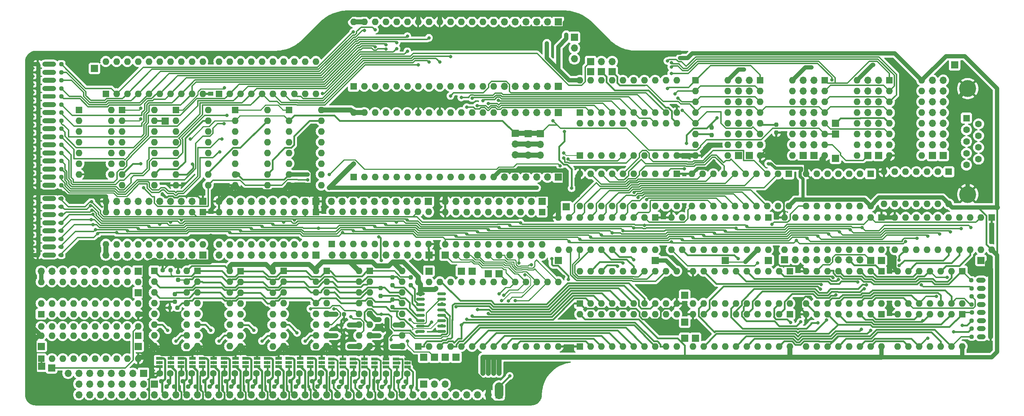
<source format=gbr>
%TF.GenerationSoftware,KiCad,Pcbnew,7.0.5*%
%TF.CreationDate,2024-08-20T05:02:14-04:00*%
%TF.ProjectId,processor_attempt_1,70726f63-6573-4736-9f72-5f617474656d,rev?*%
%TF.SameCoordinates,Original*%
%TF.FileFunction,Copper,L2,Bot*%
%TF.FilePolarity,Positive*%
%FSLAX46Y46*%
G04 Gerber Fmt 4.6, Leading zero omitted, Abs format (unit mm)*
G04 Created by KiCad (PCBNEW 7.0.5) date 2024-08-20 05:02:14*
%MOMM*%
%LPD*%
G01*
G04 APERTURE LIST*
G04 Aperture macros list*
%AMRoundRect*
0 Rectangle with rounded corners*
0 $1 Rounding radius*
0 $2 $3 $4 $5 $6 $7 $8 $9 X,Y pos of 4 corners*
0 Add a 4 corners polygon primitive as box body*
4,1,4,$2,$3,$4,$5,$6,$7,$8,$9,$2,$3,0*
0 Add four circle primitives for the rounded corners*
1,1,$1+$1,$2,$3*
1,1,$1+$1,$4,$5*
1,1,$1+$1,$6,$7*
1,1,$1+$1,$8,$9*
0 Add four rect primitives between the rounded corners*
20,1,$1+$1,$2,$3,$4,$5,0*
20,1,$1+$1,$4,$5,$6,$7,0*
20,1,$1+$1,$6,$7,$8,$9,0*
20,1,$1+$1,$8,$9,$2,$3,0*%
G04 Aperture macros list end*
%TA.AperFunction,ComponentPad*%
%ADD10R,1.700000X1.700000*%
%TD*%
%TA.AperFunction,ComponentPad*%
%ADD11O,1.700000X1.700000*%
%TD*%
%TA.AperFunction,SMDPad,CuDef*%
%ADD12RoundRect,0.237500X0.237500X-0.250000X0.237500X0.250000X-0.237500X0.250000X-0.237500X-0.250000X0*%
%TD*%
%TA.AperFunction,SMDPad,CuDef*%
%ADD13RoundRect,0.237500X-0.237500X0.250000X-0.237500X-0.250000X0.237500X-0.250000X0.237500X0.250000X0*%
%TD*%
%TA.AperFunction,ComponentPad*%
%ADD14R,1.600000X1.600000*%
%TD*%
%TA.AperFunction,ComponentPad*%
%ADD15O,1.600000X1.600000*%
%TD*%
%TA.AperFunction,ComponentPad*%
%ADD16C,1.600000*%
%TD*%
%TA.AperFunction,ComponentPad*%
%ADD17C,4.000000*%
%TD*%
%TA.AperFunction,SMDPad,CuDef*%
%ADD18RoundRect,0.237500X-0.250000X-0.237500X0.250000X-0.237500X0.250000X0.237500X-0.250000X0.237500X0*%
%TD*%
%TA.AperFunction,SMDPad,CuDef*%
%ADD19RoundRect,0.237500X-0.287500X-0.237500X0.287500X-0.237500X0.287500X0.237500X-0.287500X0.237500X0*%
%TD*%
%TA.AperFunction,SMDPad,CuDef*%
%ADD20RoundRect,0.237500X0.250000X0.237500X-0.250000X0.237500X-0.250000X-0.237500X0.250000X-0.237500X0*%
%TD*%
%TA.AperFunction,SMDPad,CuDef*%
%ADD21R,1.560000X0.650000*%
%TD*%
%TA.AperFunction,SMDPad,CuDef*%
%ADD22RoundRect,0.237500X0.287500X0.237500X-0.287500X0.237500X-0.287500X-0.237500X0.287500X-0.237500X0*%
%TD*%
%TA.AperFunction,SMDPad,CuDef*%
%ADD23RoundRect,0.150000X0.825000X0.150000X-0.825000X0.150000X-0.825000X-0.150000X0.825000X-0.150000X0*%
%TD*%
%TA.AperFunction,ViaPad*%
%ADD24C,0.800000*%
%TD*%
%TA.AperFunction,ViaPad*%
%ADD25C,5.000000*%
%TD*%
%TA.AperFunction,Conductor*%
%ADD26C,0.250000*%
%TD*%
%TA.AperFunction,Conductor*%
%ADD27C,0.400000*%
%TD*%
%TA.AperFunction,Conductor*%
%ADD28C,0.300000*%
%TD*%
%TA.AperFunction,Conductor*%
%ADD29C,1.150000*%
%TD*%
%TA.AperFunction,Conductor*%
%ADD30C,0.200000*%
%TD*%
%TA.AperFunction,Conductor*%
%ADD31C,1.000000*%
%TD*%
%TA.AperFunction,Conductor*%
%ADD32C,0.750000*%
%TD*%
%TA.AperFunction,Conductor*%
%ADD33C,2.000000*%
%TD*%
%TA.AperFunction,Conductor*%
%ADD34C,0.500000*%
%TD*%
G04 APERTURE END LIST*
D10*
%TO.P,J31,1,Pin_1*%
%TO.N,Net-(J3-Pin_8)*%
X116840000Y-108585000D03*
D11*
%TO.P,J31,2,Pin_2*%
%TO.N,Net-(J3-Pin_7)*%
X119380000Y-108585000D03*
%TO.P,J31,3,Pin_3*%
%TO.N,Net-(J3-Pin_6)*%
X121920000Y-108585000D03*
%TD*%
D10*
%TO.P,J41,1,Pin_1*%
%TO.N,Net-(J41-Pin_1)*%
X119380000Y-102235000D03*
%TD*%
%TO.P,J61,1,Pin_1*%
%TO.N,Net-(J61-Pin_1)*%
X150495000Y-66675000D03*
%TD*%
%TO.P,J60,1,Pin_1*%
%TO.N,Net-(J60-Pin_1)*%
X213995000Y-55245000D03*
%TD*%
%TO.P,J59,1,Pin_1*%
%TO.N,Net-(J59-Pin_1)*%
X187960000Y-79375000D03*
%TD*%
%TO.P,J58,1,Pin_1*%
%TO.N,Net-(J58-Pin_1)*%
X148590000Y-79375000D03*
%TD*%
%TO.P,J56,1,Pin_1*%
%TO.N,Net-(J56-Pin_1)*%
X180975000Y-97790000D03*
%TD*%
%TO.P,J54,1,Pin_1*%
%TO.N,Net-(J54-Pin_1)*%
X178435000Y-87630000D03*
%TD*%
%TO.P,J51,1,Pin_1*%
%TO.N,Net-(J51-Pin_1)*%
X132080000Y-82550000D03*
%TD*%
%TO.P,J50,1,Pin_1*%
%TO.N,Net-(J50-Pin_1)*%
X124460000Y-102235000D03*
%TD*%
%TO.P,J49,1,Pin_1*%
%TO.N,Net-(J49-Pin_1)*%
X118110000Y-81915000D03*
%TD*%
%TO.P,J46,1,Pin_1*%
%TO.N,Net-(J46-Pin_1)*%
X171450000Y-79375000D03*
%TD*%
%TO.P,J45,1,Pin_1*%
%TO.N,Net-(J45-Pin_1)*%
X178435000Y-93980000D03*
%TD*%
%TO.P,J43,1,Pin_1*%
%TO.N,Net-(J43-Pin_1)*%
X121920000Y-102235000D03*
%TD*%
%TO.P,J64,1,Pin_1*%
%TO.N,Net-(J64-Pin_1)*%
X224790000Y-79375000D03*
%TD*%
%TO.P,J74,1,Pin_1*%
%TO.N,Net-(J74-Pin_1)*%
X242056657Y-33153573D03*
%TD*%
%TO.P,J73,1,Pin_1*%
%TO.N,Net-(J73-Pin_1)*%
X248285000Y-79375000D03*
%TD*%
%TO.P,J63,1,Pin_1*%
%TO.N,Net-(J63-Pin_1)*%
X178435000Y-97790000D03*
%TD*%
%TO.P,J62,1,Pin_1*%
%TO.N,Net-(J62-Pin_1)*%
X222250000Y-79375000D03*
%TD*%
%TO.P,J57,1,Pin_1*%
%TO.N,Net-(J57-Pin_1)*%
X198120000Y-79375000D03*
%TD*%
%TO.P,J52,1,Pin_1*%
%TO.N,Net-(J52-Pin_1)*%
X116840000Y-102235000D03*
%TD*%
%TO.P,J48,1,Pin_1*%
%TO.N,Net-(J48-Pin_1)*%
X128270000Y-81915000D03*
%TD*%
%TO.P,J47,1,Pin_1*%
%TO.N,Net-(J47-Pin_1)*%
X134620000Y-82550000D03*
%TD*%
%TO.P,J39,1,Pin_1*%
%TO.N,Net-(J39-Pin_1)*%
X29117036Y-104773313D03*
%TD*%
%TO.P,J44,1,Pin_1*%
%TO.N,Net-(J44-Pin_1)*%
X125730000Y-81915000D03*
%TD*%
%TO.P,J35,1,Pin_1*%
%TO.N,Net-(J35-Pin_1)*%
X26670000Y-99695000D03*
%TD*%
%TO.P,J72,1,Pin_1*%
%TO.N,Net-(J72-Pin_1)*%
X49530000Y-86995000D03*
%TD*%
%TO.P,J71,1,Pin_1*%
%TO.N,Net-(J71-Pin_1)*%
X49530000Y-99695000D03*
%TD*%
%TO.P,J70,1,Pin_1*%
%TO.N,/CLOCK_to_pc_n*%
X213995000Y-46990000D03*
%TD*%
%TO.P,J67,1,Pin_1*%
%TO.N,/CLOCK_to_pc*%
X213995000Y-49530000D03*
%TD*%
D12*
%TO.P,R142,2*%
%TO.N,Net-(U58-E2)*%
X200025000Y-47347500D03*
%TO.P,R142,1*%
%TO.N,GND*%
X200025000Y-49172500D03*
%TD*%
D13*
%TO.P,R141,2*%
%TO.N,Net-(U57-E3)*%
X184785000Y-49807500D03*
%TO.P,R141,1*%
%TO.N,+5V*%
X184785000Y-47982500D03*
%TD*%
D14*
%TO.P,U23,1,A->B*%
%TO.N,+5V*%
X153670000Y-44450000D03*
D15*
%TO.P,U23,2,A0*%
%TO.N,/instruction_0*%
X156210000Y-44450000D03*
%TO.P,U23,3,A1*%
%TO.N,/instruction_1*%
X158750000Y-44450000D03*
%TO.P,U23,4,A2*%
%TO.N,/instruction_2*%
X161290000Y-44450000D03*
%TO.P,U23,5,A3*%
%TO.N,/instruction_3*%
X163830000Y-44450000D03*
%TO.P,U23,6,A4*%
%TO.N,/instruction_4*%
X166370000Y-44450000D03*
%TO.P,U23,7,A5*%
%TO.N,/instruction_5*%
X168910000Y-44450000D03*
%TO.P,U23,8,A6*%
%TO.N,/instruction_6*%
X171450000Y-44450000D03*
%TO.P,U23,9,A7*%
%TO.N,/instruction_7*%
X173990000Y-44450000D03*
%TO.P,U23,10,GND*%
%TO.N,GND*%
X176530000Y-44450000D03*
%TO.P,U23,11,B7*%
%TO.N,/to_insdec_7*%
X176530000Y-36830000D03*
%TO.P,U23,12,B6*%
%TO.N,/to_insdec_6*%
X173990000Y-36830000D03*
%TO.P,U23,13,B5*%
%TO.N,/to_insdec_5*%
X171450000Y-36830000D03*
%TO.P,U23,14,B4*%
%TO.N,/to_insdec_4*%
X168910000Y-36830000D03*
%TO.P,U23,15,B3*%
%TO.N,/to_insdec_3*%
X166370000Y-36830000D03*
%TO.P,U23,16,B2*%
%TO.N,/to_insdec_2*%
X163830000Y-36830000D03*
%TO.P,U23,17,B1*%
%TO.N,/to_insdec_1*%
X161290000Y-36830000D03*
%TO.P,U23,18,B0*%
%TO.N,/to_insdec_0*%
X158750000Y-36830000D03*
%TO.P,U23,19,CE*%
%TO.N,Net-(J36-Pin_1)*%
X156210000Y-36830000D03*
%TO.P,U23,20,VCC*%
%TO.N,+5V*%
X153670000Y-36830000D03*
%TD*%
D10*
%TO.P,J69,1,Pin_1*%
%TO.N,/PC_0*%
X156225000Y-32385000D03*
D11*
%TO.P,J69,2,Pin_2*%
X158765000Y-32385000D03*
%TO.P,J69,3,Pin_3*%
X161305000Y-32385000D03*
%TD*%
D10*
%TO.P,J68,1,Pin_1*%
%TO.N,/instruction_valid_n*%
X161290000Y-34798000D03*
%TD*%
%TO.P,J65,1,Pin_1*%
%TO.N,Net-(J65-Pin_1)*%
X158750000Y-34798000D03*
%TD*%
%TO.P,J36,1,Pin_1*%
%TO.N,Net-(J36-Pin_1)*%
X156210000Y-34798000D03*
%TD*%
%TO.P,J34,1,Pin_1*%
%TO.N,/CLOCK_to_pc*%
X144399000Y-49403000D03*
D11*
%TO.P,J34,2,Pin_2*%
X144399000Y-51943000D03*
%TO.P,J34,3,Pin_3*%
X144399000Y-54483000D03*
%TD*%
D10*
%TO.P,J33,1,Pin_1*%
%TO.N,/CLOCK_to_pc*%
X141478000Y-49403000D03*
D11*
%TO.P,J33,2,Pin_2*%
X141478000Y-51943000D03*
%TO.P,J33,3,Pin_3*%
X141478000Y-54483000D03*
%TD*%
D10*
%TO.P,J32,1,Pin_1*%
%TO.N,/CLOCK_to_pc*%
X138430000Y-49388000D03*
D11*
%TO.P,J32,2,Pin_2*%
X138430000Y-51928000D03*
%TO.P,J32,3,Pin_3*%
X138430000Y-54468000D03*
%TD*%
D10*
%TO.P,J42,1,Pin_1*%
%TO.N,Net-(J42-Pin_1)*%
X55880000Y-46482000D03*
%TD*%
%TO.P,J40,1,Pin_1*%
%TO.N,Net-(J40-Pin_1)*%
X39243000Y-34036000D03*
%TD*%
%TO.P,J30,1,Pin_1*%
%TO.N,Net-(J30-Pin_1)*%
X26797000Y-104394000D03*
%TD*%
D14*
%TO.P,U44,1,OE*%
%TO.N,GND*%
X153670000Y-89535000D03*
D15*
%TO.P,U44,2,D0*%
%TO.N,/mar_8*%
X156210000Y-89535000D03*
%TO.P,U44,3,D1*%
%TO.N,/mar_9*%
X158750000Y-89535000D03*
%TO.P,U44,4,D2*%
%TO.N,/mar_10*%
X161290000Y-89535000D03*
%TO.P,U44,5,D3*%
%TO.N,/mar_11*%
X163830000Y-89535000D03*
%TO.P,U44,6,D4*%
%TO.N,/mar_12*%
X166370000Y-89535000D03*
%TO.P,U44,7,D5*%
%TO.N,/mar_13*%
X168910000Y-89535000D03*
%TO.P,U44,8,D6*%
%TO.N,/mar_14*%
X171450000Y-89535000D03*
%TO.P,U44,9,D7*%
%TO.N,/mar_15*%
X173990000Y-89535000D03*
%TO.P,U44,10,GND*%
%TO.N,GND*%
X176530000Y-89535000D03*
%TO.P,U44,11,Cp*%
%TO.N,Net-(J46-Pin_1)*%
X176530000Y-81915000D03*
%TO.P,U44,12,Q7*%
%TO.N,/INTERNAL_BUS_7*%
X173990000Y-81915000D03*
%TO.P,U44,13,Q6*%
%TO.N,/INTERNAL_BUS_6*%
X171450000Y-81915000D03*
%TO.P,U44,14,Q5*%
%TO.N,/INTERNAL_BUS_5*%
X168910000Y-81915000D03*
%TO.P,U44,15,Q4*%
%TO.N,/INTERNAL_BUS_4*%
X166370000Y-81915000D03*
%TO.P,U44,16,Q3*%
%TO.N,/INTERNAL_BUS_3*%
X163830000Y-81915000D03*
%TO.P,U44,17,Q2*%
%TO.N,/INTERNAL_BUS_2*%
X161290000Y-81915000D03*
%TO.P,U44,18,Q1*%
%TO.N,/INTERNAL_BUS_1*%
X158750000Y-81915000D03*
%TO.P,U44,19,Q0*%
%TO.N,/INTERNAL_BUS_0*%
X156210000Y-81915000D03*
%TO.P,U44,20,VCC*%
%TO.N,+5V*%
X153670000Y-81915000D03*
%TD*%
D11*
%TO.P,J26,8,Pin_8*%
%TO.N,/ctrl_16*%
X221615000Y-36830000D03*
%TO.P,J26,7,Pin_7*%
%TO.N,/ctrl_17*%
X221615000Y-39370000D03*
%TO.P,J26,6,Pin_6*%
%TO.N,/ctrl_18*%
X221615000Y-41910000D03*
%TO.P,J26,5,Pin_5*%
%TO.N,/ctrl_19*%
X221615000Y-44450000D03*
%TO.P,J26,4,Pin_4*%
%TO.N,/ctrl_20*%
X221615000Y-46990000D03*
%TO.P,J26,3,Pin_3*%
%TO.N,/ctrl_21*%
X221615000Y-49530000D03*
%TO.P,J26,2,Pin_2*%
%TO.N,/ctrl_22*%
X221615000Y-52070000D03*
D10*
%TO.P,J26,1,Pin_1*%
%TO.N,/ctrl_23*%
X221615000Y-54610000D03*
%TD*%
D14*
%TO.P,U19,1,A14*%
%TO.N,/PC_15*%
X100330000Y-59690000D03*
D15*
%TO.P,U19,2,A12*%
%TO.N,/PC_13*%
X102870000Y-59690000D03*
%TO.P,U19,3,A7*%
%TO.N,/PC_8*%
X105410000Y-59690000D03*
%TO.P,U19,4,A6*%
%TO.N,/PC_7*%
X107950000Y-59690000D03*
%TO.P,U19,5,A5*%
%TO.N,/PC_6*%
X110490000Y-59690000D03*
%TO.P,U19,6,A4*%
%TO.N,/PC_5*%
X113030000Y-59690000D03*
%TO.P,U19,7,A3*%
%TO.N,/PC_4*%
X115570000Y-59690000D03*
%TO.P,U19,8,A2*%
%TO.N,/PC_3*%
X118110000Y-59690000D03*
%TO.P,U19,9,A1*%
%TO.N,/PC_2*%
X120650000Y-59690000D03*
%TO.P,U19,10,A0*%
%TO.N,/PC_1*%
X123190000Y-59690000D03*
%TO.P,U19,11,D0*%
%TO.N,/instruction_0*%
X125730000Y-59690000D03*
%TO.P,U19,12,D1*%
%TO.N,/instruction_1*%
X128270000Y-59690000D03*
%TO.P,U19,13,D2*%
%TO.N,/instruction_2*%
X130810000Y-59690000D03*
%TO.P,U19,14,GND*%
%TO.N,GND*%
X133350000Y-59690000D03*
%TO.P,U19,15,D3*%
%TO.N,/instruction_3*%
X133350000Y-44450000D03*
%TO.P,U19,16,D4*%
%TO.N,/instruction_4*%
X130810000Y-44450000D03*
%TO.P,U19,17,D5*%
%TO.N,/instruction_5*%
X128270000Y-44450000D03*
%TO.P,U19,18,D6*%
%TO.N,/instruction_6*%
X125730000Y-44450000D03*
%TO.P,U19,19,D7*%
%TO.N,/instruction_7*%
X123190000Y-44450000D03*
%TO.P,U19,20,~{CS}*%
%TO.N,GND*%
X120650000Y-44450000D03*
%TO.P,U19,21,A10*%
%TO.N,/PC_11*%
X118110000Y-44450000D03*
%TO.P,U19,22,~{OE}*%
%TO.N,GND*%
X115570000Y-44450000D03*
%TO.P,U19,23,A11*%
%TO.N,/PC_12*%
X113030000Y-44450000D03*
%TO.P,U19,24,A9*%
%TO.N,/PC_10*%
X110490000Y-44450000D03*
%TO.P,U19,25,A8*%
%TO.N,/PC_9*%
X107950000Y-44450000D03*
%TO.P,U19,26,A13*%
%TO.N,/PC_14*%
X105410000Y-44450000D03*
%TO.P,U19,27,~{WE}*%
%TO.N,+5V*%
X102870000Y-44450000D03*
%TO.P,U19,28,VCC*%
X100330000Y-44450000D03*
%TD*%
D10*
%TO.P,J18,1,Pin_1*%
%TO.N,+5V*%
X144780000Y-65405000D03*
D11*
%TO.P,J18,2,Pin_2*%
%TO.N,/instruction_0*%
X142240000Y-65405000D03*
%TO.P,J18,3,Pin_3*%
%TO.N,/instruction_1*%
X139700000Y-65405000D03*
%TO.P,J18,4,Pin_4*%
%TO.N,/instruction_2*%
X137160000Y-65405000D03*
%TO.P,J18,5,Pin_5*%
%TO.N,/instruction_3*%
X134620000Y-65405000D03*
%TO.P,J18,6,Pin_6*%
%TO.N,/instruction_4*%
X132080000Y-65405000D03*
%TO.P,J18,7,Pin_7*%
%TO.N,/instruction_5*%
X129540000Y-65405000D03*
%TO.P,J18,8,Pin_8*%
%TO.N,/instruction_6*%
X127000000Y-65405000D03*
%TO.P,J18,9,Pin_9*%
%TO.N,/instruction_7*%
X124460000Y-65405000D03*
%TO.P,J18,10,Pin_10*%
%TO.N,GND*%
X121920000Y-65405000D03*
%TD*%
D10*
%TO.P,J4,1,Pin_1*%
%TO.N,/Aux_Bus_0_LSB*%
X53340000Y-108585000D03*
D11*
%TO.P,J4,2,Pin_2*%
%TO.N,/Aux_Bus_1*%
X50800000Y-108585000D03*
%TO.P,J4,3,Pin_3*%
%TO.N,/Aux_Bus_2*%
X48260000Y-108585000D03*
%TO.P,J4,4,Pin_4*%
%TO.N,/Aux_Bus_3*%
X45720000Y-108585000D03*
%TO.P,J4,5,Pin_5*%
%TO.N,/Aux_Bus_4*%
X43180000Y-108585000D03*
%TO.P,J4,6,Pin_6*%
%TO.N,/Aux_Bus_5*%
X40640000Y-108585000D03*
%TO.P,J4,7,Pin_7*%
%TO.N,/Aux_Bus_6*%
X38100000Y-108585000D03*
%TO.P,J4,8,Pin_8*%
%TO.N,/Aux_Bus_7_MSB*%
X35560000Y-108585000D03*
%TD*%
D14*
%TO.P,U3,1,~{MR}*%
%TO.N,/pc_reset_n*%
X72390000Y-43815000D03*
D15*
%TO.P,U3,2,CP*%
%TO.N,/CLOCK_to_pc*%
X72390000Y-46355000D03*
%TO.P,U3,3,D0*%
%TO.N,/to_PC_4*%
X72390000Y-48895000D03*
%TO.P,U3,4,D1*%
%TO.N,/to_PC_5*%
X72390000Y-51435000D03*
%TO.P,U3,5,D2*%
%TO.N,/to_PC_6*%
X72390000Y-53975000D03*
%TO.P,U3,6,D3*%
%TO.N,/to_PC_7*%
X72390000Y-56515000D03*
%TO.P,U3,7,CEP*%
%TO.N,+5V*%
X72390000Y-59055000D03*
%TO.P,U3,8,GND*%
%TO.N,GND*%
X72390000Y-61595000D03*
%TO.P,U3,9,~{PE}*%
%TO.N,/PC_load_n*%
X80010000Y-61595000D03*
%TO.P,U3,10,CET*%
%TO.N,Net-(U2-TC)*%
X80010000Y-59055000D03*
%TO.P,U3,11,Q3*%
%TO.N,/PC_7*%
X80010000Y-56515000D03*
%TO.P,U3,12,Q2*%
%TO.N,/PC_6*%
X80010000Y-53975000D03*
%TO.P,U3,13,Q1*%
%TO.N,/PC_5*%
X80010000Y-51435000D03*
%TO.P,U3,14,Q0*%
%TO.N,/PC_4*%
X80010000Y-48895000D03*
%TO.P,U3,15,TC*%
%TO.N,Net-(U3-TC)*%
X80010000Y-46355000D03*
%TO.P,U3,16,VCC*%
%TO.N,+5V*%
X80010000Y-43815000D03*
%TD*%
%TO.P,U52,14,VCC*%
%TO.N,+5V*%
X243845000Y-89545000D03*
%TO.P,U52,13*%
%TO.N,/RB_3*%
X241305000Y-89545000D03*
%TO.P,U52,12*%
%TO.N,/RA_3*%
X238765000Y-89545000D03*
%TO.P,U52,11*%
%TO.N,/A_nand_B_3*%
X236225000Y-89545000D03*
%TO.P,U52,10*%
%TO.N,/RA_2*%
X233685000Y-89545000D03*
%TO.P,U52,9*%
%TO.N,/RB_2*%
X231145000Y-89545000D03*
%TO.P,U52,8*%
%TO.N,/A_nand_B_2*%
X228605000Y-89545000D03*
%TO.P,U52,7,GND*%
%TO.N,GND*%
X228605000Y-81925000D03*
%TO.P,U52,6*%
%TO.N,/A_nand_B_1*%
X231145000Y-81925000D03*
%TO.P,U52,5*%
%TO.N,/RB_1*%
X233685000Y-81925000D03*
%TO.P,U52,4*%
%TO.N,/RA_1*%
X236225000Y-81925000D03*
%TO.P,U52,3*%
%TO.N,/A_nand_B_0*%
X238765000Y-81925000D03*
%TO.P,U52,2*%
%TO.N,/RA_0*%
X241305000Y-81925000D03*
D14*
%TO.P,U52,1*%
%TO.N,/RB_0*%
X243845000Y-81925000D03*
%TD*%
D16*
%TO.P,J21,9,9*%
%TO.N,/INTERNAL_BUS_3*%
X247703669Y-55453000D03*
%TO.P,J21,8,8*%
%TO.N,/INTERNAL_BUS_2*%
X247703669Y-52683000D03*
%TO.P,J21,7,7*%
%TO.N,/INTERNAL_BUS_1*%
X247703669Y-49913000D03*
%TO.P,J21,6,6*%
%TO.N,/INTERNAL_BUS_0*%
X247703669Y-47143000D03*
%TO.P,J21,5,5*%
%TO.N,/INTERNAL_BUS_4*%
X244863669Y-56838000D03*
%TO.P,J21,4,4*%
%TO.N,/INTERNAL_BUS_5*%
X244863669Y-54068000D03*
%TO.P,J21,3,3*%
%TO.N,/INTERNAL_BUS_6*%
X244863669Y-51298000D03*
%TO.P,J21,2,2*%
%TO.N,/INTERNAL_BUS_7*%
X244863669Y-48528000D03*
D14*
%TO.P,J21,1,1*%
%TO.N,Net-(J74-Pin_1)*%
X244863669Y-45758000D03*
D17*
%TO.P,J21,0,PAD*%
%TO.N,GND*%
X245163669Y-38798000D03*
X245163669Y-63798000D03*
%TD*%
D14*
%TO.P,U24,1,~{Mr}*%
%TO.N,/pc_reset_n*%
X153670000Y-54610000D03*
D15*
%TO.P,U24,2,Q0*%
%TO.N,/to_insdec_8*%
X156210000Y-54610000D03*
%TO.P,U24,3,D0*%
%TO.N,/instruction_0*%
X158750000Y-54610000D03*
%TO.P,U24,4,D1*%
%TO.N,/instruction_1*%
X161290000Y-54610000D03*
%TO.P,U24,5,Q1*%
%TO.N,/to_insdec_9*%
X163830000Y-54610000D03*
%TO.P,U24,6,Q2*%
%TO.N,/to_insdec_10*%
X166370000Y-54610000D03*
%TO.P,U24,7,D2*%
%TO.N,/instruction_2*%
X168910000Y-54610000D03*
%TO.P,U24,8,D3*%
%TO.N,/instruction_3*%
X171450000Y-54610000D03*
%TO.P,U24,9,Q3*%
%TO.N,/to_insdec_11*%
X173990000Y-54610000D03*
%TO.P,U24,10,GND*%
%TO.N,GND*%
X176530000Y-54610000D03*
%TO.P,U24,11,Cp*%
%TO.N,Net-(J65-Pin_1)*%
X176530000Y-46990000D03*
%TO.P,U24,12,Q4*%
%TO.N,/to_insdec_12*%
X173990000Y-46990000D03*
%TO.P,U24,13,D4*%
%TO.N,/instruction_4*%
X171450000Y-46990000D03*
%TO.P,U24,14,D5*%
%TO.N,/instruction_5*%
X168910000Y-46990000D03*
%TO.P,U24,15,Q5*%
%TO.N,/to_insdec_13*%
X166370000Y-46990000D03*
%TO.P,U24,16,Q6*%
%TO.N,/to_insdec_14*%
X163830000Y-46990000D03*
%TO.P,U24,17,D6*%
%TO.N,/instruction_6*%
X161290000Y-46990000D03*
%TO.P,U24,18,D7*%
%TO.N,/instruction_7*%
X158750000Y-46990000D03*
%TO.P,U24,19,Q7*%
%TO.N,/to_insdec_15*%
X156210000Y-46990000D03*
%TO.P,U24,20,VCC*%
%TO.N,+5V*%
X153670000Y-46990000D03*
%TD*%
D14*
%TO.P,U29,1,A->B*%
%TO.N,+5V*%
X41910000Y-40005000D03*
D15*
%TO.P,U29,2,A0*%
%TO.N,/PC_15*%
X44450000Y-40005000D03*
%TO.P,U29,3,A1*%
%TO.N,/PC_14*%
X46990000Y-40005000D03*
%TO.P,U29,4,A2*%
%TO.N,/PC_13*%
X49530000Y-40005000D03*
%TO.P,U29,5,A3*%
%TO.N,/PC_12*%
X52070000Y-40005000D03*
%TO.P,U29,6,A4*%
%TO.N,/PC_11*%
X54610000Y-40005000D03*
%TO.P,U29,7,A5*%
%TO.N,/PC_10*%
X57150000Y-40005000D03*
%TO.P,U29,8,A6*%
%TO.N,/PC_9*%
X59690000Y-40005000D03*
%TO.P,U29,9,A7*%
%TO.N,/PC_8*%
X62230000Y-40005000D03*
%TO.P,U29,10,GND*%
%TO.N,GND*%
X64770000Y-40005000D03*
%TO.P,U29,11,B7*%
%TO.N,/INTERNAL_BUS_0*%
X64770000Y-32385000D03*
%TO.P,U29,12,B6*%
%TO.N,/INTERNAL_BUS_1*%
X62230000Y-32385000D03*
%TO.P,U29,13,B5*%
%TO.N,/INTERNAL_BUS_2*%
X59690000Y-32385000D03*
%TO.P,U29,14,B4*%
%TO.N,/INTERNAL_BUS_3*%
X57150000Y-32385000D03*
%TO.P,U29,15,B3*%
%TO.N,/INTERNAL_BUS_4*%
X54610000Y-32385000D03*
%TO.P,U29,16,B2*%
%TO.N,/INTERNAL_BUS_5*%
X52070000Y-32385000D03*
%TO.P,U29,17,B1*%
%TO.N,/INTERNAL_BUS_6*%
X49530000Y-32385000D03*
%TO.P,U29,18,B0*%
%TO.N,/INTERNAL_BUS_7*%
X46990000Y-32385000D03*
%TO.P,U29,19,CE*%
%TO.N,Net-(J40-Pin_1)*%
X44450000Y-32385000D03*
%TO.P,U29,20,VCC*%
%TO.N,+5V*%
X41910000Y-32385000D03*
%TD*%
D14*
%TO.P,U6,1,OE*%
%TO.N,GND*%
X91440000Y-67945000D03*
D15*
%TO.P,U6,2,D0*%
%TO.N,/INTERNAL_BUS_0*%
X88900000Y-67945000D03*
%TO.P,U6,3,D1*%
%TO.N,/INTERNAL_BUS_1*%
X86360000Y-67945000D03*
%TO.P,U6,4,D2*%
%TO.N,/INTERNAL_BUS_2*%
X83820000Y-67945000D03*
%TO.P,U6,5,D3*%
%TO.N,/INTERNAL_BUS_3*%
X81280000Y-67945000D03*
%TO.P,U6,6,D4*%
%TO.N,/INTERNAL_BUS_4*%
X78740000Y-67945000D03*
%TO.P,U6,7,D5*%
%TO.N,/INTERNAL_BUS_5*%
X76200000Y-67945000D03*
%TO.P,U6,8,D6*%
%TO.N,/INTERNAL_BUS_6*%
X73660000Y-67945000D03*
%TO.P,U6,9,D7*%
%TO.N,/INTERNAL_BUS_7*%
X71120000Y-67945000D03*
%TO.P,U6,10,GND*%
%TO.N,GND*%
X68580000Y-67945000D03*
%TO.P,U6,11,Cp*%
%TO.N,/builder_msb_clock*%
X68580000Y-75565000D03*
%TO.P,U6,12,Q7*%
%TO.N,/to_PC_7*%
X71120000Y-75565000D03*
%TO.P,U6,13,Q6*%
%TO.N,/to_PC_6*%
X73660000Y-75565000D03*
%TO.P,U6,14,Q5*%
%TO.N,/to_PC_5*%
X76200000Y-75565000D03*
%TO.P,U6,15,Q4*%
%TO.N,/to_PC_4*%
X78740000Y-75565000D03*
%TO.P,U6,16,Q3*%
%TO.N,/to_PC_3*%
X81280000Y-75565000D03*
%TO.P,U6,17,Q2*%
%TO.N,/to_PC_2*%
X83820000Y-75565000D03*
%TO.P,U6,18,Q1*%
%TO.N,/to_PC_1*%
X86360000Y-75565000D03*
%TO.P,U6,19,Q0*%
%TO.N,/to_PC_0*%
X88900000Y-75565000D03*
%TO.P,U6,20,VCC*%
%TO.N,+5V*%
X91440000Y-75565000D03*
%TD*%
D10*
%TO.P,J3,1,Pin_1*%
%TO.N,/5V_raw*%
X134620000Y-111125000D03*
D11*
%TO.P,J3,2,Pin_2*%
%TO.N,GND*%
X132080000Y-111125000D03*
%TO.P,J3,3,Pin_3*%
%TO.N,/clk*%
X129540000Y-111125000D03*
%TO.P,J3,4,Pin_4*%
%TO.N,/pc_reset_n*%
X127000000Y-111125000D03*
%TO.P,J3,5,Pin_5*%
%TO.N,+3V3*%
X124460000Y-111125000D03*
%TO.P,J3,6,Pin_6*%
%TO.N,Net-(J3-Pin_6)*%
X121920000Y-111125000D03*
%TO.P,J3,7,Pin_7*%
%TO.N,Net-(J3-Pin_7)*%
X119380000Y-111125000D03*
%TO.P,J3,8,Pin_8*%
%TO.N,Net-(J3-Pin_8)*%
X116840000Y-111125000D03*
%TO.P,J3,9,Pin_9*%
%TO.N,/Data_Bus_0_LSB*%
X114300000Y-111125000D03*
%TO.P,J3,10,Pin_10*%
%TO.N,/Data_Bus_1*%
X111760000Y-111125000D03*
%TO.P,J3,11,Pin_11*%
%TO.N,/Data_Bus_2*%
X109220000Y-111125000D03*
%TO.P,J3,12,Pin_12*%
%TO.N,/Data_Bus_3*%
X106680000Y-111125000D03*
%TO.P,J3,13,Pin_13*%
%TO.N,/Data_Bus_4*%
X104140000Y-111125000D03*
%TO.P,J3,14,Pin_14*%
%TO.N,/Data_Bus_5*%
X101600000Y-111125000D03*
%TO.P,J3,15,Pin_15*%
%TO.N,/Data_Bus_6*%
X99060000Y-111125000D03*
%TO.P,J3,16,Pin_16*%
%TO.N,/Data_Bus_7_MSB*%
X96520000Y-111125000D03*
%TO.P,J3,17,Pin_17*%
%TO.N,/addr_bus_0*%
X93980000Y-111125000D03*
%TO.P,J3,18,Pin_18*%
%TO.N,/addr_bus_1*%
X91440000Y-111125000D03*
%TO.P,J3,19,Pin_19*%
%TO.N,/addr_bus_2*%
X88900000Y-111125000D03*
%TO.P,J3,20,Pin_20*%
%TO.N,/addr_bus_3*%
X86360000Y-111125000D03*
%TO.P,J3,21,Pin_21*%
%TO.N,/addr_bus_4*%
X83820000Y-111125000D03*
%TO.P,J3,22,Pin_22*%
%TO.N,/addr_bus_5*%
X81280000Y-111125000D03*
%TO.P,J3,23,Pin_23*%
%TO.N,/addr_bus_6*%
X78740000Y-111125000D03*
%TO.P,J3,24,Pin_24*%
%TO.N,/addr_bus_7*%
X76200000Y-111125000D03*
%TO.P,J3,25,Pin_25*%
%TO.N,/addr_bus_8*%
X73660000Y-111125000D03*
%TO.P,J3,26,Pin_26*%
%TO.N,/addr_bus_9*%
X71120000Y-111125000D03*
%TO.P,J3,27,Pin_27*%
%TO.N,/addr_bus_10*%
X68580000Y-111125000D03*
%TO.P,J3,28,Pin_28*%
%TO.N,/addr_bus_11*%
X66040000Y-111125000D03*
%TO.P,J3,29,Pin_29*%
%TO.N,/addr_bus_12*%
X63500000Y-111125000D03*
%TO.P,J3,30,Pin_30*%
%TO.N,/addr_bus_13*%
X60960000Y-111125000D03*
%TO.P,J3,31,Pin_31*%
%TO.N,/addr_bus_14*%
X58420000Y-111125000D03*
%TO.P,J3,32,Pin_32*%
%TO.N,/addr_bus_15*%
X55880000Y-111125000D03*
%TO.P,J3,33,Pin_33*%
%TO.N,/Aux_Bus_0_LSB*%
X53340000Y-111125000D03*
%TO.P,J3,34,Pin_34*%
%TO.N,/Aux_Bus_1*%
X50800000Y-111125000D03*
%TO.P,J3,35,Pin_35*%
%TO.N,/Aux_Bus_2*%
X48260000Y-111125000D03*
%TO.P,J3,36,Pin_36*%
%TO.N,/Aux_Bus_3*%
X45720000Y-111125000D03*
%TO.P,J3,37,Pin_37*%
%TO.N,/Aux_Bus_4*%
X43180000Y-111125000D03*
%TO.P,J3,38,Pin_38*%
%TO.N,/Aux_Bus_5*%
X40640000Y-111125000D03*
%TO.P,J3,39,Pin_39*%
%TO.N,/Aux_Bus_6*%
X38100000Y-111125000D03*
%TO.P,J3,40,Pin_40*%
%TO.N,/Aux_Bus_7_MSB*%
X35560000Y-111125000D03*
%TD*%
D14*
%TO.P,U25,1,OE*%
%TO.N,Net-(J35-Pin_1)*%
X26670000Y-92075000D03*
D15*
%TO.P,U25,2,D0*%
%TO.N,/Aux_Bus_7_MSB*%
X29210000Y-92075000D03*
%TO.P,U25,3,D1*%
%TO.N,/Aux_Bus_6*%
X31750000Y-92075000D03*
%TO.P,U25,4,D2*%
%TO.N,/Aux_Bus_5*%
X34290000Y-92075000D03*
%TO.P,U25,5,D3*%
%TO.N,/Aux_Bus_4*%
X36830000Y-92075000D03*
%TO.P,U25,6,D4*%
%TO.N,/Aux_Bus_3*%
X39370000Y-92075000D03*
%TO.P,U25,7,D5*%
%TO.N,/Aux_Bus_2*%
X41910000Y-92075000D03*
%TO.P,U25,8,D6*%
%TO.N,/Aux_Bus_1*%
X44450000Y-92075000D03*
%TO.P,U25,9,D7*%
%TO.N,/Aux_Bus_0_LSB*%
X46990000Y-92075000D03*
%TO.P,U25,10,GND*%
%TO.N,GND*%
X49530000Y-92075000D03*
%TO.P,U25,11,Cp*%
%TO.N,Net-(J8-Pin_1)*%
X49530000Y-84455000D03*
%TO.P,U25,12,Q7*%
%TO.N,/INTERNAL_BUS_0*%
X46990000Y-84455000D03*
%TO.P,U25,13,Q6*%
%TO.N,/INTERNAL_BUS_1*%
X44450000Y-84455000D03*
%TO.P,U25,14,Q5*%
%TO.N,/INTERNAL_BUS_2*%
X41910000Y-84455000D03*
%TO.P,U25,15,Q4*%
%TO.N,/INTERNAL_BUS_3*%
X39370000Y-84455000D03*
%TO.P,U25,16,Q3*%
%TO.N,/INTERNAL_BUS_4*%
X36830000Y-84455000D03*
%TO.P,U25,17,Q2*%
%TO.N,/INTERNAL_BUS_5*%
X34290000Y-84455000D03*
%TO.P,U25,18,Q1*%
%TO.N,/INTERNAL_BUS_6*%
X31750000Y-84455000D03*
%TO.P,U25,19,Q0*%
%TO.N,/INTERNAL_BUS_7*%
X29210000Y-84455000D03*
%TO.P,U25,20,VCC*%
%TO.N,+5V*%
X26670000Y-84455000D03*
%TD*%
%TO.P,U55,14,VCC*%
%TO.N,+5V*%
X222250000Y-66548000D03*
%TO.P,U55,13*%
%TO.N,N/C*%
X219710000Y-66548000D03*
%TO.P,U55,12*%
%TO.N,/RC_2*%
X217170000Y-66548000D03*
%TO.P,U55,11*%
%TO.N,/RC_3*%
X214630000Y-66548000D03*
%TO.P,U55,10*%
%TO.N,N/C*%
X212090000Y-66548000D03*
%TO.P,U55,9*%
X209550000Y-66548000D03*
%TO.P,U55,8*%
%TO.N,Net-(J57-Pin_1)*%
X207010000Y-66548000D03*
%TO.P,U55,7,GND*%
%TO.N,GND*%
X207010000Y-58928000D03*
%TO.P,U55,6*%
%TO.N,/RC_4*%
X209550000Y-58928000D03*
%TO.P,U55,5*%
%TO.N,/RC_5*%
X212090000Y-58928000D03*
%TO.P,U55,4*%
%TO.N,/RC_6*%
X214630000Y-58928000D03*
%TO.P,U55,3*%
%TO.N,/RC_7*%
X217170000Y-58928000D03*
%TO.P,U55,2*%
%TO.N,/RC_0*%
X219710000Y-58928000D03*
D14*
%TO.P,U55,1*%
%TO.N,/RC_1*%
X222250000Y-58928000D03*
%TD*%
%TO.P,U54,1,OE*%
%TO.N,GND*%
X176530000Y-58928000D03*
D15*
%TO.P,U54,2,D0*%
%TO.N,/RC_0*%
X173990000Y-58928000D03*
%TO.P,U54,3,D1*%
%TO.N,/RC_1*%
X171450000Y-58928000D03*
%TO.P,U54,4,D2*%
%TO.N,/RC_2*%
X168910000Y-58928000D03*
%TO.P,U54,5,D3*%
%TO.N,/RC_3*%
X166370000Y-58928000D03*
%TO.P,U54,6,D4*%
%TO.N,/RC_4*%
X163830000Y-58928000D03*
%TO.P,U54,7,D5*%
%TO.N,/RC_5*%
X161290000Y-58928000D03*
%TO.P,U54,8,D6*%
%TO.N,/RC_6*%
X158750000Y-58928000D03*
%TO.P,U54,9,D7*%
%TO.N,/RC_7*%
X156210000Y-58928000D03*
%TO.P,U54,10,GND*%
%TO.N,GND*%
X153670000Y-58928000D03*
%TO.P,U54,11,Cp*%
%TO.N,Net-(J61-Pin_1)*%
X153670000Y-66548000D03*
%TO.P,U54,12,Q7*%
%TO.N,/INTERNAL_BUS_7*%
X156210000Y-66548000D03*
%TO.P,U54,13,Q6*%
%TO.N,/INTERNAL_BUS_6*%
X158750000Y-66548000D03*
%TO.P,U54,14,Q5*%
%TO.N,/INTERNAL_BUS_5*%
X161290000Y-66548000D03*
%TO.P,U54,15,Q4*%
%TO.N,/INTERNAL_BUS_4*%
X163830000Y-66548000D03*
%TO.P,U54,16,Q3*%
%TO.N,/INTERNAL_BUS_3*%
X166370000Y-66548000D03*
%TO.P,U54,17,Q2*%
%TO.N,/INTERNAL_BUS_2*%
X168910000Y-66548000D03*
%TO.P,U54,18,Q1*%
%TO.N,/INTERNAL_BUS_1*%
X171450000Y-66548000D03*
%TO.P,U54,19,Q0*%
%TO.N,/INTERNAL_BUS_0*%
X173990000Y-66548000D03*
%TO.P,U54,20,VCC*%
%TO.N,+5V*%
X176530000Y-66548000D03*
%TD*%
D11*
%TO.P,J22,8,Pin_8*%
%TO.N,/ctrl_8*%
X208915000Y-36830000D03*
%TO.P,J22,7,Pin_7*%
%TO.N,/ctrl_9*%
X208915000Y-39370000D03*
%TO.P,J22,6,Pin_6*%
%TO.N,/ctrl_10*%
X208915000Y-41910000D03*
%TO.P,J22,5,Pin_5*%
%TO.N,/ctrl_11*%
X208915000Y-44450000D03*
%TO.P,J22,4,Pin_4*%
%TO.N,/ctrl_12*%
X208915000Y-46990000D03*
%TO.P,J22,3,Pin_3*%
%TO.N,/ctrl_13*%
X208915000Y-49530000D03*
%TO.P,J22,2,Pin_2*%
%TO.N,/ctrl_14*%
X208915000Y-52070000D03*
D10*
%TO.P,J22,1,Pin_1*%
%TO.N,/ctrl_15*%
X208915000Y-54610000D03*
%TD*%
%TO.P,J17,1,Pin_1*%
%TO.N,unconnected-(J17-Pin_1-Pad1)*%
X148590000Y-22987000D03*
D11*
%TO.P,J17,2,Pin_2*%
%TO.N,unconnected-(J17-Pin_2-Pad2)*%
X146050000Y-22987000D03*
%TO.P,J17,3,Pin_3*%
%TO.N,unconnected-(J17-Pin_3-Pad3)*%
X143510000Y-22987000D03*
%TO.P,J17,4,Pin_4*%
%TO.N,unconnected-(J17-Pin_4-Pad4)*%
X140970000Y-22987000D03*
%TO.P,J17,5,Pin_5*%
%TO.N,unconnected-(J17-Pin_5-Pad5)*%
X138430000Y-22987000D03*
%TO.P,J17,6,Pin_6*%
%TO.N,unconnected-(J17-Pin_6-Pad6)*%
X135890000Y-22987000D03*
%TD*%
D14*
%TO.P,U41,1,~{Mr}*%
%TO.N,+5V*%
X203200000Y-92075000D03*
D15*
%TO.P,U41,2,Q0*%
%TO.N,/RB_0*%
X200660000Y-92075000D03*
%TO.P,U41,3,D0*%
%TO.N,/INTERNAL_BUS_0*%
X198120000Y-92075000D03*
%TO.P,U41,4,D1*%
%TO.N,/INTERNAL_BUS_1*%
X195580000Y-92075000D03*
%TO.P,U41,5,Q1*%
%TO.N,/RB_1*%
X193040000Y-92075000D03*
%TO.P,U41,6,Q2*%
%TO.N,/RB_2*%
X190500000Y-92075000D03*
%TO.P,U41,7,D2*%
%TO.N,/INTERNAL_BUS_2*%
X187960000Y-92075000D03*
%TO.P,U41,8,D3*%
%TO.N,/INTERNAL_BUS_3*%
X185420000Y-92075000D03*
%TO.P,U41,9,Q3*%
%TO.N,/RB_3*%
X182880000Y-92075000D03*
%TO.P,U41,10,GND*%
%TO.N,GND*%
X180340000Y-92075000D03*
%TO.P,U41,11,Cp*%
%TO.N,Net-(J56-Pin_1)*%
X180340000Y-99695000D03*
%TO.P,U41,12,Q4*%
%TO.N,/RB_4*%
X182880000Y-99695000D03*
%TO.P,U41,13,D4*%
%TO.N,/INTERNAL_BUS_4*%
X185420000Y-99695000D03*
%TO.P,U41,14,D5*%
%TO.N,/INTERNAL_BUS_5*%
X187960000Y-99695000D03*
%TO.P,U41,15,Q5*%
%TO.N,/RB_5*%
X190500000Y-99695000D03*
%TO.P,U41,16,Q6*%
%TO.N,/RB_6*%
X193040000Y-99695000D03*
%TO.P,U41,17,D6*%
%TO.N,/INTERNAL_BUS_6*%
X195580000Y-99695000D03*
%TO.P,U41,18,D7*%
%TO.N,/INTERNAL_BUS_7*%
X198120000Y-99695000D03*
%TO.P,U41,19,Q7*%
%TO.N,/RB_7*%
X200660000Y-99695000D03*
%TO.P,U41,20,VCC*%
%TO.N,+5V*%
X203200000Y-99695000D03*
%TD*%
D16*
%TO.P,C16,1*%
%TO.N,+5V*%
X67290000Y-106045000D03*
%TO.P,C16,2*%
%TO.N,GND*%
X64790000Y-106045000D03*
%TD*%
%TO.P,C4,1*%
%TO.N,+5V*%
X92690000Y-106045000D03*
%TO.P,C4,2*%
%TO.N,GND*%
X90190000Y-106045000D03*
%TD*%
%TO.P,C10,1*%
%TO.N,+5V*%
X77450000Y-106045000D03*
%TO.P,C10,2*%
%TO.N,GND*%
X74950000Y-106045000D03*
%TD*%
D10*
%TO.P,J28,1,Pin_1*%
%TO.N,/ctrl_23*%
X224155000Y-54610000D03*
D11*
%TO.P,J28,2,Pin_2*%
%TO.N,/ctrl_22*%
X224155000Y-52070000D03*
%TO.P,J28,3,Pin_3*%
%TO.N,/ctrl_21*%
X224155000Y-49530000D03*
%TO.P,J28,4,Pin_4*%
%TO.N,/ctrl_20*%
X224155000Y-46990000D03*
%TO.P,J28,5,Pin_5*%
%TO.N,/ctrl_19*%
X224155000Y-44450000D03*
%TO.P,J28,6,Pin_6*%
%TO.N,/ctrl_18*%
X224155000Y-41910000D03*
%TO.P,J28,7,Pin_7*%
%TO.N,/ctrl_17*%
X224155000Y-39370000D03*
%TO.P,J28,8,Pin_8*%
%TO.N,/ctrl_16*%
X224155000Y-36830000D03*
%TD*%
D10*
%TO.P,J19,1,Pin_1*%
%TO.N,/INTERNAL_BUS_7*%
X121920000Y-78105000D03*
D11*
%TO.P,J19,2,Pin_2*%
%TO.N,/INTERNAL_BUS_6*%
X124460000Y-78105000D03*
%TO.P,J19,3,Pin_3*%
%TO.N,/INTERNAL_BUS_5*%
X127000000Y-78105000D03*
%TO.P,J19,4,Pin_4*%
%TO.N,/INTERNAL_BUS_4*%
X129540000Y-78105000D03*
%TO.P,J19,5,Pin_5*%
%TO.N,/INTERNAL_BUS_3*%
X132080000Y-78105000D03*
%TO.P,J19,6,Pin_6*%
%TO.N,/INTERNAL_BUS_2*%
X134620000Y-78105000D03*
%TO.P,J19,7,Pin_7*%
%TO.N,/INTERNAL_BUS_1*%
X137160000Y-78105000D03*
%TO.P,J19,8,Pin_8*%
%TO.N,/INTERNAL_BUS_0*%
X139700000Y-78105000D03*
%TO.P,J19,9,Pin_9*%
%TO.N,/Load_Constant_OE_n*%
X142240000Y-78105000D03*
%TO.P,J19,10,Pin_10*%
%TO.N,+5V*%
X144780000Y-78105000D03*
%TD*%
D14*
%TO.P,U45,1,OE*%
%TO.N,GND*%
X153670000Y-99695000D03*
D15*
%TO.P,U45,2,D0*%
%TO.N,/mar_0*%
X156210000Y-99695000D03*
%TO.P,U45,3,D1*%
%TO.N,/mar_1*%
X158750000Y-99695000D03*
%TO.P,U45,4,D2*%
%TO.N,/mar_2*%
X161290000Y-99695000D03*
%TO.P,U45,5,D3*%
%TO.N,/mar_3*%
X163830000Y-99695000D03*
%TO.P,U45,6,D4*%
%TO.N,/mar_4*%
X166370000Y-99695000D03*
%TO.P,U45,7,D5*%
%TO.N,/mar_5*%
X168910000Y-99695000D03*
%TO.P,U45,8,D6*%
%TO.N,/mar_6*%
X171450000Y-99695000D03*
%TO.P,U45,9,D7*%
%TO.N,/mar_7*%
X173990000Y-99695000D03*
%TO.P,U45,10,GND*%
%TO.N,GND*%
X176530000Y-99695000D03*
%TO.P,U45,11,Cp*%
%TO.N,Net-(J45-Pin_1)*%
X176530000Y-92075000D03*
%TO.P,U45,12,Q7*%
%TO.N,/INTERNAL_BUS_7*%
X173990000Y-92075000D03*
%TO.P,U45,13,Q6*%
%TO.N,/INTERNAL_BUS_6*%
X171450000Y-92075000D03*
%TO.P,U45,14,Q5*%
%TO.N,/INTERNAL_BUS_5*%
X168910000Y-92075000D03*
%TO.P,U45,15,Q4*%
%TO.N,/INTERNAL_BUS_4*%
X166370000Y-92075000D03*
%TO.P,U45,16,Q3*%
%TO.N,/INTERNAL_BUS_3*%
X163830000Y-92075000D03*
%TO.P,U45,17,Q2*%
%TO.N,/INTERNAL_BUS_2*%
X161290000Y-92075000D03*
%TO.P,U45,18,Q1*%
%TO.N,/INTERNAL_BUS_1*%
X158750000Y-92075000D03*
%TO.P,U45,19,Q0*%
%TO.N,/INTERNAL_BUS_0*%
X156210000Y-92075000D03*
%TO.P,U45,20,VCC*%
%TO.N,+5V*%
X153670000Y-92075000D03*
%TD*%
D10*
%TO.P,J20,1,Pin_1*%
%TO.N,/APB_7*%
X201930000Y-79248000D03*
D11*
%TO.P,J20,2,Pin_2*%
%TO.N,/APB_6*%
X204470000Y-79248000D03*
%TO.P,J20,3,Pin_3*%
%TO.N,/APB_5*%
X207010000Y-79248000D03*
%TO.P,J20,4,Pin_4*%
%TO.N,/APB_4*%
X209550000Y-79248000D03*
%TO.P,J20,5,Pin_5*%
%TO.N,/APB_3*%
X212090000Y-79248000D03*
%TO.P,J20,6,Pin_6*%
%TO.N,/APB_2*%
X214630000Y-79248000D03*
%TO.P,J20,7,Pin_7*%
%TO.N,/APB_1*%
X217170000Y-79248000D03*
%TO.P,J20,8,Pin_8*%
%TO.N,/APB_0*%
X219710000Y-79248000D03*
%TD*%
D18*
%TO.P,R102,1*%
%TO.N,GND*%
X56999500Y-90551000D03*
%TO.P,R102,2*%
%TO.N,/addr_bus_select_3*%
X58824500Y-90551000D03*
%TD*%
D11*
%TO.P,J24,8,Pin_8*%
%TO.N,/ctrl_8*%
X206375000Y-36830000D03*
%TO.P,J24,7,Pin_7*%
%TO.N,/ctrl_9*%
X206375000Y-39370000D03*
%TO.P,J24,6,Pin_6*%
%TO.N,/ctrl_10*%
X206375000Y-41910000D03*
%TO.P,J24,5,Pin_5*%
%TO.N,/ctrl_11*%
X206375000Y-44450000D03*
%TO.P,J24,4,Pin_4*%
%TO.N,/ctrl_12*%
X206375000Y-46990000D03*
%TO.P,J24,3,Pin_3*%
%TO.N,/ctrl_13*%
X206375000Y-49530000D03*
%TO.P,J24,2,Pin_2*%
%TO.N,/ctrl_14*%
X206375000Y-52070000D03*
D10*
%TO.P,J24,1,Pin_1*%
%TO.N,/ctrl_15*%
X206375000Y-54610000D03*
%TD*%
D16*
%TO.P,C7,1*%
%TO.N,+5V*%
X112976305Y-106154911D03*
%TO.P,C7,2*%
%TO.N,GND*%
X110476305Y-106154911D03*
%TD*%
D14*
%TO.P,U50,1,A->B*%
%TO.N,GND*%
X250825000Y-69215000D03*
D15*
%TO.P,U50,2,A0*%
%TO.N,/INTERNAL_BUS_0*%
X248285000Y-69215000D03*
%TO.P,U50,3,A1*%
%TO.N,/INTERNAL_BUS_1*%
X245745000Y-69215000D03*
%TO.P,U50,4,A2*%
%TO.N,/INTERNAL_BUS_2*%
X243205000Y-69215000D03*
%TO.P,U50,5,A3*%
%TO.N,/INTERNAL_BUS_3*%
X240665000Y-69215000D03*
%TO.P,U50,6,A4*%
%TO.N,/INTERNAL_BUS_4*%
X238125000Y-69215000D03*
%TO.P,U50,7,A5*%
%TO.N,/INTERNAL_BUS_5*%
X235585000Y-69215000D03*
%TO.P,U50,8,A6*%
%TO.N,/INTERNAL_BUS_6*%
X233045000Y-69215000D03*
%TO.P,U50,9,A7*%
%TO.N,/INTERNAL_BUS_7*%
X230505000Y-69215000D03*
%TO.P,U50,10,GND*%
%TO.N,GND*%
X227965000Y-69215000D03*
%TO.P,U50,11,B7*%
%TO.N,/A_nand_B_7*%
X227965000Y-76835000D03*
%TO.P,U50,12,B6*%
%TO.N,/A_nand_B_6*%
X230505000Y-76835000D03*
%TO.P,U50,13,B5*%
%TO.N,/A_nand_B_5*%
X233045000Y-76835000D03*
%TO.P,U50,14,B4*%
%TO.N,/A_nand_B_4*%
X235585000Y-76835000D03*
%TO.P,U50,15,B3*%
%TO.N,/A_nand_B_3*%
X238125000Y-76835000D03*
%TO.P,U50,16,B2*%
%TO.N,/A_nand_B_2*%
X240665000Y-76835000D03*
%TO.P,U50,17,B1*%
%TO.N,/A_nand_B_1*%
X243205000Y-76835000D03*
%TO.P,U50,18,B0*%
%TO.N,/A_nand_B_0*%
X245745000Y-76835000D03*
%TO.P,U50,19,CE*%
%TO.N,Net-(J73-Pin_1)*%
X248285000Y-76835000D03*
%TO.P,U50,20,VCC*%
%TO.N,+5V*%
X250825000Y-76835000D03*
%TD*%
D14*
%TO.P,U18,1,A14*%
%TO.N,/PC_15*%
X100315000Y-38235000D03*
D15*
%TO.P,U18,2,A12*%
%TO.N,/PC_13*%
X102855000Y-38235000D03*
%TO.P,U18,3,A7*%
%TO.N,/PC_8*%
X105395000Y-38235000D03*
%TO.P,U18,4,A6*%
%TO.N,/PC_7*%
X107935000Y-38235000D03*
%TO.P,U18,5,A5*%
%TO.N,/PC_6*%
X110475000Y-38235000D03*
%TO.P,U18,6,A4*%
%TO.N,/PC_5*%
X113015000Y-38235000D03*
%TO.P,U18,7,A3*%
%TO.N,/PC_4*%
X115555000Y-38235000D03*
%TO.P,U18,8,A2*%
%TO.N,/PC_3*%
X118095000Y-38235000D03*
%TO.P,U18,9,A1*%
%TO.N,/PC_2*%
X120635000Y-38235000D03*
%TO.P,U18,10,A0*%
%TO.N,/PC_1*%
X123175000Y-38235000D03*
%TO.P,U18,11,D0*%
%TO.N,/instruction_0*%
X125715000Y-38235000D03*
%TO.P,U18,12,D1*%
%TO.N,/instruction_1*%
X128255000Y-38235000D03*
%TO.P,U18,13,D2*%
%TO.N,/instruction_2*%
X130795000Y-38235000D03*
%TO.P,U18,14,GND*%
%TO.N,GND*%
X133335000Y-38235000D03*
%TO.P,U18,15,D3*%
%TO.N,/instruction_3*%
X133335000Y-22995000D03*
%TO.P,U18,16,D4*%
%TO.N,/instruction_4*%
X130795000Y-22995000D03*
%TO.P,U18,17,D5*%
%TO.N,/instruction_5*%
X128255000Y-22995000D03*
%TO.P,U18,18,D6*%
%TO.N,/instruction_6*%
X125715000Y-22995000D03*
%TO.P,U18,19,D7*%
%TO.N,/instruction_7*%
X123175000Y-22995000D03*
%TO.P,U18,20,~{CS}*%
%TO.N,GND*%
X120635000Y-22995000D03*
%TO.P,U18,21,A10*%
%TO.N,/PC_11*%
X118095000Y-22995000D03*
%TO.P,U18,22,~{OE}*%
%TO.N,GND*%
X115555000Y-22995000D03*
%TO.P,U18,23,A11*%
%TO.N,/PC_12*%
X113015000Y-22995000D03*
%TO.P,U18,24,A9*%
%TO.N,/PC_10*%
X110475000Y-22995000D03*
%TO.P,U18,25,A8*%
%TO.N,/PC_9*%
X107935000Y-22995000D03*
%TO.P,U18,26,A13*%
%TO.N,/PC_14*%
X105395000Y-22995000D03*
%TO.P,U18,27,~{WE}*%
%TO.N,+5V*%
X102855000Y-22995000D03*
%TO.P,U18,28,VCC*%
X100315000Y-22995000D03*
%TD*%
D16*
%TO.P,C17,1*%
%TO.N,+5V*%
X72370000Y-106045000D03*
%TO.P,C17,2*%
%TO.N,GND*%
X69870000Y-106045000D03*
%TD*%
D14*
%TO.P,U60,1,A0*%
%TO.N,/to_insdec_8*%
X226695000Y-36830000D03*
D15*
%TO.P,U60,2,A1*%
%TO.N,/to_insdec_9*%
X226695000Y-39370000D03*
%TO.P,U60,3,A2*%
%TO.N,/to_insdec_10*%
X226695000Y-41910000D03*
%TO.P,U60,4,E1*%
%TO.N,/instruction_valid_n*%
X226695000Y-44450000D03*
%TO.P,U60,5,E2*%
%TO.N,/CLOCK_to_pc_n*%
X226695000Y-46990000D03*
%TO.P,U60,6,E3*%
%TO.N,/to_insdec_11*%
X226695000Y-49530000D03*
%TO.P,U60,7,O7*%
%TO.N,/ctrl_31*%
X226695000Y-52070000D03*
%TO.P,U60,8,GND*%
%TO.N,GND*%
X226695000Y-54610000D03*
%TO.P,U60,9,O6*%
%TO.N,/ctrl_30*%
X234315000Y-54610000D03*
%TO.P,U60,10,O5*%
%TO.N,/ctrl_29*%
X234315000Y-52070000D03*
%TO.P,U60,11,O4*%
%TO.N,/ctrl_28*%
X234315000Y-49530000D03*
%TO.P,U60,12,O3*%
%TO.N,/ctrl_27*%
X234315000Y-46990000D03*
%TO.P,U60,13,O2*%
%TO.N,/ctrl_26*%
X234315000Y-44450000D03*
%TO.P,U60,14,O1*%
%TO.N,/ctrl_25*%
X234315000Y-41910000D03*
%TO.P,U60,15,O0*%
%TO.N,/ctrl_24*%
X234315000Y-39370000D03*
%TO.P,U60,16,VCC*%
%TO.N,+5V*%
X234315000Y-36830000D03*
%TD*%
D11*
%TO.P,J27,8,Pin_8*%
%TO.N,/ctrl_0*%
X193675000Y-36830000D03*
%TO.P,J27,7,Pin_7*%
%TO.N,/ctrl_1*%
X193675000Y-39370000D03*
%TO.P,J27,6,Pin_6*%
%TO.N,/ctrl_2*%
X193675000Y-41910000D03*
%TO.P,J27,5,Pin_5*%
%TO.N,/ctrl_3*%
X193675000Y-44450000D03*
%TO.P,J27,4,Pin_4*%
%TO.N,/ctrl_4*%
X193675000Y-46990000D03*
%TO.P,J27,3,Pin_3*%
%TO.N,/ctrl_5*%
X193675000Y-49530000D03*
%TO.P,J27,2,Pin_2*%
%TO.N,/ctrl_6*%
X193675000Y-52070000D03*
D10*
%TO.P,J27,1,Pin_1*%
%TO.N,/ctrl_7*%
X193675000Y-54610000D03*
%TD*%
%TO.P,J10,1,Pin_1*%
%TO.N,+5V*%
X64770000Y-78105000D03*
D11*
%TO.P,J10,2,Pin_2*%
%TO.N,/to_PC_8*%
X62230000Y-78105000D03*
%TO.P,J10,3,Pin_3*%
%TO.N,/to_PC_9*%
X59690000Y-78105000D03*
%TO.P,J10,4,Pin_4*%
%TO.N,/to_PC_10*%
X57150000Y-78105000D03*
%TO.P,J10,5,Pin_5*%
%TO.N,/to_PC_11*%
X54610000Y-78105000D03*
%TO.P,J10,6,Pin_6*%
%TO.N,/to_PC_12*%
X52070000Y-78105000D03*
%TO.P,J10,7,Pin_7*%
%TO.N,/to_PC_13*%
X49530000Y-78105000D03*
%TO.P,J10,8,Pin_8*%
%TO.N,/to_PC_14*%
X46990000Y-78105000D03*
%TO.P,J10,9,Pin_9*%
%TO.N,/to_PC_15*%
X44450000Y-78105000D03*
%TO.P,J10,10,Pin_10*%
%TO.N,/builder_lsb_clock*%
X41910000Y-78105000D03*
%TD*%
D10*
%TO.P,J15,1,Pin_1*%
%TO.N,unconnected-(J15-Pin_1-Pad1)*%
X148590000Y-44450000D03*
D11*
%TO.P,J15,2,Pin_2*%
%TO.N,unconnected-(J15-Pin_2-Pad2)*%
X146050000Y-44450000D03*
%TO.P,J15,3,Pin_3*%
%TO.N,unconnected-(J15-Pin_3-Pad3)*%
X143510000Y-44450000D03*
%TO.P,J15,4,Pin_4*%
%TO.N,unconnected-(J15-Pin_4-Pad4)*%
X140970000Y-44450000D03*
%TO.P,J15,5,Pin_5*%
%TO.N,unconnected-(J15-Pin_5-Pad5)*%
X138430000Y-44450000D03*
%TO.P,J15,6,Pin_6*%
%TO.N,unconnected-(J15-Pin_6-Pad6)*%
X135890000Y-44450000D03*
%TD*%
%TO.P,J25,8,Pin_8*%
%TO.N,/ctrl_24*%
X236855000Y-36830000D03*
%TO.P,J25,7,Pin_7*%
%TO.N,/ctrl_25*%
X236855000Y-39370000D03*
%TO.P,J25,6,Pin_6*%
%TO.N,/ctrl_26*%
X236855000Y-41910000D03*
%TO.P,J25,5,Pin_5*%
%TO.N,/ctrl_27*%
X236855000Y-44450000D03*
%TO.P,J25,4,Pin_4*%
%TO.N,/ctrl_28*%
X236855000Y-46990000D03*
%TO.P,J25,3,Pin_3*%
%TO.N,/ctrl_29*%
X236855000Y-49530000D03*
%TO.P,J25,2,Pin_2*%
%TO.N,/ctrl_30*%
X236855000Y-52070000D03*
D10*
%TO.P,J25,1,Pin_1*%
%TO.N,/ctrl_31*%
X236855000Y-54610000D03*
%TD*%
D14*
%TO.P,U59,1,A0*%
%TO.N,/to_insdec_8*%
X211455000Y-36830000D03*
D15*
%TO.P,U59,2,A1*%
%TO.N,/to_insdec_9*%
X211455000Y-39370000D03*
%TO.P,U59,3,A2*%
%TO.N,/to_insdec_10*%
X211455000Y-41910000D03*
%TO.P,U59,4,E1*%
%TO.N,/instruction_valid_n*%
X211455000Y-44450000D03*
%TO.P,U59,5,E2*%
%TO.N,/to_insdec_11*%
X211455000Y-46990000D03*
%TO.P,U59,6,E3*%
%TO.N,/CLOCK_to_pc*%
X211455000Y-49530000D03*
%TO.P,U59,7,O7*%
%TO.N,/ctrl_23*%
X211455000Y-52070000D03*
%TO.P,U59,8,GND*%
%TO.N,GND*%
X211455000Y-54610000D03*
%TO.P,U59,9,O6*%
%TO.N,/ctrl_22*%
X219075000Y-54610000D03*
%TO.P,U59,10,O5*%
%TO.N,/ctrl_21*%
X219075000Y-52070000D03*
%TO.P,U59,11,O4*%
%TO.N,/ctrl_20*%
X219075000Y-49530000D03*
%TO.P,U59,12,O3*%
%TO.N,/ctrl_19*%
X219075000Y-46990000D03*
%TO.P,U59,13,O2*%
%TO.N,/ctrl_18*%
X219075000Y-44450000D03*
%TO.P,U59,14,O1*%
%TO.N,/ctrl_17*%
X219075000Y-41910000D03*
%TO.P,U59,15,O0*%
%TO.N,/ctrl_16*%
X219075000Y-39370000D03*
%TO.P,U59,16,VCC*%
%TO.N,+5V*%
X219075000Y-36830000D03*
%TD*%
D10*
%TO.P,J14,1,Pin_1*%
%TO.N,unconnected-(J14-Pin_1-Pad1)*%
X148590000Y-59690000D03*
D11*
%TO.P,J14,2,Pin_2*%
%TO.N,unconnected-(J14-Pin_2-Pad2)*%
X146050000Y-59690000D03*
%TO.P,J14,3,Pin_3*%
%TO.N,unconnected-(J14-Pin_3-Pad3)*%
X143510000Y-59690000D03*
%TO.P,J14,4,Pin_4*%
%TO.N,unconnected-(J14-Pin_4-Pad4)*%
X140970000Y-59690000D03*
%TO.P,J14,5,Pin_5*%
%TO.N,unconnected-(J14-Pin_5-Pad5)*%
X138430000Y-59690000D03*
%TO.P,J14,6,Pin_6*%
%TO.N,unconnected-(J14-Pin_6-Pad6)*%
X135890000Y-59690000D03*
%TD*%
D10*
%TO.P,J29,1,Pin_1*%
%TO.N,/ctrl_31*%
X239395000Y-54610000D03*
D11*
%TO.P,J29,2,Pin_2*%
%TO.N,/ctrl_30*%
X239395000Y-52070000D03*
%TO.P,J29,3,Pin_3*%
%TO.N,/ctrl_29*%
X239395000Y-49530000D03*
%TO.P,J29,4,Pin_4*%
%TO.N,/ctrl_28*%
X239395000Y-46990000D03*
%TO.P,J29,5,Pin_5*%
%TO.N,/ctrl_27*%
X239395000Y-44450000D03*
%TO.P,J29,6,Pin_6*%
%TO.N,/ctrl_26*%
X239395000Y-41910000D03*
%TO.P,J29,7,Pin_7*%
%TO.N,/ctrl_25*%
X239395000Y-39370000D03*
%TO.P,J29,8,Pin_8*%
%TO.N,/ctrl_24*%
X239395000Y-36830000D03*
%TD*%
D14*
%TO.P,U26,1,OE*%
%TO.N,Net-(J30-Pin_1)*%
X26670468Y-102626722D03*
D15*
%TO.P,U26,2,D0*%
%TO.N,/Aux_Bus_7_MSB*%
X29210468Y-102626722D03*
%TO.P,U26,3,D1*%
%TO.N,/Aux_Bus_6*%
X31750468Y-102626722D03*
%TO.P,U26,4,D2*%
%TO.N,/Aux_Bus_5*%
X34290468Y-102626722D03*
%TO.P,U26,5,D3*%
%TO.N,/Aux_Bus_4*%
X36830468Y-102626722D03*
%TO.P,U26,6,D4*%
%TO.N,/Aux_Bus_3*%
X39370468Y-102626722D03*
%TO.P,U26,7,D5*%
%TO.N,/Aux_Bus_2*%
X41910468Y-102626722D03*
%TO.P,U26,8,D6*%
%TO.N,/Aux_Bus_1*%
X44450468Y-102626722D03*
%TO.P,U26,9,D7*%
%TO.N,/Aux_Bus_0_LSB*%
X46990468Y-102626722D03*
%TO.P,U26,10,GND*%
%TO.N,GND*%
X49530468Y-102626722D03*
%TO.P,U26,11,Cp*%
%TO.N,Net-(J39-Pin_1)*%
X49530468Y-95006722D03*
%TO.P,U26,12,Q7*%
%TO.N,/INTERNAL_BUS_0*%
X46990468Y-95006722D03*
%TO.P,U26,13,Q6*%
%TO.N,/INTERNAL_BUS_1*%
X44450468Y-95006722D03*
%TO.P,U26,14,Q5*%
%TO.N,/INTERNAL_BUS_2*%
X41910468Y-95006722D03*
%TO.P,U26,15,Q4*%
%TO.N,/INTERNAL_BUS_3*%
X39370468Y-95006722D03*
%TO.P,U26,16,Q3*%
%TO.N,/INTERNAL_BUS_4*%
X36830468Y-95006722D03*
%TO.P,U26,17,Q2*%
%TO.N,/INTERNAL_BUS_5*%
X34290468Y-95006722D03*
%TO.P,U26,18,Q1*%
%TO.N,/INTERNAL_BUS_6*%
X31750468Y-95006722D03*
%TO.P,U26,19,Q0*%
%TO.N,/INTERNAL_BUS_7*%
X29210468Y-95006722D03*
%TO.P,U26,20,VCC*%
%TO.N,+5V*%
X26670468Y-95006722D03*
%TD*%
%TO.P,U53,14,VCC*%
%TO.N,+5V*%
X243840000Y-99695000D03*
%TO.P,U53,13*%
%TO.N,/RB_7*%
X241300000Y-99695000D03*
%TO.P,U53,12*%
%TO.N,/RA_7*%
X238760000Y-99695000D03*
%TO.P,U53,11*%
%TO.N,/A_nand_B_7*%
X236220000Y-99695000D03*
%TO.P,U53,10*%
%TO.N,/RA_6*%
X233680000Y-99695000D03*
%TO.P,U53,9*%
%TO.N,/RB_6*%
X231140000Y-99695000D03*
%TO.P,U53,8*%
%TO.N,/A_nand_B_6*%
X228600000Y-99695000D03*
%TO.P,U53,7,GND*%
%TO.N,GND*%
X228600000Y-92075000D03*
%TO.P,U53,6*%
%TO.N,/A_nand_B_5*%
X231140000Y-92075000D03*
%TO.P,U53,5*%
%TO.N,/RB_5*%
X233680000Y-92075000D03*
%TO.P,U53,4*%
%TO.N,/RA_5*%
X236220000Y-92075000D03*
%TO.P,U53,3*%
%TO.N,/A_nand_B_4*%
X238760000Y-92075000D03*
%TO.P,U53,2*%
%TO.N,/RA_4*%
X241300000Y-92075000D03*
D14*
%TO.P,U53,1*%
%TO.N,/RB_4*%
X243840000Y-92075000D03*
%TD*%
D16*
%TO.P,C18,1*%
%TO.N,+5V*%
X87610000Y-106045000D03*
%TO.P,C18,2*%
%TO.N,GND*%
X85110000Y-106045000D03*
%TD*%
D14*
%TO.P,U36,1,A0*%
%TO.N,/addr_bus_select_0*%
X53350000Y-81905000D03*
D15*
%TO.P,U36,2,~CS*%
%TO.N,/addr_oe_n*%
X53350000Y-84445000D03*
%TO.P,U36,3,~WE*%
%TO.N,/addr_we_n*%
X53350000Y-86985000D03*
%TO.P,U36,4,D0*%
%TO.N,/to_PC_15*%
X53350000Y-89525000D03*
%TO.P,U36,5,S0_n*%
%TO.N,/addr_to_driver_15*%
X53350000Y-92065000D03*
%TO.P,U36,6,D1*%
%TO.N,/to_PC_14*%
X53350000Y-94605000D03*
%TO.P,U36,7,S1_n*%
%TO.N,/addr_to_driver_14*%
X53350000Y-97145000D03*
%TO.P,U36,8,GND*%
%TO.N,GND*%
X53350000Y-99685000D03*
%TO.P,U36,9,S2_n*%
%TO.N,/addr_to_driver_13*%
X60970000Y-99685000D03*
%TO.P,U36,10,D2*%
%TO.N,/to_PC_13*%
X60970000Y-97145000D03*
%TO.P,U36,11,S3_n*%
%TO.N,/addr_to_driver_12*%
X60970000Y-94605000D03*
%TO.P,U36,12,D3*%
%TO.N,/to_PC_12*%
X60970000Y-92065000D03*
%TO.P,U36,13,A3*%
%TO.N,/addr_bus_select_3*%
X60970000Y-89525000D03*
%TO.P,U36,14,A2*%
%TO.N,/addr_bus_select_2*%
X60970000Y-86985000D03*
%TO.P,U36,15,A1*%
%TO.N,/addr_bus_select_1*%
X60970000Y-84445000D03*
%TO.P,U36,16,VCC*%
%TO.N,+5V*%
X60970000Y-81905000D03*
%TD*%
D14*
%TO.P,U4,1,~{MR}*%
%TO.N,/pc_reset_n*%
X58410000Y-43815000D03*
D15*
%TO.P,U4,2,CP*%
%TO.N,/CLOCK_to_pc*%
X58410000Y-46355000D03*
%TO.P,U4,3,D0*%
%TO.N,/to_PC_8*%
X58410000Y-48895000D03*
%TO.P,U4,4,D1*%
%TO.N,/to_PC_9*%
X58410000Y-51435000D03*
%TO.P,U4,5,D2*%
%TO.N,/to_PC_10*%
X58410000Y-53975000D03*
%TO.P,U4,6,D3*%
%TO.N,/to_PC_11*%
X58410000Y-56515000D03*
%TO.P,U4,7,CEP*%
%TO.N,+5V*%
X58410000Y-59055000D03*
%TO.P,U4,8,GND*%
%TO.N,GND*%
X58410000Y-61595000D03*
%TO.P,U4,9,~{PE}*%
%TO.N,/PC_load_n*%
X66030000Y-61595000D03*
%TO.P,U4,10,CET*%
%TO.N,Net-(U3-TC)*%
X66030000Y-59055000D03*
%TO.P,U4,11,Q3*%
%TO.N,/PC_11*%
X66030000Y-56515000D03*
%TO.P,U4,12,Q2*%
%TO.N,/PC_10*%
X66030000Y-53975000D03*
%TO.P,U4,13,Q1*%
%TO.N,/PC_9*%
X66030000Y-51435000D03*
%TO.P,U4,14,Q0*%
%TO.N,/PC_8*%
X66030000Y-48895000D03*
%TO.P,U4,15,TC*%
%TO.N,Net-(U4-TC)*%
X66030000Y-46355000D03*
%TO.P,U4,16,VCC*%
%TO.N,+5V*%
X66030000Y-43815000D03*
%TD*%
D14*
%TO.P,U33,1,A0*%
%TO.N,/addr_bus_select_0*%
X83830000Y-81905000D03*
D15*
%TO.P,U33,2,~CS*%
%TO.N,/addr_oe_n*%
X83830000Y-84445000D03*
%TO.P,U33,3,~WE*%
%TO.N,/addr_we_n*%
X83830000Y-86985000D03*
%TO.P,U33,4,D0*%
%TO.N,/to_PC_3*%
X83830000Y-89525000D03*
%TO.P,U33,5,S0_n*%
%TO.N,/addr_to_driver_3*%
X83830000Y-92065000D03*
%TO.P,U33,6,D1*%
%TO.N,/to_PC_2*%
X83830000Y-94605000D03*
%TO.P,U33,7,S1_n*%
%TO.N,/addr_to_driver_2*%
X83830000Y-97145000D03*
%TO.P,U33,8,GND*%
%TO.N,GND*%
X83830000Y-99685000D03*
%TO.P,U33,9,S2_n*%
%TO.N,/addr_to_driver_1*%
X91450000Y-99685000D03*
%TO.P,U33,10,D2*%
%TO.N,/to_PC_1*%
X91450000Y-97145000D03*
%TO.P,U33,11,S3_n*%
%TO.N,/addr_to_driver_0*%
X91450000Y-94605000D03*
%TO.P,U33,12,D3*%
%TO.N,/to_PC_0*%
X91450000Y-92065000D03*
%TO.P,U33,13,A3*%
%TO.N,/addr_bus_select_3*%
X91450000Y-89525000D03*
%TO.P,U33,14,A2*%
%TO.N,/addr_bus_select_2*%
X91450000Y-86985000D03*
%TO.P,U33,15,A1*%
%TO.N,/addr_bus_select_1*%
X91450000Y-84445000D03*
%TO.P,U33,16,VCC*%
%TO.N,+5V*%
X91450000Y-81905000D03*
%TD*%
D16*
%TO.P,C15,1*%
%TO.N,+5V*%
X57130000Y-106045000D03*
%TO.P,C15,2*%
%TO.N,GND*%
X54630000Y-106045000D03*
%TD*%
D14*
%TO.P,U37,1,A0*%
%TO.N,/addr_bus_select_0*%
X93966305Y-81897911D03*
D15*
%TO.P,U37,2,~CS*%
%TO.N,/addr_oe_n*%
X93966305Y-84437911D03*
%TO.P,U37,3,~WE*%
%TO.N,/data_we_n*%
X93966305Y-86977911D03*
%TO.P,U37,4,D0*%
%TO.N,/INTERNAL_BUS_7*%
X93966305Y-89517911D03*
%TO.P,U37,5,S0_n*%
%TO.N,/data_to_driver_7*%
X93966305Y-92057911D03*
%TO.P,U37,6,D1*%
%TO.N,/INTERNAL_BUS_6*%
X93966305Y-94597911D03*
%TO.P,U37,7,S1_n*%
%TO.N,/data_to_driver_6*%
X93966305Y-97137911D03*
%TO.P,U37,8,GND*%
%TO.N,GND*%
X93966305Y-99677911D03*
%TO.P,U37,9,S2_n*%
%TO.N,/data_to_driver_5*%
X101586305Y-99677911D03*
%TO.P,U37,10,D2*%
%TO.N,/INTERNAL_BUS_5*%
X101586305Y-97137911D03*
%TO.P,U37,11,S3_n*%
%TO.N,/data_to_driver_4*%
X101586305Y-94597911D03*
%TO.P,U37,12,D3*%
%TO.N,/INTERNAL_BUS_4*%
X101586305Y-92057911D03*
%TO.P,U37,13,A3*%
%TO.N,/addr_bus_select_3*%
X101586305Y-89517911D03*
%TO.P,U37,14,A2*%
%TO.N,/addr_bus_select_2*%
X101586305Y-86977911D03*
%TO.P,U37,15,A1*%
%TO.N,/addr_bus_select_1*%
X101586305Y-84437911D03*
%TO.P,U37,16,VCC*%
%TO.N,+5V*%
X101586305Y-81897911D03*
%TD*%
D10*
%TO.P,J7,1,Pin_1*%
%TO.N,/Data_Bus_Latch_Clock*%
X117971105Y-65420169D03*
D11*
%TO.P,J7,2,Pin_2*%
%TO.N,/INTERNAL_BUS_0*%
X115431105Y-65420169D03*
%TO.P,J7,3,Pin_3*%
%TO.N,/INTERNAL_BUS_1*%
X112891105Y-65420169D03*
%TO.P,J7,4,Pin_4*%
%TO.N,/INTERNAL_BUS_2*%
X110351105Y-65420169D03*
%TO.P,J7,5,Pin_5*%
%TO.N,/INTERNAL_BUS_3*%
X107811105Y-65420169D03*
%TO.P,J7,6,Pin_6*%
%TO.N,/INTERNAL_BUS_4*%
X105271105Y-65420169D03*
%TO.P,J7,7,Pin_7*%
%TO.N,/INTERNAL_BUS_5*%
X102731105Y-65420169D03*
%TO.P,J7,8,Pin_8*%
%TO.N,/INTERNAL_BUS_6*%
X100191105Y-65420169D03*
%TO.P,J7,9,Pin_9*%
%TO.N,/INTERNAL_BUS_7*%
X97651105Y-65420169D03*
%TO.P,J7,10,Pin_10*%
%TO.N,+5V*%
X95111105Y-65420169D03*
%TD*%
D14*
%TO.P,U42,1*%
%TO.N,unconnected-(U42-Pad1)*%
X240670000Y-58430000D03*
D15*
%TO.P,U42,2*%
%TO.N,unconnected-(U42-Pad2)*%
X238130000Y-58430000D03*
%TO.P,U42,3*%
%TO.N,unconnected-(U42-Pad3)*%
X235590000Y-58430000D03*
%TO.P,U42,4*%
%TO.N,unconnected-(U42-Pad4)*%
X233050000Y-58430000D03*
%TO.P,U42,5*%
%TO.N,/CLOCK_to_pc*%
X230510000Y-58430000D03*
%TO.P,U42,6*%
%TO.N,/CLOCK_to_pc_n*%
X227970000Y-58430000D03*
%TO.P,U42,7,GND*%
%TO.N,GND*%
X225430000Y-58430000D03*
%TO.P,U42,8*%
%TO.N,unconnected-(U42-Pad8)*%
X225430000Y-66050000D03*
%TO.P,U42,9*%
%TO.N,unconnected-(U42-Pad9)*%
X227970000Y-66050000D03*
%TO.P,U42,10*%
%TO.N,unconnected-(U42-Pad10)*%
X230510000Y-66050000D03*
%TO.P,U42,11*%
%TO.N,unconnected-(U42-Pad11)*%
X233050000Y-66050000D03*
%TO.P,U42,12*%
%TO.N,unconnected-(U42-Pad12)*%
X235590000Y-66050000D03*
%TO.P,U42,13*%
%TO.N,unconnected-(U42-Pad13)*%
X238130000Y-66050000D03*
%TO.P,U42,14,VCC*%
%TO.N,+5V*%
X240670000Y-66050000D03*
%TD*%
D16*
%TO.P,C9,1*%
%TO.N,+5V*%
X62210000Y-106045000D03*
%TO.P,C9,2*%
%TO.N,GND*%
X59710000Y-106045000D03*
%TD*%
D15*
%TO.P,U57,16,VCC*%
%TO.N,+5V*%
X188595000Y-36830000D03*
%TO.P,U57,15,O0*%
%TO.N,/ctrl_0*%
X188595000Y-39370000D03*
%TO.P,U57,14,O1*%
%TO.N,/ctrl_1*%
X188595000Y-41910000D03*
%TO.P,U57,13,O2*%
%TO.N,/ctrl_2*%
X188595000Y-44450000D03*
%TO.P,U57,12,O3*%
%TO.N,/ctrl_3*%
X188595000Y-46990000D03*
%TO.P,U57,11,O4*%
%TO.N,/ctrl_4*%
X188595000Y-49530000D03*
%TO.P,U57,10,O5*%
%TO.N,/ctrl_5*%
X188595000Y-52070000D03*
%TO.P,U57,9,O6*%
%TO.N,/ctrl_6*%
X188595000Y-54610000D03*
%TO.P,U57,8,GND*%
%TO.N,GND*%
X180975000Y-54610000D03*
%TO.P,U57,7,O7*%
%TO.N,/ctrl_7*%
X180975000Y-52070000D03*
%TO.P,U57,6,E3*%
%TO.N,Net-(U57-E3)*%
X180975000Y-49530000D03*
%TO.P,U57,5,E2*%
%TO.N,/to_insdec_7*%
X180975000Y-46990000D03*
%TO.P,U57,4,E1*%
%TO.N,/instruction_valid_n*%
X180975000Y-44450000D03*
%TO.P,U57,3,A2*%
%TO.N,/to_insdec_6*%
X180975000Y-41910000D03*
%TO.P,U57,2,A1*%
%TO.N,/to_insdec_5*%
X180975000Y-39370000D03*
D14*
%TO.P,U57,1,A0*%
%TO.N,/to_insdec_4*%
X180975000Y-36830000D03*
%TD*%
D10*
%TO.P,J13,1,Pin_1*%
%TO.N,GND*%
X64770000Y-65405000D03*
D11*
%TO.P,J13,2,Pin_2*%
%TO.N,/INTERNAL_BUS_0*%
X62230000Y-65405000D03*
%TO.P,J13,3,Pin_3*%
%TO.N,/INTERNAL_BUS_1*%
X59690000Y-65405000D03*
%TO.P,J13,4,Pin_4*%
%TO.N,/INTERNAL_BUS_2*%
X57150000Y-65405000D03*
%TO.P,J13,5,Pin_5*%
%TO.N,/INTERNAL_BUS_3*%
X54610000Y-65405000D03*
%TO.P,J13,6,Pin_6*%
%TO.N,/INTERNAL_BUS_4*%
X52070000Y-65405000D03*
%TO.P,J13,7,Pin_7*%
%TO.N,/INTERNAL_BUS_5*%
X49530000Y-65405000D03*
%TO.P,J13,8,Pin_8*%
%TO.N,/INTERNAL_BUS_6*%
X46990000Y-65405000D03*
%TO.P,J13,9,Pin_9*%
%TO.N,/INTERNAL_BUS_7*%
X44450000Y-65405000D03*
%TO.P,J13,10,Pin_10*%
%TO.N,GND*%
X41910000Y-65405000D03*
%TD*%
D18*
%TO.P,R99,1*%
%TO.N,GND*%
X55348500Y-81661000D03*
%TO.P,R99,2*%
%TO.N,/addr_bus_select_0*%
X57173500Y-81661000D03*
%TD*%
D14*
%TO.P,U30,1,A->B*%
%TO.N,+5V*%
X68580000Y-40005000D03*
D15*
%TO.P,U30,2,A0*%
%TO.N,/PC_7*%
X71120000Y-40005000D03*
%TO.P,U30,3,A1*%
%TO.N,/PC_6*%
X73660000Y-40005000D03*
%TO.P,U30,4,A2*%
%TO.N,/PC_5*%
X76200000Y-40005000D03*
%TO.P,U30,5,A3*%
%TO.N,/PC_4*%
X78740000Y-40005000D03*
%TO.P,U30,6,A4*%
%TO.N,/PC_3*%
X81280000Y-40005000D03*
%TO.P,U30,7,A5*%
%TO.N,/PC_2*%
X83820000Y-40005000D03*
%TO.P,U30,8,A6*%
%TO.N,/PC_1*%
X86360000Y-40005000D03*
%TO.P,U30,9,A7*%
%TO.N,/PC_0*%
X88900000Y-40005000D03*
%TO.P,U30,10,GND*%
%TO.N,GND*%
X91440000Y-40005000D03*
%TO.P,U30,11,B7*%
%TO.N,/INTERNAL_BUS_0*%
X91440000Y-32385000D03*
%TO.P,U30,12,B6*%
%TO.N,/INTERNAL_BUS_1*%
X88900000Y-32385000D03*
%TO.P,U30,13,B5*%
%TO.N,/INTERNAL_BUS_2*%
X86360000Y-32385000D03*
%TO.P,U30,14,B4*%
%TO.N,/INTERNAL_BUS_3*%
X83820000Y-32385000D03*
%TO.P,U30,15,B3*%
%TO.N,/INTERNAL_BUS_4*%
X81280000Y-32385000D03*
%TO.P,U30,16,B2*%
%TO.N,/INTERNAL_BUS_5*%
X78740000Y-32385000D03*
%TO.P,U30,17,B1*%
%TO.N,/INTERNAL_BUS_6*%
X76200000Y-32385000D03*
%TO.P,U30,18,B0*%
%TO.N,/INTERNAL_BUS_7*%
X73660000Y-32385000D03*
%TO.P,U30,19,CE*%
%TO.N,unconnected-(U30-CE-Pad19)*%
X71120000Y-32385000D03*
%TO.P,U30,20,VCC*%
%TO.N,+5V*%
X68580000Y-32385000D03*
%TD*%
D14*
%TO.P,U32,1,S2*%
%TO.N,/APB_1*%
X224790000Y-81915000D03*
D15*
%TO.P,U32,2,B2*%
%TO.N,/RB_1*%
X222250000Y-81915000D03*
%TO.P,U32,3,A2*%
%TO.N,/RA_1*%
X219710000Y-81915000D03*
%TO.P,U32,4,S1*%
%TO.N,/APB_0*%
X217170000Y-81915000D03*
%TO.P,U32,5,A1*%
%TO.N,/RA_0*%
X214630000Y-81915000D03*
%TO.P,U32,6,B1*%
%TO.N,/RB_0*%
X212090000Y-81915000D03*
%TO.P,U32,7,C0*%
%TO.N,Net-(J62-Pin_1)*%
X209550000Y-81915000D03*
%TO.P,U32,8,GND*%
%TO.N,GND*%
X207010000Y-81915000D03*
%TO.P,U32,9,C4*%
%TO.N,Net-(U32-C4)*%
X207010000Y-89535000D03*
%TO.P,U32,10,S4*%
%TO.N,/APB_3*%
X209550000Y-89535000D03*
%TO.P,U32,11,B4*%
%TO.N,/RB_3*%
X212090000Y-89535000D03*
%TO.P,U32,12,A4*%
%TO.N,/RA_3*%
X214630000Y-89535000D03*
%TO.P,U32,13,S3*%
%TO.N,/APB_2*%
X217170000Y-89535000D03*
%TO.P,U32,14,A3*%
%TO.N,/RA_2*%
X219710000Y-89535000D03*
%TO.P,U32,15,B3*%
%TO.N,/RB_2*%
X222250000Y-89535000D03*
%TO.P,U32,16,VCC*%
%TO.N,+5V*%
X224790000Y-89535000D03*
%TD*%
D10*
%TO.P,J8,1,Pin_1*%
%TO.N,Net-(J8-Pin_1)*%
X49530000Y-81915000D03*
D11*
%TO.P,J8,2,Pin_2*%
%TO.N,/INTERNAL_BUS_0*%
X46990000Y-81915000D03*
%TO.P,J8,3,Pin_3*%
%TO.N,/INTERNAL_BUS_1*%
X44450000Y-81915000D03*
%TO.P,J8,4,Pin_4*%
%TO.N,/INTERNAL_BUS_2*%
X41910000Y-81915000D03*
%TO.P,J8,5,Pin_5*%
%TO.N,/INTERNAL_BUS_3*%
X39370000Y-81915000D03*
%TO.P,J8,6,Pin_6*%
%TO.N,/INTERNAL_BUS_4*%
X36830000Y-81915000D03*
%TO.P,J8,7,Pin_7*%
%TO.N,/INTERNAL_BUS_5*%
X34290000Y-81915000D03*
%TO.P,J8,8,Pin_8*%
%TO.N,/INTERNAL_BUS_6*%
X31750000Y-81915000D03*
%TO.P,J8,9,Pin_9*%
%TO.N,/INTERNAL_BUS_7*%
X29210000Y-81915000D03*
%TO.P,J8,10,Pin_10*%
%TO.N,+5V*%
X26670000Y-81915000D03*
%TD*%
D14*
%TO.P,U47,1,OE*%
%TO.N,GND*%
X171450000Y-69215000D03*
D15*
%TO.P,U47,2,D0*%
%TO.N,/RD_0*%
X168910000Y-69215000D03*
%TO.P,U47,3,D1*%
%TO.N,/RD_1*%
X166370000Y-69215000D03*
%TO.P,U47,4,D2*%
%TO.N,/RD_2*%
X163830000Y-69215000D03*
%TO.P,U47,5,D3*%
%TO.N,/RD_3*%
X161290000Y-69215000D03*
%TO.P,U47,6,D4*%
%TO.N,/RD_4*%
X158750000Y-69215000D03*
%TO.P,U47,7,D5*%
%TO.N,/RD_5*%
X156210000Y-69215000D03*
%TO.P,U47,8,D6*%
%TO.N,/RD_6*%
X153670000Y-69215000D03*
%TO.P,U47,9,D7*%
%TO.N,/RD_7*%
X151130000Y-69215000D03*
%TO.P,U47,10,GND*%
%TO.N,GND*%
X148590000Y-69215000D03*
%TO.P,U47,11,Cp*%
%TO.N,Net-(J58-Pin_1)*%
X148590000Y-76835000D03*
%TO.P,U47,12,Q7*%
%TO.N,/INTERNAL_BUS_7*%
X151130000Y-76835000D03*
%TO.P,U47,13,Q6*%
%TO.N,/INTERNAL_BUS_6*%
X153670000Y-76835000D03*
%TO.P,U47,14,Q5*%
%TO.N,/INTERNAL_BUS_5*%
X156210000Y-76835000D03*
%TO.P,U47,15,Q4*%
%TO.N,/INTERNAL_BUS_4*%
X158750000Y-76835000D03*
%TO.P,U47,16,Q3*%
%TO.N,/INTERNAL_BUS_3*%
X161290000Y-76835000D03*
%TO.P,U47,17,Q2*%
%TO.N,/INTERNAL_BUS_2*%
X163830000Y-76835000D03*
%TO.P,U47,18,Q1*%
%TO.N,/INTERNAL_BUS_1*%
X166370000Y-76835000D03*
%TO.P,U47,19,Q0*%
%TO.N,/INTERNAL_BUS_0*%
X168910000Y-76835000D03*
%TO.P,U47,20,VCC*%
%TO.N,+5V*%
X171450000Y-76835000D03*
%TD*%
D10*
%TO.P,J1,1,Pin_1*%
%TO.N,/clk*%
X152400000Y-26685000D03*
D11*
%TO.P,J1,2,Pin_2*%
%TO.N,/CLOCK_to_pc*%
X152400000Y-29225000D03*
%TO.P,J1,3,Pin_3*%
%TO.N,Net-(J1-Pin_3)*%
X152400000Y-31765000D03*
%TD*%
D14*
%TO.P,U34,1,A0*%
%TO.N,/addr_bus_select_0*%
X63510000Y-81905000D03*
D15*
%TO.P,U34,2,~CS*%
%TO.N,/addr_oe_n*%
X63510000Y-84445000D03*
%TO.P,U34,3,~WE*%
%TO.N,/addr_we_n*%
X63510000Y-86985000D03*
%TO.P,U34,4,D0*%
%TO.N,/to_PC_11*%
X63510000Y-89525000D03*
%TO.P,U34,5,S0_n*%
%TO.N,/addr_to_driver_11*%
X63510000Y-92065000D03*
%TO.P,U34,6,D1*%
%TO.N,/to_PC_10*%
X63510000Y-94605000D03*
%TO.P,U34,7,S1_n*%
%TO.N,/addr_to_driver_10*%
X63510000Y-97145000D03*
%TO.P,U34,8,GND*%
%TO.N,GND*%
X63510000Y-99685000D03*
%TO.P,U34,9,S2_n*%
%TO.N,/addr_to_driver_9*%
X71130000Y-99685000D03*
%TO.P,U34,10,D2*%
%TO.N,/to_PC_9*%
X71130000Y-97145000D03*
%TO.P,U34,11,S3_n*%
%TO.N,/addr_to_driver_8*%
X71130000Y-94605000D03*
%TO.P,U34,12,D3*%
%TO.N,/to_PC_8*%
X71130000Y-92065000D03*
%TO.P,U34,13,A3*%
%TO.N,/addr_bus_select_3*%
X71130000Y-89525000D03*
%TO.P,U34,14,A2*%
%TO.N,/addr_bus_select_2*%
X71130000Y-86985000D03*
%TO.P,U34,15,A1*%
%TO.N,/addr_bus_select_1*%
X71130000Y-84445000D03*
%TO.P,U34,16,VCC*%
%TO.N,+5V*%
X71130000Y-81905000D03*
%TD*%
%TO.P,U58,16,VCC*%
%TO.N,+5V*%
X203835000Y-36820000D03*
%TO.P,U58,15,O0*%
%TO.N,/ctrl_8*%
X203835000Y-39360000D03*
%TO.P,U58,14,O1*%
%TO.N,/ctrl_9*%
X203835000Y-41900000D03*
%TO.P,U58,13,O2*%
%TO.N,/ctrl_10*%
X203835000Y-44440000D03*
%TO.P,U58,12,O3*%
%TO.N,/ctrl_11*%
X203835000Y-46980000D03*
%TO.P,U58,11,O4*%
%TO.N,/ctrl_12*%
X203835000Y-49520000D03*
%TO.P,U58,10,O5*%
%TO.N,/ctrl_13*%
X203835000Y-52060000D03*
%TO.P,U58,9,O6*%
%TO.N,/ctrl_14*%
X203835000Y-54600000D03*
%TO.P,U58,8,GND*%
%TO.N,GND*%
X196215000Y-54600000D03*
%TO.P,U58,7,O7*%
%TO.N,/ctrl_15*%
X196215000Y-52060000D03*
%TO.P,U58,6,E3*%
%TO.N,/to_insdec_7*%
X196215000Y-49520000D03*
%TO.P,U58,5,E2*%
%TO.N,Net-(U58-E2)*%
X196215000Y-46980000D03*
%TO.P,U58,4,E1*%
%TO.N,/instruction_valid_n*%
X196215000Y-44440000D03*
%TO.P,U58,3,A2*%
%TO.N,/to_insdec_6*%
X196215000Y-41900000D03*
%TO.P,U58,2,A1*%
%TO.N,/to_insdec_5*%
X196215000Y-39360000D03*
D14*
%TO.P,U58,1,A0*%
%TO.N,/to_insdec_4*%
X196215000Y-36820000D03*
%TD*%
%TO.P,U39,1,S2*%
%TO.N,/APB_5*%
X224790000Y-92075000D03*
D15*
%TO.P,U39,2,B2*%
%TO.N,/RB_5*%
X222250000Y-92075000D03*
%TO.P,U39,3,A2*%
%TO.N,/RA_5*%
X219710000Y-92075000D03*
%TO.P,U39,4,S1*%
%TO.N,/APB_4*%
X217170000Y-92075000D03*
%TO.P,U39,5,A1*%
%TO.N,/RA_4*%
X214630000Y-92075000D03*
%TO.P,U39,6,B1*%
%TO.N,/RB_4*%
X212090000Y-92075000D03*
%TO.P,U39,7,C0*%
%TO.N,Net-(U32-C4)*%
X209550000Y-92075000D03*
%TO.P,U39,8,GND*%
%TO.N,GND*%
X207010000Y-92075000D03*
%TO.P,U39,9,C4*%
%TO.N,Net-(J63-Pin_1)*%
X207010000Y-99695000D03*
%TO.P,U39,10,S4*%
%TO.N,/APB_7*%
X209550000Y-99695000D03*
%TO.P,U39,11,B4*%
%TO.N,/RB_7*%
X212090000Y-99695000D03*
%TO.P,U39,12,A4*%
%TO.N,/RA_7*%
X214630000Y-99695000D03*
%TO.P,U39,13,S3*%
%TO.N,/APB_6*%
X217170000Y-99695000D03*
%TO.P,U39,14,A3*%
%TO.N,/RA_6*%
X219710000Y-99695000D03*
%TO.P,U39,15,B3*%
%TO.N,/RB_6*%
X222250000Y-99695000D03*
%TO.P,U39,16,VCC*%
%TO.N,+5V*%
X224790000Y-99695000D03*
%TD*%
D14*
%TO.P,U49,1,A->B*%
%TO.N,GND*%
X224785000Y-69225000D03*
D15*
%TO.P,U49,2,A0*%
%TO.N,/INTERNAL_BUS_0*%
X222245000Y-69225000D03*
%TO.P,U49,3,A1*%
%TO.N,/INTERNAL_BUS_1*%
X219705000Y-69225000D03*
%TO.P,U49,4,A2*%
%TO.N,/INTERNAL_BUS_2*%
X217165000Y-69225000D03*
%TO.P,U49,5,A3*%
%TO.N,/INTERNAL_BUS_3*%
X214625000Y-69225000D03*
%TO.P,U49,6,A4*%
%TO.N,/INTERNAL_BUS_4*%
X212085000Y-69225000D03*
%TO.P,U49,7,A5*%
%TO.N,/INTERNAL_BUS_5*%
X209545000Y-69225000D03*
%TO.P,U49,8,A6*%
%TO.N,/INTERNAL_BUS_6*%
X207005000Y-69225000D03*
%TO.P,U49,9,A7*%
%TO.N,/INTERNAL_BUS_7*%
X204465000Y-69225000D03*
%TO.P,U49,10,GND*%
%TO.N,GND*%
X201925000Y-69225000D03*
%TO.P,U49,11,B7*%
%TO.N,/APB_7*%
X201925000Y-76845000D03*
%TO.P,U49,12,B6*%
%TO.N,/APB_6*%
X204465000Y-76845000D03*
%TO.P,U49,13,B5*%
%TO.N,/APB_5*%
X207005000Y-76845000D03*
%TO.P,U49,14,B4*%
%TO.N,/APB_4*%
X209545000Y-76845000D03*
%TO.P,U49,15,B3*%
%TO.N,/APB_3*%
X212085000Y-76845000D03*
%TO.P,U49,16,B2*%
%TO.N,/APB_2*%
X214625000Y-76845000D03*
%TO.P,U49,17,B1*%
%TO.N,/APB_1*%
X217165000Y-76845000D03*
%TO.P,U49,18,B0*%
%TO.N,/APB_0*%
X219705000Y-76845000D03*
%TO.P,U49,19,CE*%
%TO.N,Net-(J64-Pin_1)*%
X222245000Y-76845000D03*
%TO.P,U49,20,VCC*%
%TO.N,+5V*%
X224785000Y-76845000D03*
%TD*%
D14*
%TO.P,U7,1,OE*%
%TO.N,GND*%
X64770000Y-67945000D03*
D15*
%TO.P,U7,2,D0*%
%TO.N,/INTERNAL_BUS_0*%
X62230000Y-67945000D03*
%TO.P,U7,3,D1*%
%TO.N,/INTERNAL_BUS_1*%
X59690000Y-67945000D03*
%TO.P,U7,4,D2*%
%TO.N,/INTERNAL_BUS_2*%
X57150000Y-67945000D03*
%TO.P,U7,5,D3*%
%TO.N,/INTERNAL_BUS_3*%
X54610000Y-67945000D03*
%TO.P,U7,6,D4*%
%TO.N,/INTERNAL_BUS_4*%
X52070000Y-67945000D03*
%TO.P,U7,7,D5*%
%TO.N,/INTERNAL_BUS_5*%
X49530000Y-67945000D03*
%TO.P,U7,8,D6*%
%TO.N,/INTERNAL_BUS_6*%
X46990000Y-67945000D03*
%TO.P,U7,9,D7*%
%TO.N,/INTERNAL_BUS_7*%
X44450000Y-67945000D03*
%TO.P,U7,10,GND*%
%TO.N,GND*%
X41910000Y-67945000D03*
%TO.P,U7,11,Cp*%
%TO.N,/builder_lsb_clock*%
X41910000Y-75565000D03*
%TO.P,U7,12,Q7*%
%TO.N,/to_PC_15*%
X44450000Y-75565000D03*
%TO.P,U7,13,Q6*%
%TO.N,/to_PC_14*%
X46990000Y-75565000D03*
%TO.P,U7,14,Q5*%
%TO.N,/to_PC_13*%
X49530000Y-75565000D03*
%TO.P,U7,15,Q4*%
%TO.N,/to_PC_12*%
X52070000Y-75565000D03*
%TO.P,U7,16,Q3*%
%TO.N,/to_PC_11*%
X54610000Y-75565000D03*
%TO.P,U7,17,Q2*%
%TO.N,/to_PC_10*%
X57150000Y-75565000D03*
%TO.P,U7,18,Q1*%
%TO.N,/to_PC_9*%
X59690000Y-75565000D03*
%TO.P,U7,19,Q0*%
%TO.N,/to_PC_8*%
X62230000Y-75565000D03*
%TO.P,U7,20,VCC*%
%TO.N,+5V*%
X64770000Y-75565000D03*
%TD*%
D16*
%TO.P,C5,1*%
%TO.N,+5V*%
X97776305Y-106154911D03*
%TO.P,C5,2*%
%TO.N,GND*%
X95276305Y-106154911D03*
%TD*%
D14*
%TO.P,U38,1,A0*%
%TO.N,/addr_bus_select_0*%
X104126305Y-81897911D03*
D15*
%TO.P,U38,2,~CS*%
%TO.N,/addr_oe_n*%
X104126305Y-84437911D03*
%TO.P,U38,3,~WE*%
%TO.N,/data_we_n*%
X104126305Y-86977911D03*
%TO.P,U38,4,D0*%
%TO.N,/INTERNAL_BUS_3*%
X104126305Y-89517911D03*
%TO.P,U38,5,S0_n*%
%TO.N,/data_to_driver_3*%
X104126305Y-92057911D03*
%TO.P,U38,6,D1*%
%TO.N,/INTERNAL_BUS_2*%
X104126305Y-94597911D03*
%TO.P,U38,7,S1_n*%
%TO.N,/data_to_driver_2*%
X104126305Y-97137911D03*
%TO.P,U38,8,GND*%
%TO.N,GND*%
X104126305Y-99677911D03*
%TO.P,U38,9,S2_n*%
%TO.N,/data_to_driver_1*%
X111746305Y-99677911D03*
%TO.P,U38,10,D2*%
%TO.N,/INTERNAL_BUS_1*%
X111746305Y-97137911D03*
%TO.P,U38,11,S3_n*%
%TO.N,/data_to_driver_0*%
X111746305Y-94597911D03*
%TO.P,U38,12,D3*%
%TO.N,/INTERNAL_BUS_0*%
X111746305Y-92057911D03*
%TO.P,U38,13,A3*%
%TO.N,/addr_bus_select_3*%
X111746305Y-89517911D03*
%TO.P,U38,14,A2*%
%TO.N,/addr_bus_select_2*%
X111746305Y-86977911D03*
%TO.P,U38,15,A1*%
%TO.N,/addr_bus_select_1*%
X111746305Y-84437911D03*
%TO.P,U38,16,VCC*%
%TO.N,+5V*%
X111746305Y-81897911D03*
%TD*%
D14*
%TO.P,U35,1,A0*%
%TO.N,/addr_bus_select_0*%
X73660000Y-81915000D03*
D15*
%TO.P,U35,2,~CS*%
%TO.N,/addr_oe_n*%
X73660000Y-84455000D03*
%TO.P,U35,3,~WE*%
%TO.N,/addr_we_n*%
X73660000Y-86995000D03*
%TO.P,U35,4,D0*%
%TO.N,/to_PC_7*%
X73660000Y-89535000D03*
%TO.P,U35,5,S0_n*%
%TO.N,/addr_to_driver_7*%
X73660000Y-92075000D03*
%TO.P,U35,6,D1*%
%TO.N,/to_PC_6*%
X73660000Y-94615000D03*
%TO.P,U35,7,S1_n*%
%TO.N,/addr_to_driver_6*%
X73660000Y-97155000D03*
%TO.P,U35,8,GND*%
%TO.N,GND*%
X73660000Y-99695000D03*
%TO.P,U35,9,S2_n*%
%TO.N,/addr_to_driver_5*%
X81280000Y-99695000D03*
%TO.P,U35,10,D2*%
%TO.N,/to_PC_5*%
X81280000Y-97155000D03*
%TO.P,U35,11,S3_n*%
%TO.N,/addr_to_driver_4*%
X81280000Y-94615000D03*
%TO.P,U35,12,D3*%
%TO.N,/to_PC_4*%
X81280000Y-92075000D03*
%TO.P,U35,13,A3*%
%TO.N,/addr_bus_select_3*%
X81280000Y-89535000D03*
%TO.P,U35,14,A2*%
%TO.N,/addr_bus_select_2*%
X81280000Y-86995000D03*
%TO.P,U35,15,A1*%
%TO.N,/addr_bus_select_1*%
X81280000Y-84455000D03*
%TO.P,U35,16,VCC*%
%TO.N,+5V*%
X81280000Y-81915000D03*
%TD*%
D14*
%TO.P,U2,1,~{MR}*%
%TO.N,/pc_reset_n*%
X85090000Y-43815000D03*
D15*
%TO.P,U2,2,CP*%
%TO.N,/CLOCK_to_pc*%
X85090000Y-46355000D03*
%TO.P,U2,3,D0*%
%TO.N,/to_PC_0*%
X85090000Y-48895000D03*
%TO.P,U2,4,D1*%
%TO.N,/to_PC_1*%
X85090000Y-51435000D03*
%TO.P,U2,5,D2*%
%TO.N,/to_PC_2*%
X85090000Y-53975000D03*
%TO.P,U2,6,D3*%
%TO.N,/to_PC_3*%
X85090000Y-56515000D03*
%TO.P,U2,7,CEP*%
%TO.N,+5V*%
X85090000Y-59055000D03*
%TO.P,U2,8,GND*%
%TO.N,GND*%
X85090000Y-61595000D03*
%TO.P,U2,9,~{PE}*%
%TO.N,/PC_load_n*%
X92710000Y-61595000D03*
%TO.P,U2,10,CET*%
%TO.N,+5V*%
X92710000Y-59055000D03*
%TO.P,U2,11,Q3*%
%TO.N,/PC_3*%
X92710000Y-56515000D03*
%TO.P,U2,12,Q2*%
%TO.N,/PC_2*%
X92710000Y-53975000D03*
%TO.P,U2,13,Q1*%
%TO.N,/PC_1*%
X92710000Y-51435000D03*
%TO.P,U2,14,Q0*%
%TO.N,/PC_0*%
X92710000Y-48895000D03*
%TO.P,U2,15,TC*%
%TO.N,Net-(U2-TC)*%
X92710000Y-46355000D03*
%TO.P,U2,16,VCC*%
%TO.N,+5V*%
X92710000Y-43815000D03*
%TD*%
D10*
%TO.P,J9,1,Pin_1*%
%TO.N,+5V*%
X91440000Y-78105000D03*
D11*
%TO.P,J9,2,Pin_2*%
%TO.N,/to_PC_0*%
X88900000Y-78105000D03*
%TO.P,J9,3,Pin_3*%
%TO.N,/to_PC_1*%
X86360000Y-78105000D03*
%TO.P,J9,4,Pin_4*%
%TO.N,/to_PC_2*%
X83820000Y-78105000D03*
%TO.P,J9,5,Pin_5*%
%TO.N,/to_PC_3*%
X81280000Y-78105000D03*
%TO.P,J9,6,Pin_6*%
%TO.N,/to_PC_4*%
X78740000Y-78105000D03*
%TO.P,J9,7,Pin_7*%
%TO.N,/to_PC_5*%
X76200000Y-78105000D03*
%TO.P,J9,8,Pin_8*%
%TO.N,/to_PC_6*%
X73660000Y-78105000D03*
%TO.P,J9,9,Pin_9*%
%TO.N,/to_PC_7*%
X71120000Y-78105000D03*
%TO.P,J9,10,Pin_10*%
%TO.N,/builder_msb_clock*%
X68580000Y-78105000D03*
%TD*%
D16*
%TO.P,C3,1*%
%TO.N,+5V*%
X107936305Y-106154911D03*
%TO.P,C3,2*%
%TO.N,GND*%
X105436305Y-106154911D03*
%TD*%
D14*
%TO.P,U48,1,A->B*%
%TO.N,+5V*%
X198120000Y-69215000D03*
D15*
%TO.P,U48,2,A0*%
%TO.N,/RC_3*%
X195580000Y-69215000D03*
%TO.P,U48,3,A1*%
%TO.N,/RD_3*%
X193040000Y-69215000D03*
%TO.P,U48,4,A2*%
%TO.N,/RC_2*%
X190500000Y-69215000D03*
%TO.P,U48,5,A3*%
%TO.N,/RD_2*%
X187960000Y-69215000D03*
%TO.P,U48,6,A4*%
%TO.N,/RC_1*%
X185420000Y-69215000D03*
%TO.P,U48,7,A5*%
%TO.N,/RD_1*%
X182880000Y-69215000D03*
%TO.P,U48,8,A6*%
%TO.N,/RC_0*%
X180340000Y-69215000D03*
%TO.P,U48,9,A7*%
%TO.N,/RD_0*%
X177800000Y-69215000D03*
%TO.P,U48,10,GND*%
%TO.N,GND*%
X175260000Y-69215000D03*
%TO.P,U48,11,B7*%
%TO.N,/INTERNAL_BUS_7*%
X175260000Y-76835000D03*
%TO.P,U48,12,B6*%
%TO.N,/INTERNAL_BUS_6*%
X177800000Y-76835000D03*
%TO.P,U48,13,B5*%
%TO.N,/INTERNAL_BUS_5*%
X180340000Y-76835000D03*
%TO.P,U48,14,B4*%
%TO.N,/INTERNAL_BUS_4*%
X182880000Y-76835000D03*
%TO.P,U48,15,B3*%
%TO.N,/INTERNAL_BUS_3*%
X185420000Y-76835000D03*
%TO.P,U48,16,B2*%
%TO.N,/INTERNAL_BUS_2*%
X187960000Y-76835000D03*
%TO.P,U48,17,B1*%
%TO.N,/INTERNAL_BUS_1*%
X190500000Y-76835000D03*
%TO.P,U48,18,B0*%
%TO.N,/INTERNAL_BUS_0*%
X193040000Y-76835000D03*
%TO.P,U48,19,CE*%
%TO.N,Net-(J59-Pin_1)*%
X195580000Y-76835000D03*
%TO.P,U48,20,VCC*%
%TO.N,+5V*%
X198120000Y-76835000D03*
%TD*%
%TO.P,U56,14,VCC*%
%TO.N,+5V*%
X43190000Y-43810000D03*
%TO.P,U56,13*%
%TO.N,unconnected-(U56-Pad13)*%
X43190000Y-46350000D03*
%TO.P,U56,12*%
%TO.N,unconnected-(U56-Pad12)*%
X43190000Y-48890000D03*
%TO.P,U56,11*%
%TO.N,unconnected-(U56-Pad11)*%
X43190000Y-51430000D03*
%TO.P,U56,10*%
%TO.N,unconnected-(U56-Pad10)*%
X43190000Y-53970000D03*
%TO.P,U56,9*%
%TO.N,unconnected-(U56-Pad9)*%
X43190000Y-56510000D03*
%TO.P,U56,8*%
%TO.N,unconnected-(U56-Pad8)*%
X43190000Y-59050000D03*
%TO.P,U56,7,GND*%
%TO.N,GND*%
X35570000Y-59050000D03*
%TO.P,U56,6*%
%TO.N,unconnected-(U56-Pad6)*%
X35570000Y-56510000D03*
%TO.P,U56,5*%
%TO.N,unconnected-(U56-Pad5)*%
X35570000Y-53970000D03*
%TO.P,U56,4*%
%TO.N,unconnected-(U56-Pad4)*%
X35570000Y-51430000D03*
%TO.P,U56,3*%
%TO.N,unconnected-(U56-Pad3)*%
X35570000Y-48890000D03*
%TO.P,U56,2*%
%TO.N,unconnected-(U56-Pad2)*%
X35570000Y-46350000D03*
D14*
%TO.P,U56,1*%
%TO.N,unconnected-(U56-Pad1)*%
X35570000Y-43810000D03*
%TD*%
D10*
%TO.P,J16,1,Pin_1*%
%TO.N,unconnected-(J16-Pin_1-Pad1)*%
X148590000Y-38303200D03*
D11*
%TO.P,J16,2,Pin_2*%
%TO.N,unconnected-(J16-Pin_2-Pad2)*%
X146050000Y-38303200D03*
%TO.P,J16,3,Pin_3*%
%TO.N,unconnected-(J16-Pin_3-Pad3)*%
X143510000Y-38303200D03*
%TO.P,J16,4,Pin_4*%
%TO.N,unconnected-(J16-Pin_4-Pad4)*%
X140970000Y-38303200D03*
%TO.P,J16,5,Pin_5*%
%TO.N,unconnected-(J16-Pin_5-Pad5)*%
X138430000Y-38303200D03*
%TO.P,J16,6,Pin_6*%
%TO.N,unconnected-(J16-Pin_6-Pad6)*%
X135890000Y-38303200D03*
%TD*%
D16*
%TO.P,C11,1*%
%TO.N,+5V*%
X82530000Y-106045000D03*
%TO.P,C11,2*%
%TO.N,GND*%
X80030000Y-106045000D03*
%TD*%
D14*
%TO.P,U27,1,OE*%
%TO.N,/Data_Bus_OE_n*%
X95173238Y-75548224D03*
D15*
%TO.P,U27,2,D0*%
%TO.N,/Data_Bus_7_MSB*%
X97713238Y-75548224D03*
%TO.P,U27,3,D1*%
%TO.N,/Data_Bus_6*%
X100253238Y-75548224D03*
%TO.P,U27,4,D2*%
%TO.N,/Data_Bus_5*%
X102793238Y-75548224D03*
%TO.P,U27,5,D3*%
%TO.N,/Data_Bus_4*%
X105333238Y-75548224D03*
%TO.P,U27,6,D4*%
%TO.N,/Data_Bus_3*%
X107873238Y-75548224D03*
%TO.P,U27,7,D5*%
%TO.N,/Data_Bus_2*%
X110413238Y-75548224D03*
%TO.P,U27,8,D6*%
%TO.N,/Data_Bus_1*%
X112953238Y-75548224D03*
%TO.P,U27,9,D7*%
%TO.N,/Data_Bus_0_LSB*%
X115493238Y-75548224D03*
%TO.P,U27,10,GND*%
%TO.N,GND*%
X118033238Y-75548224D03*
%TO.P,U27,11,Cp*%
%TO.N,/Data_Bus_Latch_Clock*%
X118033238Y-67928224D03*
%TO.P,U27,12,Q7*%
%TO.N,/INTERNAL_BUS_0*%
X115493238Y-67928224D03*
%TO.P,U27,13,Q6*%
%TO.N,/INTERNAL_BUS_1*%
X112953238Y-67928224D03*
%TO.P,U27,14,Q5*%
%TO.N,/INTERNAL_BUS_2*%
X110413238Y-67928224D03*
%TO.P,U27,15,Q4*%
%TO.N,/INTERNAL_BUS_3*%
X107873238Y-67928224D03*
%TO.P,U27,16,Q3*%
%TO.N,/INTERNAL_BUS_4*%
X105333238Y-67928224D03*
%TO.P,U27,17,Q2*%
%TO.N,/INTERNAL_BUS_5*%
X102793238Y-67928224D03*
%TO.P,U27,18,Q1*%
%TO.N,/INTERNAL_BUS_6*%
X100253238Y-67928224D03*
%TO.P,U27,19,Q0*%
%TO.N,/INTERNAL_BUS_7*%
X97713238Y-67928224D03*
%TO.P,U27,20,VCC*%
%TO.N,+5V*%
X95173238Y-67928224D03*
%TD*%
D16*
%TO.P,C6,1*%
%TO.N,+5V*%
X102856305Y-106154911D03*
%TO.P,C6,2*%
%TO.N,GND*%
X100356305Y-106154911D03*
%TD*%
D14*
%TO.P,U31,1,A->B*%
%TO.N,+5V*%
X144780000Y-67945000D03*
D15*
%TO.P,U31,2,A0*%
%TO.N,/instruction_0*%
X142240000Y-67945000D03*
%TO.P,U31,3,A1*%
%TO.N,/instruction_1*%
X139700000Y-67945000D03*
%TO.P,U31,4,A2*%
%TO.N,/instruction_2*%
X137160000Y-67945000D03*
%TO.P,U31,5,A3*%
%TO.N,/instruction_3*%
X134620000Y-67945000D03*
%TO.P,U31,6,A4*%
%TO.N,/instruction_4*%
X132080000Y-67945000D03*
%TO.P,U31,7,A5*%
%TO.N,/instruction_5*%
X129540000Y-67945000D03*
%TO.P,U31,8,A6*%
%TO.N,/instruction_6*%
X127000000Y-67945000D03*
%TO.P,U31,9,A7*%
%TO.N,/instruction_7*%
X124460000Y-67945000D03*
%TO.P,U31,10,GND*%
%TO.N,GND*%
X121920000Y-67945000D03*
%TO.P,U31,11,B7*%
%TO.N,/INTERNAL_BUS_7*%
X121920000Y-75565000D03*
%TO.P,U31,12,B6*%
%TO.N,/INTERNAL_BUS_6*%
X124460000Y-75565000D03*
%TO.P,U31,13,B5*%
%TO.N,/INTERNAL_BUS_5*%
X127000000Y-75565000D03*
%TO.P,U31,14,B4*%
%TO.N,/INTERNAL_BUS_4*%
X129540000Y-75565000D03*
%TO.P,U31,15,B3*%
%TO.N,/INTERNAL_BUS_3*%
X132080000Y-75565000D03*
%TO.P,U31,16,B2*%
%TO.N,/INTERNAL_BUS_2*%
X134620000Y-75565000D03*
%TO.P,U31,17,B1*%
%TO.N,/INTERNAL_BUS_1*%
X137160000Y-75565000D03*
%TO.P,U31,18,B0*%
%TO.N,/INTERNAL_BUS_0*%
X139700000Y-75565000D03*
%TO.P,U31,19,CE*%
%TO.N,/Load_Constant_OE_n*%
X142240000Y-75565000D03*
%TO.P,U31,20,VCC*%
%TO.N,+5V*%
X144780000Y-75565000D03*
%TD*%
D10*
%TO.P,J11,1,Pin_1*%
%TO.N,GND*%
X118110000Y-78105000D03*
D11*
%TO.P,J11,2,Pin_2*%
%TO.N,/Data_Bus_0_LSB*%
X115570000Y-78105000D03*
%TO.P,J11,3,Pin_3*%
%TO.N,/Data_Bus_1*%
X113030000Y-78105000D03*
%TO.P,J11,4,Pin_4*%
%TO.N,/Data_Bus_2*%
X110490000Y-78105000D03*
%TO.P,J11,5,Pin_5*%
%TO.N,/Data_Bus_3*%
X107950000Y-78105000D03*
%TO.P,J11,6,Pin_6*%
%TO.N,/Data_Bus_4*%
X105410000Y-78105000D03*
%TO.P,J11,7,Pin_7*%
%TO.N,/Data_Bus_5*%
X102870000Y-78105000D03*
%TO.P,J11,8,Pin_8*%
%TO.N,/Data_Bus_6*%
X100330000Y-78105000D03*
%TO.P,J11,9,Pin_9*%
%TO.N,/Data_Bus_7_MSB*%
X97790000Y-78105000D03*
%TO.P,J11,10,Pin_10*%
%TO.N,/Data_Bus_OE_n*%
X95250000Y-78105000D03*
%TD*%
D13*
%TO.P,R100,1*%
%TO.N,GND*%
X58928000Y-82145500D03*
%TO.P,R100,2*%
%TO.N,/addr_bus_select_1*%
X58928000Y-83970500D03*
%TD*%
D15*
%TO.P,U28,28,VCC*%
%TO.N,+5V*%
X115570000Y-84455000D03*
%TO.P,U28,27,~{WE}*%
%TO.N,Net-(J49-Pin_1)*%
X118110000Y-84455000D03*
%TO.P,U28,26,A13*%
%TO.N,/mar_13*%
X120650000Y-84455000D03*
%TO.P,U28,25,A8*%
%TO.N,/mar_8*%
X123190000Y-84455000D03*
%TO.P,U28,24,A9*%
%TO.N,/mar_9*%
X125730000Y-84455000D03*
%TO.P,U28,23,A11*%
%TO.N,/mar_11*%
X128270000Y-84455000D03*
%TO.P,U28,22,~{OE}*%
%TO.N,Net-(J48-Pin_1)*%
X130810000Y-84455000D03*
%TO.P,U28,21,A10*%
%TO.N,/mar_10*%
X133350000Y-84455000D03*
%TO.P,U28,20,~{CS}*%
%TO.N,Net-(J47-Pin_1)*%
X135890000Y-84455000D03*
%TO.P,U28,19,Q7*%
%TO.N,/INTERNAL_BUS_7*%
X138430000Y-84455000D03*
%TO.P,U28,18,Q6*%
%TO.N,/INTERNAL_BUS_6*%
X140970000Y-84455000D03*
%TO.P,U28,17,Q5*%
%TO.N,/INTERNAL_BUS_5*%
X143510000Y-84455000D03*
%TO.P,U28,16,Q4*%
%TO.N,/INTERNAL_BUS_4*%
X146050000Y-84455000D03*
%TO.P,U28,15,Q3*%
%TO.N,/INTERNAL_BUS_3*%
X148590000Y-84455000D03*
%TO.P,U28,14,GND*%
%TO.N,GND*%
X148590000Y-99695000D03*
%TO.P,U28,13,Q2*%
%TO.N,/INTERNAL_BUS_2*%
X146050000Y-99695000D03*
%TO.P,U28,12,Q1*%
%TO.N,/INTERNAL_BUS_1*%
X143510000Y-99695000D03*
%TO.P,U28,11,Q0*%
%TO.N,/INTERNAL_BUS_0*%
X140970000Y-99695000D03*
%TO.P,U28,10,A0*%
%TO.N,/mar_0*%
X138430000Y-99695000D03*
%TO.P,U28,9,A1*%
%TO.N,/mar_1*%
X135890000Y-99695000D03*
%TO.P,U28,8,A2*%
%TO.N,/mar_2*%
X133350000Y-99695000D03*
%TO.P,U28,7,A3*%
%TO.N,/mar_3*%
X130810000Y-99695000D03*
%TO.P,U28,6,A4*%
%TO.N,/mar_4*%
X128270000Y-99695000D03*
%TO.P,U28,5,A5*%
%TO.N,/mar_5*%
X125730000Y-99695000D03*
%TO.P,U28,4,A6*%
%TO.N,/mar_6*%
X123190000Y-99695000D03*
%TO.P,U28,3,A7*%
%TO.N,/mar_7*%
X120650000Y-99695000D03*
%TO.P,U28,2,A12*%
%TO.N,/mar_12*%
X118110000Y-99695000D03*
D14*
%TO.P,U28,1,A14*%
%TO.N,/mar_14*%
X115570000Y-99695000D03*
%TD*%
D11*
%TO.P,J23,8,Pin_8*%
%TO.N,/ctrl_0*%
X191135000Y-36830000D03*
%TO.P,J23,7,Pin_7*%
%TO.N,/ctrl_1*%
X191135000Y-39370000D03*
%TO.P,J23,6,Pin_6*%
%TO.N,/ctrl_2*%
X191135000Y-41910000D03*
%TO.P,J23,5,Pin_5*%
%TO.N,/ctrl_3*%
X191135000Y-44450000D03*
%TO.P,J23,4,Pin_4*%
%TO.N,/ctrl_4*%
X191135000Y-46990000D03*
%TO.P,J23,3,Pin_3*%
%TO.N,/ctrl_5*%
X191135000Y-49530000D03*
%TO.P,J23,2,Pin_2*%
%TO.N,/ctrl_6*%
X191135000Y-52070000D03*
D10*
%TO.P,J23,1,Pin_1*%
%TO.N,/ctrl_7*%
X191135000Y-54610000D03*
%TD*%
D14*
%TO.P,U43,1,G*%
%TO.N,Net-(J60-Pin_1)*%
X202946000Y-58938000D03*
D15*
%TO.P,U43,2,P0*%
%TO.N,/RD_4*%
X200406000Y-58938000D03*
%TO.P,U43,3,R0*%
%TO.N,/RC_4*%
X197866000Y-58938000D03*
%TO.P,U43,4,P1*%
%TO.N,/RD_5*%
X195326000Y-58938000D03*
%TO.P,U43,5,R1*%
%TO.N,/RC_5*%
X192786000Y-58938000D03*
%TO.P,U43,6,P2*%
%TO.N,/RD_6*%
X190246000Y-58938000D03*
%TO.P,U43,7,R2*%
%TO.N,/RC_6*%
X187706000Y-58938000D03*
%TO.P,U43,8,P3*%
%TO.N,/RD_7*%
X185166000Y-58938000D03*
%TO.P,U43,9,R3*%
%TO.N,/RC_7*%
X182626000Y-58938000D03*
%TO.P,U43,10,GND*%
%TO.N,GND*%
X180086000Y-58938000D03*
%TO.P,U43,11,P4*%
%TO.N,/RD_0*%
X180086000Y-66558000D03*
%TO.P,U43,12,R4*%
%TO.N,/RC_0*%
X182626000Y-66558000D03*
%TO.P,U43,13,P5*%
%TO.N,/RD_1*%
X185166000Y-66558000D03*
%TO.P,U43,14,R5*%
%TO.N,/RC_1*%
X187706000Y-66558000D03*
%TO.P,U43,15,P6*%
%TO.N,/RD_2*%
X190246000Y-66558000D03*
%TO.P,U43,16,R6*%
%TO.N,/RC_2*%
X192786000Y-66558000D03*
%TO.P,U43,17,P7*%
%TO.N,/RD_3*%
X195326000Y-66558000D03*
%TO.P,U43,18,R7*%
%TO.N,/RC_3*%
X197866000Y-66558000D03*
%TO.P,U43,19,P=R*%
%TO.N,unconnected-(U43-P=R-Pad19)*%
X200406000Y-66558000D03*
%TO.P,U43,20,VCC*%
%TO.N,+5V*%
X202946000Y-66558000D03*
%TD*%
D10*
%TO.P,J12,1,Pin_1*%
%TO.N,GND*%
X91440000Y-65405000D03*
D11*
%TO.P,J12,2,Pin_2*%
%TO.N,/INTERNAL_BUS_0*%
X88900000Y-65405000D03*
%TO.P,J12,3,Pin_3*%
%TO.N,/INTERNAL_BUS_1*%
X86360000Y-65405000D03*
%TO.P,J12,4,Pin_4*%
%TO.N,/INTERNAL_BUS_2*%
X83820000Y-65405000D03*
%TO.P,J12,5,Pin_5*%
%TO.N,/INTERNAL_BUS_3*%
X81280000Y-65405000D03*
%TO.P,J12,6,Pin_6*%
%TO.N,/INTERNAL_BUS_4*%
X78740000Y-65405000D03*
%TO.P,J12,7,Pin_7*%
%TO.N,/INTERNAL_BUS_5*%
X76200000Y-65405000D03*
%TO.P,J12,8,Pin_8*%
%TO.N,/INTERNAL_BUS_6*%
X73660000Y-65405000D03*
%TO.P,J12,9,Pin_9*%
%TO.N,/INTERNAL_BUS_7*%
X71120000Y-65405000D03*
%TO.P,J12,10,Pin_10*%
%TO.N,GND*%
X68580000Y-65405000D03*
%TD*%
D12*
%TO.P,R101,2*%
%TO.N,/addr_bus_select_2*%
X58166000Y-87352500D03*
%TO.P,R101,1*%
%TO.N,GND*%
X58166000Y-89177500D03*
%TD*%
D14*
%TO.P,U5,1,~{MR}*%
%TO.N,/pc_reset_n*%
X45720000Y-43815000D03*
D15*
%TO.P,U5,2,CP*%
%TO.N,/CLOCK_to_pc*%
X45720000Y-46355000D03*
%TO.P,U5,3,D0*%
%TO.N,/to_PC_12*%
X45720000Y-48895000D03*
%TO.P,U5,4,D1*%
%TO.N,/to_PC_13*%
X45720000Y-51435000D03*
%TO.P,U5,5,D2*%
%TO.N,/to_PC_14*%
X45720000Y-53975000D03*
%TO.P,U5,6,D3*%
%TO.N,/to_PC_15*%
X45720000Y-56515000D03*
%TO.P,U5,7,CEP*%
%TO.N,+5V*%
X45720000Y-59055000D03*
%TO.P,U5,8,GND*%
%TO.N,GND*%
X45720000Y-61595000D03*
%TO.P,U5,9,~{PE}*%
%TO.N,/PC_load_n*%
X53340000Y-61595000D03*
%TO.P,U5,10,CET*%
%TO.N,Net-(U4-TC)*%
X53340000Y-59055000D03*
%TO.P,U5,11,Q3*%
%TO.N,/PC_15*%
X53340000Y-56515000D03*
%TO.P,U5,12,Q2*%
%TO.N,/PC_14*%
X53340000Y-53975000D03*
%TO.P,U5,13,Q1*%
%TO.N,/PC_13*%
X53340000Y-51435000D03*
%TO.P,U5,14,Q0*%
%TO.N,/PC_12*%
X53340000Y-48895000D03*
%TO.P,U5,15,TC*%
%TO.N,Net-(J42-Pin_1)*%
X53340000Y-46355000D03*
%TO.P,U5,16,VCC*%
%TO.N,+5V*%
X53340000Y-43815000D03*
%TD*%
D14*
%TO.P,U40,1,~{Mr}*%
%TO.N,+5V*%
X203200000Y-81915000D03*
D15*
%TO.P,U40,2,Q0*%
%TO.N,/RA_0*%
X200660000Y-81915000D03*
%TO.P,U40,3,D0*%
%TO.N,/INTERNAL_BUS_0*%
X198120000Y-81915000D03*
%TO.P,U40,4,D1*%
%TO.N,/INTERNAL_BUS_1*%
X195580000Y-81915000D03*
%TO.P,U40,5,Q1*%
%TO.N,/RA_1*%
X193040000Y-81915000D03*
%TO.P,U40,6,Q2*%
%TO.N,/RA_2*%
X190500000Y-81915000D03*
%TO.P,U40,7,D2*%
%TO.N,/INTERNAL_BUS_2*%
X187960000Y-81915000D03*
%TO.P,U40,8,D3*%
%TO.N,/INTERNAL_BUS_3*%
X185420000Y-81915000D03*
%TO.P,U40,9,Q3*%
%TO.N,/RA_3*%
X182880000Y-81915000D03*
%TO.P,U40,10,GND*%
%TO.N,GND*%
X180340000Y-81915000D03*
%TO.P,U40,11,Cp*%
%TO.N,Net-(J54-Pin_1)*%
X180340000Y-89535000D03*
%TO.P,U40,12,Q4*%
%TO.N,/RA_4*%
X182880000Y-89535000D03*
%TO.P,U40,13,D4*%
%TO.N,/INTERNAL_BUS_4*%
X185420000Y-89535000D03*
%TO.P,U40,14,D5*%
%TO.N,/INTERNAL_BUS_5*%
X187960000Y-89535000D03*
%TO.P,U40,15,Q5*%
%TO.N,/RA_5*%
X190500000Y-89535000D03*
%TO.P,U40,16,Q6*%
%TO.N,/RA_6*%
X193040000Y-89535000D03*
%TO.P,U40,17,D6*%
%TO.N,/INTERNAL_BUS_6*%
X195580000Y-89535000D03*
%TO.P,U40,18,D7*%
%TO.N,/INTERNAL_BUS_7*%
X198120000Y-89535000D03*
%TO.P,U40,19,Q7*%
%TO.N,/RA_7*%
X200660000Y-89535000D03*
%TO.P,U40,20,VCC*%
%TO.N,+5V*%
X203200000Y-89535000D03*
%TD*%
D10*
%TO.P,J4,1,Pin_1*%
%TO.N,N/C*%
X50785000Y-106045000D03*
D11*
%TO.P,J4,2,Pin_2*%
X48245000Y-106045000D03*
%TO.P,J4,3,Pin_3*%
X45705000Y-106045000D03*
%TO.P,J4,4,Pin_4*%
X43165000Y-106045000D03*
%TO.P,J4,5,Pin_5*%
X40625000Y-106045000D03*
%TO.P,J4,6,Pin_6*%
X38085000Y-106045000D03*
%TO.P,J4,7,Pin_7*%
%TO.N,/Aux_Bus_6*%
X35545000Y-106045000D03*
%TO.P,J4,8,Pin_8*%
%TO.N,N/C*%
X33005000Y-106045000D03*
%TD*%
D18*
%TO.P,r60,1*%
%TO.N,Net-(D10-A)*%
X29586250Y-44450000D03*
%TO.P,r60,2*%
%TO.N,/PC_9*%
X31411250Y-44450000D03*
%TD*%
%TO.P,r69,1*%
%TO.N,Net-(D19-A)*%
X29586250Y-68580000D03*
%TO.P,r69,2*%
%TO.N,/INTERNAL_BUS_2*%
X31411250Y-68580000D03*
%TD*%
D19*
%TO.P,D7,1,K*%
%TO.N,GND*%
X25813750Y-50165000D03*
%TO.P,D7,2,A*%
%TO.N,Net-(D7-A)*%
X27563750Y-50165000D03*
%TD*%
D18*
%TO.P,R10,1*%
%TO.N,/addr_bus_3*%
X85447500Y-107950000D03*
%TO.P,R10,2*%
%TO.N,+5V*%
X87272500Y-107950000D03*
%TD*%
%TO.P,r73,1*%
%TO.N,Net-(D23-A)*%
X29586250Y-76200000D03*
%TO.P,r73,2*%
%TO.N,/INTERNAL_BUS_6*%
X31411250Y-76200000D03*
%TD*%
%TO.P,R48,1*%
%TO.N,/Data_Bus_5*%
X100673805Y-108059911D03*
%TO.P,R48,2*%
%TO.N,+5V*%
X102498805Y-108059911D03*
%TD*%
%TO.P,r52,1*%
%TO.N,Net-(D2-A)*%
X29586250Y-59690000D03*
%TO.P,r52,2*%
%TO.N,/PC_1*%
X31411250Y-59690000D03*
%TD*%
D19*
%TO.P,D23,1,K*%
%TO.N,GND*%
X25813750Y-76200000D03*
%TO.P,D23,2,A*%
%TO.N,Net-(D23-A)*%
X27563750Y-76200000D03*
%TD*%
D18*
%TO.P,r58,1*%
%TO.N,Net-(D8-A)*%
X29586250Y-48260000D03*
%TO.P,r58,2*%
%TO.N,/PC_7*%
X31411250Y-48260000D03*
%TD*%
D20*
%TO.P,R9,1*%
%TO.N,/addr_bus_2*%
X88542500Y-109220000D03*
%TO.P,R9,2*%
%TO.N,+5V*%
X86717500Y-109220000D03*
%TD*%
D18*
%TO.P,R44,1*%
%TO.N,/Data_Bus_1*%
X110833805Y-108059911D03*
%TO.P,R44,2*%
%TO.N,+5V*%
X112658805Y-108059911D03*
%TD*%
D12*
%TO.P,R103,1*%
%TO.N,Net-(U51-Q0)*%
X113792000Y-85240500D03*
%TO.P,R103,2*%
%TO.N,/addr_bus_select_0*%
X113792000Y-83415500D03*
%TD*%
D20*
%TO.P,R5,1*%
%TO.N,/addr_bus_0*%
X93622500Y-109220000D03*
%TO.P,R5,2*%
%TO.N,+5V*%
X91797500Y-109220000D03*
%TD*%
D21*
%TO.P,Q3,1,S*%
%TO.N,GND*%
X82630000Y-102555000D03*
%TO.P,Q3,2,G*%
%TO.N,/addr_to_driver_5*%
X82630000Y-103505000D03*
%TO.P,Q3,3,D*%
%TO.N,/addr_bus_4*%
X82630000Y-104455000D03*
%TO.P,Q3,4,S*%
%TO.N,GND*%
X79930000Y-104455000D03*
%TO.P,Q3,5,G*%
%TO.N,/addr_to_driver_4*%
X79930000Y-103505000D03*
%TO.P,Q3,6,D*%
%TO.N,/addr_bus_5*%
X79930000Y-102555000D03*
%TD*%
D22*
%TO.P,D42,1,K*%
%TO.N,GND*%
X250547432Y-85974948D03*
%TO.P,D42,2,A*%
%TO.N,Net-(D42-A)*%
X248797432Y-85974948D03*
%TD*%
D20*
%TO.P,r94,1*%
%TO.N,Net-(D44-A)*%
X247923455Y-89787841D03*
%TO.P,r94,2*%
%TO.N,/RB_3*%
X246098455Y-89787841D03*
%TD*%
%TO.P,R45,1*%
%TO.N,/Data_Bus_2*%
X108848805Y-109329911D03*
%TO.P,R45,2*%
%TO.N,+5V*%
X107023805Y-109329911D03*
%TD*%
D18*
%TO.P,r70,1*%
%TO.N,Net-(D20-A)*%
X29586250Y-70485000D03*
%TO.P,r70,2*%
%TO.N,/INTERNAL_BUS_3*%
X31411250Y-70485000D03*
%TD*%
D22*
%TO.P,D45,1,K*%
%TO.N,GND*%
X250557000Y-91694000D03*
%TO.P,D45,2,A*%
%TO.N,Net-(D45-A)*%
X248807000Y-91694000D03*
%TD*%
D19*
%TO.P,D19,1,K*%
%TO.N,GND*%
X25813750Y-68580000D03*
%TO.P,D19,2,A*%
%TO.N,Net-(D19-A)*%
X27563750Y-68580000D03*
%TD*%
D18*
%TO.P,R18,1*%
%TO.N,/addr_bus_7*%
X75287500Y-107950000D03*
%TO.P,R18,2*%
%TO.N,+5V*%
X77112500Y-107950000D03*
%TD*%
%TO.P,r64,1*%
%TO.N,Net-(D14-A)*%
X29586250Y-36830000D03*
%TO.P,r64,2*%
%TO.N,/PC_13*%
X31411250Y-36830000D03*
%TD*%
D19*
%TO.P,D12,1,K*%
%TO.N,GND*%
X25813750Y-40640000D03*
%TO.P,D12,2,A*%
%TO.N,Net-(D12-A)*%
X27563750Y-40640000D03*
%TD*%
D18*
%TO.P,R24,1*%
%TO.N,/addr_bus_9*%
X70207500Y-107950000D03*
%TO.P,R24,2*%
%TO.N,+5V*%
X72032500Y-107950000D03*
%TD*%
D20*
%TO.P,r96,1*%
%TO.N,Net-(D46-A)*%
X247927500Y-93599000D03*
%TO.P,r96,2*%
%TO.N,/RB_5*%
X246102500Y-93599000D03*
%TD*%
D19*
%TO.P,D3,1,K*%
%TO.N,GND*%
X25813750Y-57785000D03*
%TO.P,D3,2,A*%
%TO.N,Net-(D3-A)*%
X27563750Y-57785000D03*
%TD*%
D20*
%TO.P,r95,1*%
%TO.N,Net-(D45-A)*%
X247941674Y-91685466D03*
%TO.P,r95,2*%
%TO.N,/RB_4*%
X246116674Y-91685466D03*
%TD*%
D18*
%TO.P,r62,1*%
%TO.N,Net-(D12-A)*%
X29586250Y-40640000D03*
%TO.P,r62,2*%
%TO.N,/PC_11*%
X31411250Y-40640000D03*
%TD*%
D21*
%TO.P,Q11,1,S*%
%TO.N,GND*%
X102856305Y-102664911D03*
%TO.P,Q11,2,G*%
%TO.N,/data_to_driver_5*%
X102856305Y-103614911D03*
%TO.P,Q11,3,D*%
%TO.N,/Data_Bus_4*%
X102856305Y-104564911D03*
%TO.P,Q11,4,S*%
%TO.N,GND*%
X100156305Y-104564911D03*
%TO.P,Q11,5,G*%
%TO.N,/data_to_driver_4*%
X100156305Y-103614911D03*
%TO.P,Q11,6,D*%
%TO.N,/Data_Bus_5*%
X100156305Y-102664911D03*
%TD*%
D19*
%TO.P,D14,1,K*%
%TO.N,GND*%
X25813750Y-36830000D03*
%TO.P,D14,2,A*%
%TO.N,Net-(D14-A)*%
X27563750Y-36830000D03*
%TD*%
D18*
%TO.P,R46,1*%
%TO.N,/Data_Bus_3*%
X106031305Y-108059911D03*
%TO.P,R46,2*%
%TO.N,+5V*%
X107856305Y-108059911D03*
%TD*%
D22*
%TO.P,D41,1,K*%
%TO.N,GND*%
X250557000Y-84074000D03*
%TO.P,D41,2,A*%
%TO.N,Net-(D41-A)*%
X248807000Y-84074000D03*
%TD*%
D20*
%TO.P,R41,1*%
%TO.N,GND*%
X98067500Y-97155000D03*
%TO.P,R41,2*%
%TO.N,/data_to_driver_6*%
X96242500Y-97155000D03*
%TD*%
D18*
%TO.P,R8,1*%
%TO.N,/addr_bus_1*%
X90527500Y-107950000D03*
%TO.P,R8,2*%
%TO.N,+5V*%
X92352500Y-107950000D03*
%TD*%
D22*
%TO.P,D47,1,K*%
%TO.N,GND*%
X250557000Y-95504000D03*
%TO.P,D47,2,A*%
%TO.N,Net-(D47-A)*%
X248807000Y-95504000D03*
%TD*%
D20*
%TO.P,R47,1*%
%TO.N,/Data_Bus_4*%
X103768805Y-109329911D03*
%TO.P,R47,2*%
%TO.N,+5V*%
X101943805Y-109329911D03*
%TD*%
D18*
%TO.P,r56,1*%
%TO.N,Net-(D6-A)*%
X29586250Y-52070000D03*
%TO.P,r56,2*%
%TO.N,/PC_5*%
X31411250Y-52070000D03*
%TD*%
D20*
%TO.P,R49,1*%
%TO.N,/Data_Bus_6*%
X98688805Y-109329911D03*
%TO.P,R49,2*%
%TO.N,+5V*%
X96863805Y-109329911D03*
%TD*%
D18*
%TO.P,R35,1*%
%TO.N,GND*%
X108307500Y-94615000D03*
%TO.P,R35,2*%
%TO.N,/data_to_driver_0*%
X110132500Y-94615000D03*
%TD*%
D20*
%TO.P,R42,1*%
%TO.N,GND*%
X98067500Y-92075000D03*
%TO.P,R42,2*%
%TO.N,/data_to_driver_7*%
X96242500Y-92075000D03*
%TD*%
D19*
%TO.P,D13,1,K*%
%TO.N,GND*%
X25813750Y-38735000D03*
%TO.P,D13,2,A*%
%TO.N,Net-(D13-A)*%
X27563750Y-38735000D03*
%TD*%
D18*
%TO.P,r61,1*%
%TO.N,Net-(D11-A)*%
X29586250Y-42545000D03*
%TO.P,r61,2*%
%TO.N,/PC_10*%
X31411250Y-42545000D03*
%TD*%
D21*
%TO.P,Q4,1,S*%
%TO.N,GND*%
X77550000Y-102555000D03*
%TO.P,Q4,2,G*%
%TO.N,/addr_to_driver_7*%
X77550000Y-103505000D03*
%TO.P,Q4,3,D*%
%TO.N,/addr_bus_6*%
X77550000Y-104455000D03*
%TO.P,Q4,4,S*%
%TO.N,GND*%
X74850000Y-104455000D03*
%TO.P,Q4,5,G*%
%TO.N,/addr_to_driver_6*%
X74850000Y-103505000D03*
%TO.P,Q4,6,D*%
%TO.N,/addr_bus_7*%
X74850000Y-102555000D03*
%TD*%
%TO.P,Q12,1,S*%
%TO.N,GND*%
X97776305Y-102664911D03*
%TO.P,Q12,2,G*%
%TO.N,/data_to_driver_7*%
X97776305Y-103614911D03*
%TO.P,Q12,3,D*%
%TO.N,/Data_Bus_6*%
X97776305Y-104564911D03*
%TO.P,Q12,4,S*%
%TO.N,GND*%
X95076305Y-104564911D03*
%TO.P,Q12,5,G*%
%TO.N,/data_to_driver_6*%
X95076305Y-103614911D03*
%TO.P,Q12,6,D*%
%TO.N,/Data_Bus_7_MSB*%
X95076305Y-102664911D03*
%TD*%
D20*
%TO.P,R17,1*%
%TO.N,/addr_bus_6*%
X78382500Y-109220000D03*
%TO.P,R17,2*%
%TO.N,+5V*%
X76557500Y-109220000D03*
%TD*%
D14*
%TO.P,U21,1,A->B*%
%TO.N,Net-(J71-Pin_1)*%
X49530000Y-97155000D03*
D15*
%TO.P,U21,2,A0*%
%TO.N,/Aux_Bus_0_LSB*%
X46990000Y-97155000D03*
%TO.P,U21,3,A1*%
%TO.N,/Aux_Bus_1*%
X44450000Y-97155000D03*
%TO.P,U21,4,A2*%
%TO.N,/Aux_Bus_2*%
X41910000Y-97155000D03*
%TO.P,U21,5,A3*%
%TO.N,/Aux_Bus_3*%
X39370000Y-97155000D03*
%TO.P,U21,6,A4*%
%TO.N,/Aux_Bus_4*%
X36830000Y-97155000D03*
%TO.P,U21,7,A5*%
%TO.N,/Aux_Bus_5*%
X34290000Y-97155000D03*
%TO.P,U21,8,A6*%
%TO.N,/Aux_Bus_6*%
X31750000Y-97155000D03*
%TO.P,U21,9,A7*%
%TO.N,/Aux_Bus_7_MSB*%
X29210000Y-97155000D03*
%TO.P,U21,10,GND*%
%TO.N,GND*%
X26670000Y-97155000D03*
%TO.P,U21,11,B7*%
%TO.N,/instruction_7*%
X26670000Y-89535000D03*
%TO.P,U21,12,B6*%
%TO.N,/instruction_6*%
X29210000Y-89535000D03*
%TO.P,U21,13,B5*%
%TO.N,/instruction_5*%
X31750000Y-89535000D03*
%TO.P,U21,14,B4*%
%TO.N,/instruction_4*%
X34290000Y-89535000D03*
%TO.P,U21,15,B3*%
%TO.N,/instruction_3*%
X36830000Y-89535000D03*
%TO.P,U21,16,B2*%
%TO.N,/instruction_2*%
X39370000Y-89535000D03*
%TO.P,U21,17,B1*%
%TO.N,/instruction_1*%
X41910000Y-89535000D03*
%TO.P,U21,18,B0*%
%TO.N,/instruction_0*%
X44450000Y-89535000D03*
%TO.P,U21,19,CE*%
%TO.N,Net-(J72-Pin_1)*%
X46990000Y-89535000D03*
%TO.P,U21,20,VCC*%
%TO.N,+5V*%
X49530000Y-89535000D03*
%TD*%
D19*
%TO.P,D21,1,K*%
%TO.N,GND*%
X25813750Y-72390000D03*
%TO.P,D21,2,A*%
%TO.N,Net-(D21-A)*%
X27563750Y-72390000D03*
%TD*%
D18*
%TO.P,r74,1*%
%TO.N,Net-(D24-A)*%
X29586250Y-78105000D03*
%TO.P,r74,2*%
%TO.N,/INTERNAL_BUS_7*%
X31411250Y-78105000D03*
%TD*%
%TO.P,R40,1*%
%TO.N,GND*%
X97512500Y-99695000D03*
%TO.P,R40,2*%
%TO.N,/data_to_driver_5*%
X99337500Y-99695000D03*
%TD*%
D21*
%TO.P,Q5,1,S*%
%TO.N,GND*%
X72470000Y-102555000D03*
%TO.P,Q5,2,G*%
%TO.N,/addr_to_driver_9*%
X72470000Y-103505000D03*
%TO.P,Q5,3,D*%
%TO.N,/addr_bus_8*%
X72470000Y-104455000D03*
%TO.P,Q5,4,S*%
%TO.N,GND*%
X69770000Y-104455000D03*
%TO.P,Q5,5,G*%
%TO.N,/addr_to_driver_8*%
X69770000Y-103505000D03*
%TO.P,Q5,6,D*%
%TO.N,/addr_bus_9*%
X69770000Y-102555000D03*
%TD*%
D19*
%TO.P,D2,1,K*%
%TO.N,GND*%
X25813750Y-59690000D03*
%TO.P,D2,2,A*%
%TO.N,Net-(D2-A)*%
X27563750Y-59690000D03*
%TD*%
D12*
%TO.P,R105,1*%
%TO.N,Net-(U51-Q2)*%
X106680000Y-87780500D03*
%TO.P,R105,2*%
%TO.N,/addr_bus_select_2*%
X106680000Y-85955500D03*
%TD*%
D18*
%TO.P,R32,1*%
%TO.N,/addr_bus_13*%
X60047500Y-107950000D03*
%TO.P,R32,2*%
%TO.N,+5V*%
X61872500Y-107950000D03*
%TD*%
D22*
%TO.P,D46,1,K*%
%TO.N,GND*%
X250576134Y-93601628D03*
%TO.P,D46,2,A*%
%TO.N,Net-(D46-A)*%
X248826134Y-93601628D03*
%TD*%
D21*
%TO.P,Q2,1,S*%
%TO.N,GND*%
X87710000Y-102555000D03*
%TO.P,Q2,2,G*%
%TO.N,/addr_to_driver_3*%
X87710000Y-103505000D03*
%TO.P,Q2,3,D*%
%TO.N,/addr_bus_2*%
X87710000Y-104455000D03*
%TO.P,Q2,4,S*%
%TO.N,GND*%
X85010000Y-104455000D03*
%TO.P,Q2,5,G*%
%TO.N,/addr_to_driver_2*%
X85010000Y-103505000D03*
%TO.P,Q2,6,D*%
%TO.N,/addr_bus_3*%
X85010000Y-102555000D03*
%TD*%
D20*
%TO.P,r97,1*%
%TO.N,Net-(D47-A)*%
X247927500Y-95504000D03*
%TO.P,r97,2*%
%TO.N,/RB_6*%
X246102500Y-95504000D03*
%TD*%
D18*
%TO.P,r59,1*%
%TO.N,Net-(D9-A)*%
X29586250Y-46355000D03*
%TO.P,r59,2*%
%TO.N,/PC_8*%
X31411250Y-46355000D03*
%TD*%
%TO.P,r55,1*%
%TO.N,Net-(D5-A)*%
X29586250Y-53975000D03*
%TO.P,r55,2*%
%TO.N,/PC_4*%
X31411250Y-53975000D03*
%TD*%
%TO.P,r72,1*%
%TO.N,Net-(D22-A)*%
X29586250Y-74295000D03*
%TO.P,r72,2*%
%TO.N,/INTERNAL_BUS_5*%
X31411250Y-74295000D03*
%TD*%
D22*
%TO.P,D48,1,K*%
%TO.N,GND*%
X250566567Y-97409560D03*
%TO.P,D48,2,A*%
%TO.N,Net-(D48-A)*%
X248816567Y-97409560D03*
%TD*%
D19*
%TO.P,D20,1,K*%
%TO.N,GND*%
X25813750Y-70485000D03*
%TO.P,D20,2,A*%
%TO.N,Net-(D20-A)*%
X27563750Y-70485000D03*
%TD*%
%TO.P,D9,1,K*%
%TO.N,GND*%
X25813750Y-46355000D03*
%TO.P,D9,2,A*%
%TO.N,Net-(D9-A)*%
X27563750Y-46355000D03*
%TD*%
D18*
%TO.P,r57,1*%
%TO.N,Net-(D7-A)*%
X29586250Y-50165000D03*
%TO.P,r57,2*%
%TO.N,/PC_6*%
X31411250Y-50165000D03*
%TD*%
D21*
%TO.P,Q10,1,S*%
%TO.N,GND*%
X107936305Y-102664911D03*
%TO.P,Q10,2,G*%
%TO.N,/data_to_driver_3*%
X107936305Y-103614911D03*
%TO.P,Q10,3,D*%
%TO.N,/Data_Bus_2*%
X107936305Y-104564911D03*
%TO.P,Q10,4,S*%
%TO.N,GND*%
X105236305Y-104564911D03*
%TO.P,Q10,5,G*%
%TO.N,/data_to_driver_2*%
X105236305Y-103614911D03*
%TO.P,Q10,6,D*%
%TO.N,/Data_Bus_3*%
X105236305Y-102664911D03*
%TD*%
D19*
%TO.P,D18,1,K*%
%TO.N,GND*%
X25813750Y-66675000D03*
%TO.P,D18,2,A*%
%TO.N,Net-(D18-A)*%
X27563750Y-66675000D03*
%TD*%
D21*
%TO.P,Q6,1,S*%
%TO.N,GND*%
X67310000Y-102555000D03*
%TO.P,Q6,2,G*%
%TO.N,/addr_to_driver_11*%
X67310000Y-103505000D03*
%TO.P,Q6,3,D*%
%TO.N,/addr_bus_10*%
X67310000Y-104455000D03*
%TO.P,Q6,4,S*%
%TO.N,GND*%
X64610000Y-104455000D03*
%TO.P,Q6,5,G*%
%TO.N,/addr_to_driver_10*%
X64610000Y-103505000D03*
%TO.P,Q6,6,D*%
%TO.N,/addr_bus_11*%
X64610000Y-102555000D03*
%TD*%
%TO.P,Q9,1,S*%
%TO.N,GND*%
X113016305Y-102664911D03*
%TO.P,Q9,2,G*%
%TO.N,/data_to_driver_1*%
X113016305Y-103614911D03*
%TO.P,Q9,3,D*%
%TO.N,/Data_Bus_0_LSB*%
X113016305Y-104564911D03*
%TO.P,Q9,4,S*%
%TO.N,GND*%
X110316305Y-104564911D03*
%TO.P,Q9,5,G*%
%TO.N,/data_to_driver_0*%
X110316305Y-103614911D03*
%TO.P,Q9,6,D*%
%TO.N,/Data_Bus_1*%
X110316305Y-102664911D03*
%TD*%
D23*
%TO.P,U51,1,~{MR}*%
%TO.N,unconnected-(U51-~{MR}-Pad1)*%
X121093000Y-87249000D03*
%TO.P,U51,2,CP*%
%TO.N,Net-(J41-Pin_1)*%
X121093000Y-88519000D03*
%TO.P,U51,3,D0*%
%TO.N,/INTERNAL_BUS_0*%
X121093000Y-89789000D03*
%TO.P,U51,4,D1*%
%TO.N,/INTERNAL_BUS_1*%
X121093000Y-91059000D03*
%TO.P,U51,5,D2*%
%TO.N,/INTERNAL_BUS_2*%
X121093000Y-92329000D03*
%TO.P,U51,6,D3*%
%TO.N,/INTERNAL_BUS_3*%
X121093000Y-93599000D03*
%TO.P,U51,7,CEP*%
%TO.N,Net-(J44-Pin_1)*%
X121093000Y-94869000D03*
%TO.P,U51,8,GND*%
%TO.N,GND*%
X121093000Y-96139000D03*
%TO.P,U51,9,~{PE}*%
%TO.N,Net-(J43-Pin_1)*%
X116143000Y-96139000D03*
%TO.P,U51,10,CET*%
%TO.N,Net-(J44-Pin_1)*%
X116143000Y-94869000D03*
%TO.P,U51,11,Q3*%
%TO.N,Net-(U51-Q3)*%
X116143000Y-93599000D03*
%TO.P,U51,12,Q2*%
%TO.N,Net-(U51-Q2)*%
X116143000Y-92329000D03*
%TO.P,U51,13,Q1*%
%TO.N,Net-(U51-Q1)*%
X116143000Y-91059000D03*
%TO.P,U51,14,Q0*%
%TO.N,Net-(U51-Q0)*%
X116143000Y-89789000D03*
%TO.P,U51,15,TC*%
%TO.N,unconnected-(U51-TC-Pad15)*%
X116143000Y-88519000D03*
%TO.P,U51,16,VCC*%
%TO.N,+5V*%
X116143000Y-87249000D03*
%TD*%
D20*
%TO.P,R38,1*%
%TO.N,GND*%
X108227500Y-93345000D03*
%TO.P,R38,2*%
%TO.N,/data_to_driver_3*%
X106402500Y-93345000D03*
%TD*%
D19*
%TO.P,D6,1,K*%
%TO.N,GND*%
X25813750Y-52070000D03*
%TO.P,D6,2,A*%
%TO.N,Net-(D6-A)*%
X27563750Y-52070000D03*
%TD*%
D20*
%TO.P,r91,1*%
%TO.N,Net-(D41-A)*%
X247800500Y-84074000D03*
%TO.P,r91,2*%
%TO.N,/RB_0*%
X245975500Y-84074000D03*
%TD*%
D19*
%TO.P,D5,1,K*%
%TO.N,GND*%
X25813750Y-53975000D03*
%TO.P,D5,2,A*%
%TO.N,Net-(D5-A)*%
X27563750Y-53975000D03*
%TD*%
D12*
%TO.P,R106,1*%
%TO.N,Net-(U51-Q3)*%
X109512536Y-90428916D03*
%TO.P,R106,2*%
%TO.N,/addr_bus_select_3*%
X109512536Y-88603916D03*
%TD*%
D18*
%TO.P,r68,1*%
%TO.N,Net-(D18-A)*%
X29586250Y-66675000D03*
%TO.P,r68,2*%
%TO.N,/INTERNAL_BUS_1*%
X31411250Y-66675000D03*
%TD*%
D21*
%TO.P,Q1,1,S*%
%TO.N,GND*%
X92790000Y-102555000D03*
%TO.P,Q1,2,G*%
%TO.N,/addr_to_driver_1*%
X92790000Y-103505000D03*
%TO.P,Q1,3,D*%
%TO.N,/addr_bus_0*%
X92790000Y-104455000D03*
%TO.P,Q1,4,S*%
%TO.N,GND*%
X90090000Y-104455000D03*
%TO.P,Q1,5,G*%
%TO.N,/addr_to_driver_0*%
X90090000Y-103505000D03*
%TO.P,Q1,6,D*%
%TO.N,/addr_bus_1*%
X90090000Y-102555000D03*
%TD*%
D18*
%TO.P,R16,1*%
%TO.N,/addr_bus_5*%
X80367500Y-107950000D03*
%TO.P,R16,2*%
%TO.N,+5V*%
X82192500Y-107950000D03*
%TD*%
D20*
%TO.P,R37,1*%
%TO.N,GND*%
X108227500Y-97155000D03*
%TO.P,R37,2*%
%TO.N,/data_to_driver_2*%
X106402500Y-97155000D03*
%TD*%
%TO.P,r98,1*%
%TO.N,Net-(D48-A)*%
X247927500Y-97409000D03*
%TO.P,r98,2*%
%TO.N,/RB_7*%
X246102500Y-97409000D03*
%TD*%
D19*
%TO.P,D17,1,K*%
%TO.N,GND*%
X25813750Y-64770000D03*
%TO.P,D17,2,A*%
%TO.N,Net-(D17-A)*%
X27563750Y-64770000D03*
%TD*%
D18*
%TO.P,r67,1*%
%TO.N,Net-(D17-A)*%
X29586250Y-64770000D03*
%TO.P,r67,2*%
%TO.N,/INTERNAL_BUS_0*%
X31411250Y-64770000D03*
%TD*%
%TO.P,r63,1*%
%TO.N,Net-(D13-A)*%
X29586250Y-38735000D03*
%TO.P,r63,2*%
%TO.N,/PC_12*%
X31411250Y-38735000D03*
%TD*%
D19*
%TO.P,D16,1,K*%
%TO.N,GND*%
X25813750Y-33020000D03*
%TO.P,D16,2,A*%
%TO.N,Net-(D16-A)*%
X27563750Y-33020000D03*
%TD*%
D21*
%TO.P,Q7,1,S*%
%TO.N,GND*%
X62310000Y-102555000D03*
%TO.P,Q7,2,G*%
%TO.N,/addr_to_driver_13*%
X62310000Y-103505000D03*
%TO.P,Q7,3,D*%
%TO.N,/addr_bus_12*%
X62310000Y-104455000D03*
%TO.P,Q7,4,S*%
%TO.N,GND*%
X59610000Y-104455000D03*
%TO.P,Q7,5,G*%
%TO.N,/addr_to_driver_12*%
X59610000Y-103505000D03*
%TO.P,Q7,6,D*%
%TO.N,/addr_bus_13*%
X59610000Y-102555000D03*
%TD*%
D19*
%TO.P,D24,1,K*%
%TO.N,GND*%
X25813750Y-78105000D03*
%TO.P,D24,2,A*%
%TO.N,Net-(D24-A)*%
X27563750Y-78105000D03*
%TD*%
D18*
%TO.P,R26,1*%
%TO.N,/addr_bus_11*%
X65127500Y-107950000D03*
%TO.P,R26,2*%
%TO.N,+5V*%
X66952500Y-107950000D03*
%TD*%
D21*
%TO.P,Q8,1,S*%
%TO.N,GND*%
X57230000Y-102555000D03*
%TO.P,Q8,2,G*%
%TO.N,/addr_to_driver_15*%
X57230000Y-103505000D03*
%TO.P,Q8,3,D*%
%TO.N,/addr_bus_14*%
X57230000Y-104455000D03*
%TO.P,Q8,4,S*%
%TO.N,GND*%
X54530000Y-104455000D03*
%TO.P,Q8,5,G*%
%TO.N,/addr_to_driver_14*%
X54530000Y-103505000D03*
%TO.P,Q8,6,D*%
%TO.N,/addr_bus_15*%
X54530000Y-102555000D03*
%TD*%
D19*
%TO.P,D10,1,K*%
%TO.N,GND*%
X25813750Y-44450000D03*
%TO.P,D10,2,A*%
%TO.N,Net-(D10-A)*%
X27563750Y-44450000D03*
%TD*%
D18*
%TO.P,r71,1*%
%TO.N,Net-(D21-A)*%
X29586250Y-72390000D03*
%TO.P,r71,2*%
%TO.N,/INTERNAL_BUS_4*%
X31411250Y-72390000D03*
%TD*%
%TO.P,r53,1*%
%TO.N,Net-(D3-A)*%
X29586250Y-57785000D03*
%TO.P,r53,2*%
%TO.N,/PC_2*%
X31411250Y-57785000D03*
%TD*%
D19*
%TO.P,D11,1,K*%
%TO.N,GND*%
X25813750Y-42545000D03*
%TO.P,D11,2,A*%
%TO.N,Net-(D11-A)*%
X27563750Y-42545000D03*
%TD*%
D20*
%TO.P,r93,1*%
%TO.N,Net-(D43-A)*%
X247923885Y-87889786D03*
%TO.P,r93,2*%
%TO.N,/RB_2*%
X246098885Y-87889786D03*
%TD*%
D19*
%TO.P,D22,1,K*%
%TO.N,GND*%
X25813750Y-74295000D03*
%TO.P,D22,2,A*%
%TO.N,Net-(D22-A)*%
X27563750Y-74295000D03*
%TD*%
D20*
%TO.P,R43,1*%
%TO.N,/Data_Bus_0_LSB*%
X113928805Y-109329911D03*
%TO.P,R43,2*%
%TO.N,+5V*%
X112103805Y-109329911D03*
%TD*%
D22*
%TO.P,D44,1,K*%
%TO.N,GND*%
X250557000Y-89790680D03*
%TO.P,D44,2,A*%
%TO.N,Net-(D44-A)*%
X248807000Y-89790680D03*
%TD*%
%TO.P,D43,1,K*%
%TO.N,GND*%
X250557000Y-87884000D03*
%TO.P,D43,2,A*%
%TO.N,Net-(D43-A)*%
X248807000Y-87884000D03*
%TD*%
D20*
%TO.P,R25,1*%
%TO.N,/addr_bus_10*%
X68222500Y-109220000D03*
%TO.P,R25,2*%
%TO.N,+5V*%
X66397500Y-109220000D03*
%TD*%
D19*
%TO.P,D8,1,K*%
%TO.N,GND*%
X25813750Y-48260000D03*
%TO.P,D8,2,A*%
%TO.N,Net-(D8-A)*%
X27563750Y-48260000D03*
%TD*%
D18*
%TO.P,R50,1*%
%TO.N,/Data_Bus_7_MSB*%
X95593805Y-108059911D03*
%TO.P,R50,2*%
%TO.N,+5V*%
X97418805Y-108059911D03*
%TD*%
%TO.P,r65,1*%
%TO.N,Net-(D15-A)*%
X29586250Y-34925000D03*
%TO.P,r65,2*%
%TO.N,/PC_14*%
X31411250Y-34925000D03*
%TD*%
D19*
%TO.P,D15,1,K*%
%TO.N,GND*%
X25813750Y-34925000D03*
%TO.P,D15,2,A*%
%TO.N,Net-(D15-A)*%
X27563750Y-34925000D03*
%TD*%
D20*
%TO.P,r92,1*%
%TO.N,Net-(D42-A)*%
X247927500Y-85979000D03*
%TO.P,r92,2*%
%TO.N,/RB_1*%
X246102500Y-85979000D03*
%TD*%
D18*
%TO.P,r66,1*%
%TO.N,Net-(D16-A)*%
X29586250Y-33020000D03*
%TO.P,r66,2*%
%TO.N,/PC_15*%
X31411250Y-33020000D03*
%TD*%
D19*
%TO.P,D1,1,K*%
%TO.N,GND*%
X25813750Y-61595000D03*
%TO.P,D1,2,A*%
%TO.N,Net-(D1-A)*%
X27563750Y-61595000D03*
%TD*%
D18*
%TO.P,r51,1*%
%TO.N,Net-(D1-A)*%
X29586250Y-61595000D03*
%TO.P,r51,2*%
%TO.N,/PC_0*%
X31411250Y-61595000D03*
%TD*%
D19*
%TO.P,D4,1,K*%
%TO.N,GND*%
X25813750Y-55880000D03*
%TO.P,D4,2,A*%
%TO.N,Net-(D4-A)*%
X27563750Y-55880000D03*
%TD*%
D20*
%TO.P,R33,1*%
%TO.N,/addr_bus_14*%
X58062500Y-109220000D03*
%TO.P,R33,2*%
%TO.N,+5V*%
X56237500Y-109220000D03*
%TD*%
D18*
%TO.P,r54,1*%
%TO.N,Net-(D4-A)*%
X29586250Y-55880000D03*
%TO.P,r54,2*%
%TO.N,/PC_3*%
X31411250Y-55880000D03*
%TD*%
%TO.P,R39,1*%
%TO.N,GND*%
X97512500Y-94615000D03*
%TO.P,R39,2*%
%TO.N,/data_to_driver_4*%
X99337500Y-94615000D03*
%TD*%
D20*
%TO.P,R23,1*%
%TO.N,/addr_bus_8*%
X73302500Y-109220000D03*
%TO.P,R23,2*%
%TO.N,+5V*%
X71477500Y-109220000D03*
%TD*%
D12*
%TO.P,R104,1*%
%TO.N,Net-(U51-Q1)*%
X109474000Y-85240500D03*
%TO.P,R104,2*%
%TO.N,/addr_bus_select_1*%
X109474000Y-83415500D03*
%TD*%
D18*
%TO.P,R36,1*%
%TO.N,GND*%
X107672500Y-99695000D03*
%TO.P,R36,2*%
%TO.N,/data_to_driver_1*%
X109497500Y-99695000D03*
%TD*%
D20*
%TO.P,R31,1*%
%TO.N,/addr_bus_12*%
X63142500Y-109220000D03*
%TO.P,R31,2*%
%TO.N,+5V*%
X61317500Y-109220000D03*
%TD*%
%TO.P,R15,1*%
%TO.N,/addr_bus_4*%
X83462500Y-109220000D03*
%TO.P,R15,2*%
%TO.N,+5V*%
X81637500Y-109220000D03*
%TD*%
D18*
%TO.P,R34,1*%
%TO.N,/addr_bus_15*%
X54967500Y-107950000D03*
%TO.P,R34,2*%
%TO.N,+5V*%
X56792500Y-107950000D03*
%TD*%
D24*
%TO.N,/CLOCK_to_pc*%
X147320000Y-46355000D03*
%TO.N,/pc_reset_n*%
X140745960Y-82783595D03*
X135255000Y-88900000D03*
%TO.N,Net-(J43-Pin_1)*%
X115280835Y-96239729D03*
%TO.N,Net-(J41-Pin_1)*%
X113030000Y-98425000D03*
X113665000Y-93345000D03*
%TO.N,Net-(J57-Pin_1)*%
X198984421Y-70856121D03*
%TO.N,/INTERNAL_BUS_3*%
X31115000Y-70485000D03*
%TO.N,/INTERNAL_BUS_7*%
X134620000Y-87275000D03*
%TO.N,GND*%
X149860000Y-83185000D03*
%TO.N,/INTERNAL_BUS_1*%
X109124500Y-98108518D03*
%TO.N,/INTERNAL_BUS_2*%
X106859500Y-92075000D03*
%TO.N,/INTERNAL_BUS_3*%
X106314787Y-73844000D03*
X106854306Y-79444722D03*
%TO.N,/INTERNAL_BUS_4*%
X92075000Y-71755000D03*
X90170000Y-90805000D03*
%TO.N,/INTERNAL_BUS_5*%
X99695000Y-92710000D03*
%TO.N,/INTERNAL_BUS_6*%
X95700058Y-90805000D03*
%TO.N,/pc_reset_n*%
X149054037Y-57040858D03*
X94615000Y-59055000D03*
%TO.N,/PC_load_n*%
X50800000Y-62230000D03*
X89535000Y-60325000D03*
%TO.N,/pc_reset_n*%
X149860000Y-53975000D03*
%TO.N,Net-(J44-Pin_1)*%
X121146709Y-94853802D03*
X118745000Y-93980000D03*
%TO.N,GND*%
X137160000Y-104775000D03*
X24130000Y-33655000D03*
%TO.N,/5V_raw*%
X137160000Y-106680000D03*
%TO.N,+5V*%
X141605000Y-102235000D03*
%TO.N,/5V_raw*%
X134620000Y-109220000D03*
%TO.N,GND*%
X25400000Y-80010000D03*
%TO.N,+5V*%
X178800247Y-51704753D03*
%TO.N,/to_insdec_10*%
X174340451Y-32263788D03*
%TO.N,/to_insdec_9*%
X175260000Y-32655497D03*
%TO.N,/to_insdec_8*%
X175260000Y-33655000D03*
%TO.N,+5V*%
X177292000Y-31597600D03*
%TO.N,/PC_0*%
X93014800Y-39979600D03*
%TO.N,/clk*%
X150070500Y-48895000D03*
X151765000Y-62334964D03*
X147066000Y-78994000D03*
X150965500Y-83935500D03*
%TO.N,+5V*%
X100330000Y-56515000D03*
%TO.N,GND*%
X136144000Y-28702000D03*
%TO.N,+5V*%
X145923000Y-28067000D03*
%TO.N,GND*%
X250571000Y-81534000D03*
X249809000Y-79895500D03*
%TO.N,/pc_reset_n*%
X69850000Y-38608000D03*
X50165000Y-43434000D03*
%TO.N,/CLOCK_to_pc*%
X50165000Y-45974000D03*
X61849000Y-50673000D03*
%TO.N,GND*%
X66613309Y-32385000D03*
X90805000Y-47625000D03*
X208267210Y-63354071D03*
D25*
X140970000Y-109855000D03*
D24*
X55245000Y-63627000D03*
X66675000Y-73660000D03*
X177284000Y-30345000D03*
X119507000Y-95885000D03*
X227965000Y-78740000D03*
X200152000Y-79629000D03*
X204978000Y-63500000D03*
X208043349Y-88141056D03*
X185293000Y-55880000D03*
X114571305Y-102514911D03*
D25*
X29210000Y-109855000D03*
D24*
X199009000Y-51308000D03*
%TO.N,+5V*%
X143510000Y-62230000D03*
X130810000Y-103505000D03*
X130810000Y-102235000D03*
X150495000Y-26035000D03*
X133350000Y-102235000D03*
X130810000Y-106045000D03*
X138430000Y-62230000D03*
X198120000Y-56515000D03*
X62357000Y-56642000D03*
X134620000Y-106045000D03*
X133350000Y-106045000D03*
X222885000Y-33079500D03*
X192405000Y-30480000D03*
X130810000Y-104775000D03*
X192405000Y-34290000D03*
X133350000Y-104775000D03*
X119761000Y-86106000D03*
X132080000Y-104775000D03*
X133350000Y-103505000D03*
X140970000Y-62230000D03*
X94615000Y-62230000D03*
X207645000Y-30480000D03*
X142240000Y-62230000D03*
X186055000Y-45720000D03*
X132080000Y-103505000D03*
X132080000Y-102235000D03*
X222885000Y-30480000D03*
X134620000Y-103505000D03*
X139700000Y-62230000D03*
X132080000Y-106045000D03*
X134620000Y-102235000D03*
X50165000Y-56515000D03*
X208280000Y-33782000D03*
X89535000Y-59055000D03*
X134620000Y-104775000D03*
X199803000Y-57563000D03*
%TO.N,/to_PC_1*%
X88900000Y-98425000D03*
%TO.N,/to_PC_2*%
X86995000Y-96520000D03*
%TO.N,/to_PC_5*%
X78740000Y-98425000D03*
%TO.N,/to_PC_6*%
X76835000Y-95885000D03*
%TO.N,/to_PC_9*%
X68580000Y-98425000D03*
%TO.N,/to_PC_10*%
X66675000Y-95885000D03*
%TO.N,/to_PC_13*%
X58420000Y-98425000D03*
%TO.N,/to_PC_14*%
X56515000Y-95885000D03*
%TO.N,/PC_3*%
X70485000Y-45085000D03*
X118095000Y-32520000D03*
%TO.N,/PC_2*%
X120635000Y-32520000D03*
X69779500Y-47079500D03*
%TO.N,/PC_1*%
X69279500Y-50673000D03*
X123175000Y-31250000D03*
%TO.N,/PC_0*%
X68779500Y-53721000D03*
%TO.N,/PC_7*%
X107935000Y-29419003D03*
%TO.N,/PC_6*%
X110475000Y-29345000D03*
%TO.N,/PC_5*%
X113015000Y-29980000D03*
%TO.N,/PC_4*%
X115555000Y-33155000D03*
%TO.N,/PC_11*%
X118095000Y-26805000D03*
%TO.N,/PC_10*%
X110475000Y-27919500D03*
%TO.N,/PC_9*%
X107935000Y-28419500D03*
%TO.N,/PC_8*%
X105395000Y-28919500D03*
%TO.N,/PC_15*%
X100265457Y-25380945D03*
%TO.N,/PC_14*%
X105395000Y-24900000D03*
%TO.N,/PC_13*%
X102855000Y-25014500D03*
%TO.N,/PC_12*%
X113015000Y-26420500D03*
%TO.N,/INTERNAL_BUS_7*%
X204724000Y-74676000D03*
X175260000Y-74996250D03*
X31115000Y-78105000D03*
X151130000Y-74922000D03*
X40005000Y-73025000D03*
X44450000Y-72844500D03*
X97713238Y-72844500D03*
X230494337Y-74930000D03*
X195580000Y-80010000D03*
X71120000Y-72844500D03*
%TO.N,/INTERNAL_BUS_6*%
X177800000Y-74496250D03*
X39450483Y-72166007D03*
X233172000Y-74168000D03*
X100253238Y-72344500D03*
X124460000Y-73665500D03*
X153670000Y-74422000D03*
X31115000Y-76200000D03*
X191008000Y-78994000D03*
X135782788Y-87601111D03*
X207264000Y-74168000D03*
X46990000Y-72344500D03*
X73660000Y-72344500D03*
%TO.N,/INTERNAL_BUS_5*%
X127000000Y-73165500D03*
X76200000Y-71844500D03*
X209804000Y-73660000D03*
X235712000Y-73660000D03*
X38923291Y-70931710D03*
X49530000Y-71844500D03*
X136815451Y-88945900D03*
X156210000Y-73922000D03*
X102793238Y-71844500D03*
X180340000Y-73996250D03*
X31115000Y-74295000D03*
%TO.N,/INTERNAL_BUS_4*%
X138455182Y-88912379D03*
X31115000Y-72390000D03*
X238506000Y-73152000D03*
X52070000Y-71344500D03*
X212344000Y-73152000D03*
X105333238Y-71344500D03*
X78740000Y-71344500D03*
X129540000Y-72665500D03*
X158750000Y-73422000D03*
X38431594Y-69732906D03*
X182880000Y-73496250D03*
%TO.N,/INTERNAL_BUS_3*%
X185420000Y-72971250D03*
X81280000Y-70844500D03*
X54610000Y-70844500D03*
X38890000Y-68518681D03*
X132080000Y-72165500D03*
X161290000Y-72897000D03*
X214884000Y-72644000D03*
X107873238Y-70844500D03*
X166370000Y-79248000D03*
X241046000Y-72644000D03*
%TO.N,/INTERNAL_BUS_2*%
X217424000Y-72136000D03*
X38634585Y-67548489D03*
X163830000Y-72397000D03*
X110413238Y-70344500D03*
X187960000Y-72471250D03*
X31115000Y-68580000D03*
X83820000Y-70344500D03*
X142268115Y-80460625D03*
X134620000Y-71640500D03*
X243586000Y-71882000D03*
X57150000Y-70344500D03*
%TO.N,/INTERNAL_BUS_1*%
X112953238Y-69844500D03*
X86360000Y-69844500D03*
X31115000Y-66675000D03*
X190500000Y-71815750D03*
X137160000Y-71140500D03*
X38284101Y-66490899D03*
X59690000Y-69844500D03*
X245872000Y-71628000D03*
X166370000Y-71741500D03*
X162560000Y-80772000D03*
X220218000Y-71628000D03*
%TO.N,/INTERNAL_BUS_0*%
X139700000Y-70485000D03*
X121158000Y-89662000D03*
X139310751Y-80009649D03*
X38523722Y-65496477D03*
X31115000Y-64770000D03*
X168910000Y-71120000D03*
X193040000Y-71374000D03*
X163830000Y-80010000D03*
%TO.N,/instruction_0*%
X127000000Y-43180000D03*
%TO.N,/instruction_1*%
X129470000Y-42811500D03*
%TO.N,/instruction_2*%
X132080000Y-42326594D03*
%TO.N,/instruction_3*%
X134478292Y-41589202D03*
%TO.N,/instruction_4*%
X130810000Y-41656000D03*
%TO.N,/instruction_5*%
X128270000Y-41021000D03*
%TO.N,/instruction_6*%
X125730000Y-40894000D03*
%TO.N,/instruction_7*%
X123190000Y-40513000D03*
%TO.N,/to_insdec_7*%
X177843500Y-43929300D03*
%TO.N,/to_insdec_6*%
X176843500Y-41052891D03*
%TO.N,/to_insdec_5*%
X176094000Y-40076525D03*
%TO.N,/to_insdec_4*%
X174380774Y-38781287D03*
%TO.N,/to_insdec_9*%
X150868000Y-55446339D03*
%TO.N,/to_insdec_10*%
X149893619Y-55223659D03*
%TO.N,/to_insdec_11*%
X213106000Y-36703000D03*
X175260000Y-35179000D03*
%TO.N,/data_to_driver_1*%
X113011468Y-103634290D03*
%TO.N,/data_to_driver_0*%
X111036805Y-103589413D03*
%TO.N,/data_to_driver_3*%
X107465805Y-103614911D03*
%TO.N,/data_to_driver_2*%
X105396305Y-103614911D03*
%TO.N,/data_to_driver_5*%
X102856305Y-103614911D03*
%TO.N,/data_to_driver_4*%
X100876805Y-103589413D03*
%TO.N,/data_to_driver_7*%
X97305379Y-103640409D03*
%TO.N,/data_to_driver_6*%
X95236305Y-103614911D03*
%TO.N,/addr_to_driver_1*%
X92710000Y-103505000D03*
%TO.N,/addr_to_driver_0*%
X90170000Y-103505000D03*
%TO.N,/addr_to_driver_3*%
X87630000Y-103505000D03*
%TO.N,/addr_to_driver_2*%
X85090000Y-103505000D03*
%TO.N,/addr_to_driver_5*%
X82550000Y-103505000D03*
%TO.N,/addr_to_driver_4*%
X80010000Y-103505000D03*
%TO.N,/addr_to_driver_7*%
X77470000Y-103505000D03*
%TO.N,/addr_to_driver_6*%
X74930000Y-103505000D03*
%TO.N,/addr_to_driver_9*%
X72390000Y-103505000D03*
%TO.N,/addr_to_driver_8*%
X69850000Y-103505000D03*
%TO.N,/addr_to_driver_11*%
X67310000Y-103505000D03*
%TO.N,/addr_to_driver_10*%
X64770000Y-103505000D03*
%TO.N,/addr_to_driver_13*%
X62230000Y-103505000D03*
%TO.N,/addr_to_driver_12*%
X59690000Y-103505000D03*
%TO.N,/addr_to_driver_15*%
X57150000Y-103505000D03*
%TO.N,/addr_to_driver_14*%
X54610000Y-103505000D03*
%TO.N,/mar_12*%
X124460000Y-90334500D03*
%TO.N,/mar_7*%
X125730000Y-94615000D03*
%TO.N,/mar_10*%
X132080000Y-91945500D03*
%TO.N,/mar_11*%
X129540000Y-90969500D03*
%TO.N,/mar_9*%
X128270000Y-92545500D03*
%TO.N,/mar_8*%
X127000000Y-93285500D03*
%TO.N,/RB_1*%
X220726000Y-86106000D03*
X234220500Y-85163080D03*
%TO.N,/RA_1*%
X214618441Y-83914500D03*
X240292367Y-83356441D03*
%TO.N,/RA_0*%
X213360000Y-83472721D03*
%TO.N,/RB_0*%
X214040477Y-87535500D03*
%TO.N,/RB_3*%
X210413265Y-86214947D03*
%TO.N,/RA_3*%
X210566000Y-85114500D03*
%TO.N,/RA_2*%
X219202000Y-84514500D03*
X237744000Y-87884000D03*
%TO.N,/RB_2*%
X221223435Y-85185658D03*
%TO.N,/RB_5*%
X243840000Y-94742000D03*
X220097168Y-95637168D03*
%TO.N,/RA_5*%
X234533345Y-93595385D03*
X209828771Y-94144107D03*
%TO.N,/RA_4*%
X211836000Y-93472000D03*
%TO.N,/RA_7*%
X203399500Y-94095500D03*
%TO.N,/RA_6*%
X205746985Y-93907207D03*
X235712000Y-97790000D03*
%TO.N,/RB_6*%
X241808000Y-96266000D03*
X222250000Y-95885000D03*
%TO.N,/A_nand_B_2*%
X229005500Y-80584466D03*
%TO.N,/A_nand_B_6*%
X229005500Y-79299651D03*
%TO.N,/RC_0*%
X178308000Y-57778000D03*
%TO.N,/RC_1*%
X169418000Y-65024000D03*
%TO.N,/RC_2*%
X167430206Y-64528500D03*
%TO.N,/RC_3*%
X166481297Y-63357297D03*
%TD*%
D26*
%TO.N,/pc_reset_n*%
X138815299Y-56515000D02*
X138015299Y-57315000D01*
X149054037Y-57040858D02*
X148528179Y-56515000D01*
X138015299Y-57315000D02*
X134558274Y-57315000D01*
X148528179Y-56515000D02*
X138815299Y-56515000D01*
X100702792Y-55615000D02*
X98055000Y-55615000D01*
X134558274Y-57315000D02*
X134088274Y-57785000D01*
X102872792Y-57785000D02*
X100702792Y-55615000D01*
X134088274Y-57785000D02*
X102872792Y-57785000D01*
X98055000Y-55615000D02*
X94615000Y-59055000D01*
D27*
%TO.N,/CLOCK_to_pc*%
X97028000Y-46355000D02*
X135397000Y-46355000D01*
X135397000Y-46355000D02*
X138430000Y-49388000D01*
X95758000Y-45085000D02*
X97028000Y-46355000D01*
X86360000Y-45085000D02*
X95758000Y-45085000D01*
X85090000Y-46355000D02*
X86360000Y-45085000D01*
D28*
X148348000Y-47383000D02*
X147320000Y-46355000D01*
D27*
%TO.N,/clk*%
X148769844Y-55626000D02*
X149890183Y-56746339D01*
X150683075Y-56746339D02*
X151765000Y-57828264D01*
X148769844Y-52525156D02*
X148769844Y-55626000D01*
X151765000Y-57828264D02*
X151765000Y-62334964D01*
X150070500Y-51224500D02*
X148769844Y-52525156D01*
X149890183Y-56746339D02*
X150683075Y-56746339D01*
X150070500Y-48895000D02*
X150070500Y-51224500D01*
D29*
%TO.N,GND*%
X131567812Y-108712000D02*
X132207000Y-108712000D01*
X127630812Y-104775000D02*
X131567812Y-108712000D01*
X115570000Y-104775000D02*
X127630812Y-104775000D01*
X114571305Y-103776305D02*
X115570000Y-104775000D01*
X114571305Y-102514911D02*
X114571305Y-103776305D01*
D30*
%TO.N,/pc_reset_n*%
X141184925Y-82764925D02*
X140745960Y-82783595D01*
X142070000Y-83650000D02*
X141184925Y-82764925D01*
X142070000Y-85260000D02*
X142070000Y-83650000D01*
X140335000Y-86995000D02*
X142070000Y-85260000D01*
X137378849Y-86995000D02*
X140335000Y-86995000D01*
X135473849Y-88900000D02*
X137378849Y-86995000D01*
X135255000Y-88900000D02*
X135473849Y-88900000D01*
D28*
%TO.N,/RD_7*%
X183406000Y-60698000D02*
X185166000Y-58938000D01*
X167640558Y-60698000D02*
X183406000Y-60698000D01*
X167260559Y-61078000D02*
X167640558Y-60698000D01*
X165579318Y-61078000D02*
X167260559Y-61078000D01*
X157583274Y-61008380D02*
X158472894Y-61898000D01*
X152400000Y-66191654D02*
X157583274Y-61008380D01*
X158472894Y-61898000D02*
X164759319Y-61898000D01*
X164759319Y-61898000D02*
X165579318Y-61078000D01*
X152400000Y-67945000D02*
X152400000Y-66191654D01*
X151130000Y-69215000D02*
X152400000Y-67945000D01*
%TO.N,/ctrl_23*%
X215195000Y-54045000D02*
X215195000Y-54540000D01*
X213220000Y-52070000D02*
X215195000Y-54045000D01*
X215195000Y-54540000D02*
X216415000Y-55760000D01*
X211455000Y-52070000D02*
X213220000Y-52070000D01*
X216415000Y-55760000D02*
X220465000Y-55760000D01*
X220465000Y-55760000D02*
X221615000Y-54610000D01*
D31*
%TO.N,Net-(J59-Pin_1)*%
X192696000Y-79719000D02*
X195580000Y-76835000D01*
D26*
X188304000Y-79719000D02*
X192696000Y-79719000D01*
X187960000Y-79375000D02*
X188304000Y-79719000D01*
D28*
%TO.N,/INTERNAL_BUS_7*%
X194945000Y-80645000D02*
X195580000Y-80010000D01*
X179070000Y-80645000D02*
X194945000Y-80645000D01*
X175260000Y-76835000D02*
X179070000Y-80645000D01*
D27*
%TO.N,/INTERNAL_BUS_6*%
X179070000Y-78105000D02*
X177800000Y-76835000D01*
X190119000Y-78105000D02*
X179070000Y-78105000D01*
X191008000Y-78994000D02*
X190119000Y-78105000D01*
%TO.N,/clk*%
X147066000Y-80351000D02*
X147066000Y-78994000D01*
X150965500Y-83020500D02*
X148570000Y-80625000D01*
X147340000Y-80625000D02*
X147066000Y-80351000D01*
X150965500Y-83935500D02*
X150965500Y-83020500D01*
X148570000Y-80625000D02*
X147340000Y-80625000D01*
D31*
%TO.N,Net-(J46-Pin_1)*%
X173990000Y-79375000D02*
X176530000Y-81915000D01*
X171450000Y-79375000D02*
X173990000Y-79375000D01*
D26*
%TO.N,Net-(J47-Pin_1)*%
X135890000Y-83820000D02*
X134620000Y-82550000D01*
X135890000Y-84455000D02*
X135890000Y-83820000D01*
D30*
%TO.N,/pc_reset_n*%
X140745960Y-82783595D02*
X140727290Y-82764925D01*
D26*
%TO.N,/INTERNAL_BUS_5*%
X141050000Y-81995000D02*
X143510000Y-84455000D01*
X140259893Y-81995000D02*
X141050000Y-81995000D01*
X140170244Y-82084649D02*
X140259893Y-81995000D01*
X138451258Y-82084649D02*
X140170244Y-82084649D01*
X137235751Y-80869142D02*
X138451258Y-82084649D01*
X137235751Y-80630000D02*
X137235751Y-80869142D01*
X136114111Y-80630000D02*
X137235751Y-80630000D01*
X135664111Y-80180000D02*
X136114111Y-80630000D01*
X130978604Y-80180000D02*
X135664111Y-80180000D01*
X130026701Y-79280000D02*
X130052653Y-79254048D01*
X129053299Y-79280000D02*
X130026701Y-79280000D01*
X130052653Y-79254048D02*
X130978604Y-80180000D01*
X128365000Y-78581000D02*
X128365000Y-78591701D01*
X128365000Y-78591701D02*
X129053299Y-79280000D01*
X127889000Y-78105000D02*
X128365000Y-78581000D01*
X127000000Y-78105000D02*
X127889000Y-78105000D01*
%TO.N,/INTERNAL_BUS_4*%
X142992721Y-81397721D02*
X146050000Y-84455000D01*
X142754816Y-81635625D02*
X142992721Y-81397721D01*
X141408622Y-81635625D02*
X142754816Y-81635625D01*
X141317997Y-81545000D02*
X141408622Y-81635625D01*
X138637654Y-81634649D02*
X139983848Y-81634649D01*
X139983848Y-81634649D02*
X140073497Y-81545000D01*
X137685751Y-80180000D02*
X137685751Y-80682746D01*
X135850507Y-79730000D02*
X136300507Y-80180000D01*
X136300507Y-80180000D02*
X137685751Y-80180000D01*
X140073497Y-81545000D02*
X141317997Y-81545000D01*
X131165000Y-79730000D02*
X135850507Y-79730000D01*
X129540000Y-78105000D02*
X131165000Y-79730000D01*
X137685751Y-80682746D02*
X138637654Y-81634649D01*
%TO.N,/INTERNAL_BUS_3*%
X143415000Y-79280000D02*
X148590000Y-84455000D01*
X142993115Y-79701885D02*
X143415000Y-79280000D01*
X142568420Y-81185625D02*
X142993115Y-80760930D01*
X141595018Y-81185625D02*
X142568420Y-81185625D01*
X141504393Y-81095000D02*
X141595018Y-81185625D01*
X139887101Y-81095000D02*
X141504393Y-81095000D01*
X138135751Y-79730000D02*
X138135751Y-80496350D01*
X136486903Y-79730000D02*
X138135751Y-79730000D01*
X133255000Y-79280000D02*
X136036903Y-79280000D01*
X136036903Y-79280000D02*
X136486903Y-79730000D01*
X138135751Y-80496350D02*
X138824050Y-81184649D01*
X142993115Y-80760930D02*
X142993115Y-79701885D01*
X138824050Y-81184649D02*
X139797452Y-81184649D01*
X132080000Y-78105000D02*
X133255000Y-79280000D01*
X139797452Y-81184649D02*
X139887101Y-81095000D01*
%TO.N,/INTERNAL_BUS_2*%
X135890000Y-78105000D02*
X134620000Y-78105000D01*
X135985000Y-78200000D02*
X135890000Y-78105000D01*
X135985000Y-78591701D02*
X135985000Y-78200000D01*
X136673299Y-79280000D02*
X135985000Y-78591701D01*
X138340584Y-79280000D02*
X136673299Y-79280000D01*
X138585751Y-79525167D02*
X138340584Y-79280000D01*
X139010446Y-80734649D02*
X138585751Y-80309954D01*
X139611056Y-80734649D02*
X139010446Y-80734649D01*
X139700705Y-80645000D02*
X139611056Y-80734649D01*
X141499247Y-80645000D02*
X139700705Y-80645000D01*
X138585751Y-80309954D02*
X138585751Y-79525167D01*
X141683622Y-80460625D02*
X141499247Y-80645000D01*
X142268115Y-80460625D02*
X141683622Y-80460625D01*
%TO.N,/INTERNAL_BUS_6*%
X139065000Y-86360000D02*
X140970000Y-84455000D01*
X137023899Y-86360000D02*
X139065000Y-86360000D01*
X135782788Y-87601111D02*
X137023899Y-86360000D01*
%TO.N,/INTERNAL_BUS_7*%
X136235000Y-82260000D02*
X138430000Y-84455000D01*
X136235000Y-81505000D02*
X136235000Y-82260000D01*
X135751675Y-81505000D02*
X136235000Y-81505000D01*
X135326675Y-81080000D02*
X135751675Y-81505000D01*
X129705812Y-80180000D02*
X130605812Y-81080000D01*
X128198507Y-79698000D02*
X128680507Y-80180000D01*
X127673097Y-79730000D02*
X127705097Y-79698000D01*
X128680507Y-80180000D02*
X129705812Y-80180000D01*
X121920000Y-78105000D02*
X123545000Y-79730000D01*
X123545000Y-79730000D02*
X127673097Y-79730000D01*
X127705097Y-79698000D02*
X128198507Y-79698000D01*
X130605812Y-81080000D02*
X135326675Y-81080000D01*
%TO.N,/INTERNAL_BUS_6*%
X139049649Y-82534649D02*
X140970000Y-84455000D01*
X138264862Y-82534649D02*
X139049649Y-82534649D01*
X136810213Y-81080000D02*
X138264862Y-82534649D01*
D30*
X135927715Y-81080000D02*
X136810213Y-81080000D01*
X135477715Y-80630000D02*
X135927715Y-81080000D01*
D26*
X129892208Y-79730000D02*
X130792208Y-80630000D01*
X130792208Y-80630000D02*
X135477715Y-80630000D01*
X127518701Y-79248000D02*
X128384903Y-79248000D01*
X128866903Y-79730000D02*
X129892208Y-79730000D01*
X127486701Y-79280000D02*
X127518701Y-79248000D01*
X128384903Y-79248000D02*
X128866903Y-79730000D01*
X125635000Y-79280000D02*
X127486701Y-79280000D01*
X124460000Y-78105000D02*
X125635000Y-79280000D01*
%TO.N,/INTERNAL_BUS_0*%
X139310751Y-78494249D02*
X139700000Y-78105000D01*
X139310751Y-80009649D02*
X139310751Y-78494249D01*
%TO.N,Net-(J41-Pin_1)*%
X113030000Y-99405000D02*
X114590000Y-100965000D01*
X118110000Y-100965000D02*
X119380000Y-102235000D01*
X113030000Y-98425000D02*
X113030000Y-99405000D01*
X114590000Y-100965000D02*
X118110000Y-100965000D01*
D27*
%TO.N,/INTERNAL_BUS_2*%
X112243362Y-95937911D02*
X109907911Y-95937911D01*
X112296273Y-95885000D02*
X112243362Y-95937911D01*
X120856548Y-97155000D02*
X114840497Y-97155000D01*
X114840497Y-97155000D02*
X113767725Y-96082228D01*
X113767725Y-95885000D02*
X112296273Y-95885000D01*
X122139817Y-96845000D02*
X121166548Y-96845000D01*
X121166548Y-96845000D02*
X120856548Y-97155000D01*
X113767725Y-96082228D02*
X113767725Y-95885000D01*
X122468000Y-93221183D02*
X122468000Y-96516817D01*
X121093000Y-92329000D02*
X121575817Y-92329000D01*
X121575817Y-92329000D02*
X122468000Y-93221183D01*
X122468000Y-96516817D02*
X122139817Y-96845000D01*
D26*
%TO.N,/INTERNAL_BUS_1*%
X112364216Y-96520000D02*
X111746305Y-97137911D01*
X120964010Y-97790000D02*
X114733035Y-97790000D01*
X121384010Y-97370000D02*
X120964010Y-97790000D01*
X114733035Y-97790000D02*
X113463035Y-96520000D01*
X122403000Y-97370000D02*
X121384010Y-97370000D01*
X113463035Y-96520000D02*
X112364216Y-96520000D01*
X123018000Y-96755000D02*
X122403000Y-97370000D01*
D27*
%TO.N,GND*%
X113166305Y-102514911D02*
X113016305Y-102664911D01*
X114571305Y-102514911D02*
X113166305Y-102514911D01*
D29*
X113660692Y-102514911D02*
X112398692Y-101252911D01*
X114571305Y-102514911D02*
X113660692Y-102514911D01*
D26*
%TO.N,Net-(J41-Pin_1)*%
X114544000Y-94224000D02*
X113665000Y-93345000D01*
X117164751Y-94224000D02*
X114544000Y-94224000D01*
X117443000Y-91792249D02*
X117443000Y-93945751D01*
X117443000Y-93945751D02*
X117164751Y-94224000D01*
X120716249Y-88519000D02*
X117443000Y-91792249D01*
X121093000Y-88519000D02*
X120716249Y-88519000D01*
D30*
%TO.N,/INTERNAL_BUS_3*%
X120396000Y-93599000D02*
X121093000Y-93599000D01*
X114651450Y-95469000D02*
X118526000Y-95469000D01*
X114267725Y-95852725D02*
X114651450Y-95469000D01*
X114267725Y-95852725D02*
X114267725Y-95875121D01*
X114267725Y-95282275D02*
X114267725Y-95852725D01*
X118526000Y-95469000D02*
X120396000Y-93599000D01*
D27*
X104926304Y-90317910D02*
X104126305Y-89517911D01*
X108012469Y-90317910D02*
X104926304Y-90317910D01*
X109012470Y-91317911D02*
X108012469Y-90317910D01*
X110789248Y-91317911D02*
X109012470Y-91317911D01*
X110546305Y-91560854D02*
X110789248Y-91317911D01*
X110546305Y-92554968D02*
X110546305Y-91560854D01*
X111249248Y-93257911D02*
X110546305Y-92554968D01*
X112243362Y-93257911D02*
X111249248Y-93257911D01*
X114267725Y-95282275D02*
X112243362Y-93257911D01*
D28*
%TO.N,/addr_bus_select_0*%
X109984123Y-81897911D02*
X104126305Y-81897911D01*
X113664411Y-83287911D02*
X111374123Y-83287911D01*
X111374123Y-83287911D02*
X109984123Y-81897911D01*
X113792000Y-83415500D02*
X113664411Y-83287911D01*
D31*
%TO.N,Net-(D12-A)*%
X29586250Y-40640000D02*
X27563750Y-40640000D01*
D27*
%TO.N,+5V*%
X176737943Y-97790000D02*
X178435000Y-99487057D01*
X167564415Y-93275000D02*
X172079415Y-97790000D01*
X153670000Y-92075000D02*
X154870000Y-93275000D01*
X154870000Y-93275000D02*
X167564415Y-93275000D01*
D29*
X178435000Y-102235000D02*
X203200000Y-102235000D01*
D27*
X172079415Y-97790000D02*
X176737943Y-97790000D01*
D29*
X134620000Y-102235000D02*
X178435000Y-102235000D01*
D27*
X178435000Y-99487057D02*
X178435000Y-102235000D01*
%TO.N,/mar_7*%
X126260000Y-94085000D02*
X125730000Y-94615000D01*
X166688528Y-94085000D02*
X126260000Y-94085000D01*
X172650000Y-99695000D02*
X172650000Y-99197943D01*
X171947057Y-98495000D02*
X171098528Y-98495000D01*
X171098528Y-98495000D02*
X166688528Y-94085000D01*
X173990000Y-99695000D02*
X172650000Y-99695000D01*
X172650000Y-99197943D02*
X171947057Y-98495000D01*
%TO.N,GND*%
X175330000Y-90735000D02*
X176530000Y-89535000D01*
X173562943Y-90735000D02*
X175330000Y-90735000D01*
X172720000Y-92642057D02*
X172720000Y-91577943D01*
X172087057Y-93275000D02*
X172720000Y-92642057D01*
X168412943Y-93275000D02*
X172087057Y-93275000D01*
X167710000Y-92572057D02*
X168412943Y-93275000D01*
X167710000Y-91577943D02*
X167710000Y-92572057D01*
X166867057Y-90735000D02*
X167710000Y-91577943D01*
X172720000Y-91577943D02*
X173562943Y-90735000D01*
X154870000Y-90735000D02*
X166867057Y-90735000D01*
X153670000Y-89535000D02*
X154870000Y-90735000D01*
D28*
%TO.N,Net-(J39-Pin_1)*%
X46470223Y-104773313D02*
X48330000Y-102913536D01*
X29117036Y-104773313D02*
X46470223Y-104773313D01*
X48330000Y-102913536D02*
X48330000Y-96207190D01*
X48330000Y-96207190D02*
X49530468Y-95006722D01*
D29*
%TO.N,GND*%
X113309305Y-101252911D02*
X114571305Y-102514911D01*
X112398692Y-101252911D02*
X113309305Y-101252911D01*
D28*
%TO.N,Net-(J57-Pin_1)*%
X203315000Y-69735000D02*
X203315000Y-68465000D01*
X202675000Y-70375000D02*
X203315000Y-69735000D01*
X199465542Y-70375000D02*
X202675000Y-70375000D01*
X205232000Y-66548000D02*
X207010000Y-66548000D01*
X198984421Y-70856121D02*
X199465542Y-70375000D01*
X203315000Y-68465000D02*
X205232000Y-66548000D01*
%TO.N,/INTERNAL_BUS_0*%
X202589201Y-70878000D02*
X201831201Y-71636000D01*
X193302000Y-71636000D02*
X193040000Y-71374000D01*
X220528661Y-70878000D02*
X202589201Y-70878000D01*
X222245000Y-69225000D02*
X220560330Y-70909670D01*
X220560330Y-70909670D02*
X220528661Y-70878000D01*
X201831201Y-71636000D02*
X193302000Y-71636000D01*
D29*
%TO.N,GND*%
X249809000Y-79895500D02*
X249809000Y-80645000D01*
D31*
X227905500Y-78799500D02*
X227905500Y-81225500D01*
X227965000Y-78740000D02*
X227905500Y-78799500D01*
X227905500Y-81225500D02*
X228605000Y-81925000D01*
D27*
%TO.N,/A_nand_B_6*%
X229005500Y-78334500D02*
X230505000Y-76835000D01*
X229005500Y-79299651D02*
X229005500Y-78334500D01*
%TO.N,/A_nand_B_2*%
X240665000Y-78105000D02*
X240665000Y-76835000D01*
X239395000Y-79375000D02*
X240665000Y-78105000D01*
X230214966Y-79375000D02*
X239395000Y-79375000D01*
X229005500Y-80584466D02*
X230214966Y-79375000D01*
D28*
%TO.N,Net-(J62-Pin_1)*%
X211017000Y-80448000D02*
X209550000Y-81915000D01*
X212587057Y-80448000D02*
X211017000Y-80448000D01*
X213290000Y-79745057D02*
X212587057Y-80448000D01*
X213992943Y-78048000D02*
X213290000Y-78750943D01*
X213290000Y-78750943D02*
X213290000Y-79745057D01*
X220923000Y-78048000D02*
X213992943Y-78048000D01*
X222250000Y-79375000D02*
X220923000Y-78048000D01*
%TO.N,Net-(J74-Pin_1)*%
X245110000Y-45511669D02*
X244863669Y-45758000D01*
D31*
%TO.N,GND*%
X25170000Y-105815000D02*
X29210000Y-109855000D01*
X25170000Y-101245000D02*
X25170000Y-105815000D01*
X25120000Y-98145000D02*
X25120000Y-101195000D01*
X26110000Y-97155000D02*
X25120000Y-98145000D01*
X25120000Y-101195000D02*
X25170000Y-101245000D01*
X26670000Y-97155000D02*
X26110000Y-97155000D01*
D28*
%TO.N,/PC_6*%
X34420000Y-55360000D02*
X34420000Y-53173750D01*
X46191346Y-55360000D02*
X34420000Y-55360000D01*
X46429899Y-55598553D02*
X46191346Y-55360000D01*
X51943000Y-49965894D02*
X47370000Y-54538894D01*
X51943000Y-47625000D02*
X51943000Y-49965894D01*
X34420000Y-53173750D02*
X31411250Y-50165000D01*
X54680000Y-47625000D02*
X51943000Y-47625000D01*
X47370000Y-54658452D02*
X46429899Y-55598553D01*
X57080000Y-47682000D02*
X54680000Y-47682000D01*
X57080000Y-47625000D02*
X57080000Y-47682000D01*
X63577106Y-42814240D02*
X58766346Y-47625000D01*
X72010000Y-41655000D02*
X63577106Y-41655000D01*
X47370000Y-54538894D02*
X47370000Y-54658452D01*
X63577106Y-41655000D02*
X63577106Y-42814240D01*
X73660000Y-40005000D02*
X72010000Y-41655000D01*
X58766346Y-47625000D02*
X57080000Y-47625000D01*
X54680000Y-47682000D02*
X54680000Y-47625000D01*
%TO.N,/INTERNAL_BUS_3*%
X31521250Y-70595000D02*
X31411250Y-70485000D01*
X31115000Y-70485000D02*
X31005000Y-70595000D01*
X31411250Y-70485000D02*
X31115000Y-70485000D01*
D26*
%TO.N,/INTERNAL_BUS_7*%
X137160000Y-85725000D02*
X138430000Y-84455000D01*
X136170000Y-85725000D02*
X137160000Y-85725000D01*
X134620000Y-87275000D02*
X136170000Y-85725000D01*
D29*
%TO.N,GND*%
X107950000Y-102439911D02*
X107936305Y-102439911D01*
X107950000Y-101252911D02*
X107950000Y-102439911D01*
%TO.N,+5V*%
X100330000Y-56515000D02*
X94615000Y-62230000D01*
D32*
X198755000Y-56515000D02*
X199803000Y-57563000D01*
X205635000Y-58358456D02*
X205935000Y-58058456D01*
X205935000Y-58058456D02*
X205935000Y-57563000D01*
X205635000Y-59497544D02*
X205635000Y-58358456D01*
X206121000Y-65048000D02*
X206248000Y-65175000D01*
X205935000Y-57563000D02*
X199803000Y-57563000D01*
X204456000Y-65048000D02*
X206121000Y-65048000D01*
X206248000Y-65175000D02*
X206248000Y-60110544D01*
X206248000Y-60110544D02*
X205635000Y-59497544D01*
D27*
%TO.N,/INTERNAL_BUS_3*%
X106314787Y-73844000D02*
X106331239Y-73860452D01*
X106673238Y-74067666D02*
X106673238Y-79263654D01*
X106449572Y-73844000D02*
X106673238Y-74067666D01*
X106314787Y-73844000D02*
X106449572Y-73844000D01*
X106673238Y-79263654D02*
X106854306Y-79444722D01*
D29*
%TO.N,/data_to_driver_2*%
X104143394Y-97155000D02*
X104126305Y-97137911D01*
X106402500Y-97155000D02*
X104143394Y-97155000D01*
D28*
%TO.N,/INTERNAL_BUS_1*%
X109124500Y-97566148D02*
X109552737Y-97137911D01*
X109552737Y-97137911D02*
X111746305Y-97137911D01*
X109124500Y-98108518D02*
X109124500Y-97566148D01*
%TO.N,/PC_8*%
X62230000Y-38172106D02*
X62230000Y-40005000D01*
X101818754Y-29130945D02*
X101396397Y-29130945D01*
X101396397Y-29130945D02*
X93292343Y-37235000D01*
X63167106Y-37235000D02*
X62230000Y-38172106D01*
X102279699Y-28670000D02*
X101818754Y-29130945D01*
X93292343Y-37235000D02*
X63167106Y-37235000D01*
X105395000Y-28919500D02*
X105145500Y-28670000D01*
X105145500Y-28670000D02*
X102279699Y-28670000D01*
D31*
%TO.N,GND*%
X66613309Y-30541691D02*
X66675000Y-30480000D01*
X66613309Y-32385000D02*
X66613309Y-30541691D01*
%TO.N,+5V*%
X26670000Y-81915000D02*
X26670000Y-84455000D01*
D27*
%TO.N,/INTERNAL_BUS_2*%
X108585000Y-92075000D02*
X109220000Y-92710000D01*
X106859500Y-92075000D02*
X108585000Y-92075000D01*
X102926305Y-93397911D02*
X104126305Y-94597911D01*
X102926305Y-91560854D02*
X102926305Y-93397911D01*
X103629248Y-90857911D02*
X102926305Y-91560854D01*
X104623362Y-90857911D02*
X103629248Y-90857911D01*
X105840451Y-92075000D02*
X104623362Y-90857911D01*
X106859500Y-92075000D02*
X105840451Y-92075000D01*
D29*
%TO.N,GND*%
X108227500Y-95636358D02*
X108227500Y-93345000D01*
X108986821Y-96395679D02*
X108227500Y-95636358D01*
X108227500Y-97155000D02*
X108986821Y-96395679D01*
%TO.N,+5V*%
X108663394Y-80645000D02*
X109578394Y-79730000D01*
X105701305Y-80645000D02*
X108663394Y-80645000D01*
X104786305Y-79730000D02*
X105701305Y-80645000D01*
X99418394Y-79730000D02*
X104786305Y-79730000D01*
D28*
%TO.N,/INTERNAL_BUS_4*%
X92075000Y-71755000D02*
X88488014Y-71755000D01*
X88488014Y-71755000D02*
X88327514Y-71594500D01*
X78990000Y-71594500D02*
X78740000Y-71344500D01*
X96988363Y-71094500D02*
X96327863Y-71755000D01*
X88327514Y-71594500D02*
X78990000Y-71594500D01*
X105083238Y-71094500D02*
X96988363Y-71094500D01*
X96327863Y-71755000D02*
X92075000Y-71755000D01*
X105333238Y-71344500D02*
X105083238Y-71094500D01*
%TO.N,/INTERNAL_BUS_5*%
X88120407Y-72094500D02*
X76450000Y-72094500D01*
X88685907Y-72660000D02*
X88120407Y-72094500D01*
X76450000Y-72094500D02*
X76200000Y-71844500D01*
X96129971Y-72660000D02*
X88685907Y-72660000D01*
X102543238Y-71594500D02*
X97195470Y-71594500D01*
X102793238Y-71844500D02*
X102543238Y-71594500D01*
X97195470Y-71594500D02*
X96129971Y-72660000D01*
%TO.N,/INTERNAL_BUS_6*%
X100003238Y-72094500D02*
X100253238Y-72344500D01*
X97402577Y-72094500D02*
X100003238Y-72094500D01*
X96337077Y-73160000D02*
X97402577Y-72094500D01*
X87913301Y-72594500D02*
X88478801Y-73160000D01*
X88478801Y-73160000D02*
X96337077Y-73160000D01*
X73910000Y-72594500D02*
X87913301Y-72594500D01*
X73660000Y-72344500D02*
X73910000Y-72594500D01*
%TO.N,/INTERNAL_BUS_7*%
X71370000Y-73094500D02*
X71120000Y-72844500D01*
X88271695Y-73660000D02*
X87706195Y-73094500D01*
X87706195Y-73094500D02*
X71370000Y-73094500D01*
X96897738Y-73660000D02*
X88271695Y-73660000D01*
X97713238Y-72844500D02*
X96897738Y-73660000D01*
%TO.N,/INTERNAL_BUS_4*%
X95365000Y-90055000D02*
X94745000Y-90675000D01*
X97040000Y-90055000D02*
X95365000Y-90055000D01*
X94745000Y-90675000D02*
X90300000Y-90675000D01*
X98235000Y-91250000D02*
X97040000Y-90055000D01*
X90300000Y-90675000D02*
X90170000Y-90805000D01*
X101586305Y-92057911D02*
X100778394Y-91250000D01*
X100778394Y-91250000D02*
X98235000Y-91250000D01*
%TO.N,/INTERNAL_BUS_6*%
X95187939Y-94597911D02*
X93966305Y-94597911D01*
X97230000Y-92555850D02*
X95187939Y-94597911D01*
X97230000Y-91744150D02*
X97230000Y-92555850D01*
X96290850Y-90805000D02*
X97230000Y-91744150D01*
X95700058Y-90805000D02*
X96290850Y-90805000D01*
%TO.N,/INTERNAL_BUS_5*%
X100192911Y-93207911D02*
X99695000Y-92710000D01*
X101958487Y-93207911D02*
X100192911Y-93207911D01*
X102736305Y-93985729D02*
X101958487Y-93207911D01*
X102736305Y-95987911D02*
X102736305Y-93985729D01*
X101586305Y-97137911D02*
X102736305Y-95987911D01*
D29*
%TO.N,GND*%
X90810000Y-61590000D02*
X90805000Y-61595000D01*
X90810000Y-58526878D02*
X90810000Y-61590000D01*
X90805000Y-61595000D02*
X85090000Y-61595000D01*
X89916000Y-57632878D02*
X90810000Y-58526878D01*
X90805000Y-47625000D02*
X89916000Y-48514000D01*
X89916000Y-48514000D02*
X89916000Y-57632878D01*
D31*
X224795000Y-69215000D02*
X224785000Y-69225000D01*
X227965000Y-69215000D02*
X224795000Y-69215000D01*
D28*
%TO.N,/PC_load_n*%
X52892942Y-64322942D02*
X50800000Y-62230000D01*
X53340000Y-64322942D02*
X52892942Y-64322942D01*
%TO.N,/PC_0*%
X49737664Y-61325000D02*
X48197664Y-62865000D01*
X51689240Y-61325000D02*
X49737664Y-61325000D01*
X51690000Y-61325760D02*
X51689240Y-61325000D01*
X51690000Y-62278452D02*
X51690000Y-61325760D01*
X52727887Y-63316339D02*
X51690000Y-62278452D01*
X54495000Y-63316339D02*
X52727887Y-63316339D01*
X55109340Y-62701999D02*
X54495000Y-63316339D01*
X55628147Y-62701999D02*
X55109340Y-62701999D01*
X56531148Y-63605000D02*
X55628147Y-62701999D01*
X57895585Y-63605000D02*
X56531148Y-63605000D01*
X58256585Y-63966000D02*
X57895585Y-63605000D01*
X58583415Y-63966000D02*
X58256585Y-63966000D01*
X58944415Y-63605000D02*
X58583415Y-63966000D01*
X64135000Y-59690000D02*
X60220000Y-63605000D01*
X64135000Y-55125000D02*
X64135000Y-59690000D01*
X67176000Y-55125000D02*
X64135000Y-55125000D01*
X60220000Y-63605000D02*
X58944415Y-63605000D01*
X68580000Y-53721000D02*
X67176000Y-55125000D01*
X68779500Y-53721000D02*
X68580000Y-53721000D01*
%TO.N,/PC_1*%
X31411250Y-60276650D02*
X31411250Y-59690000D01*
X32248750Y-61114150D02*
X31411250Y-60276650D01*
X32248750Y-61760748D02*
X32248750Y-61114150D01*
X33448002Y-62960000D02*
X32248750Y-61760748D01*
X43946752Y-62960000D02*
X33448002Y-62960000D01*
X44731752Y-63745000D02*
X43946752Y-62960000D01*
X49530558Y-60825000D02*
X46610558Y-63745000D01*
X51896346Y-60825000D02*
X49530558Y-60825000D01*
X52190000Y-61118654D02*
X51896346Y-60825000D01*
X52190000Y-62071346D02*
X52190000Y-61118654D01*
X52863654Y-62745000D02*
X52190000Y-62071346D01*
X54359233Y-62745000D02*
X52863654Y-62745000D01*
X54902234Y-62201999D02*
X54359233Y-62745000D01*
X55835253Y-62201999D02*
X54902234Y-62201999D01*
X56738254Y-63105000D02*
X55835253Y-62201999D01*
X58102691Y-63105000D02*
X56738254Y-63105000D01*
X58737309Y-63105000D02*
X58420000Y-63422309D01*
X66548000Y-52705000D02*
X63635000Y-52705000D01*
X68580000Y-50673000D02*
X66548000Y-52705000D01*
X63635000Y-52705000D02*
X63635000Y-59482894D01*
X63635000Y-59482894D02*
X60012894Y-63105000D01*
X60012894Y-63105000D02*
X58737309Y-63105000D01*
X69279500Y-50673000D02*
X68580000Y-50673000D01*
X58420000Y-63422309D02*
X58102691Y-63105000D01*
X46610558Y-63745000D02*
X44731752Y-63745000D01*
%TO.N,/PC_load_n*%
X53340000Y-65832057D02*
X53340000Y-64322942D01*
X54112943Y-66605000D02*
X53340000Y-65832057D01*
X66030000Y-66545000D02*
X65970000Y-66605000D01*
X65970000Y-66605000D02*
X54112943Y-66605000D01*
X66030000Y-61595000D02*
X66030000Y-66545000D01*
X84752728Y-60305926D02*
X89535000Y-60325000D01*
X83463654Y-61595000D02*
X84752728Y-60305926D01*
X80010000Y-61595000D02*
X83463654Y-61595000D01*
X67180000Y-60445000D02*
X66030000Y-61595000D01*
X73637182Y-60445000D02*
X67180000Y-60445000D01*
X80010000Y-61595000D02*
X74787182Y-61595000D01*
X74787182Y-61595000D02*
X73637182Y-60445000D01*
D30*
%TO.N,/pc_reset_n*%
X150495000Y-54610000D02*
X153670000Y-54610000D01*
X149860000Y-53975000D02*
X150495000Y-54610000D01*
D31*
%TO.N,+5V*%
X180238400Y-30480000D02*
X207645000Y-30480000D01*
X179120800Y-31597600D02*
X180238400Y-30480000D01*
X177292000Y-31597600D02*
X179120800Y-31597600D01*
D27*
X178800247Y-49799753D02*
X180410000Y-48190000D01*
X178800247Y-51704753D02*
X178800247Y-49799753D01*
X183585000Y-48190000D02*
X186055000Y-45720000D01*
X180410000Y-48190000D02*
X183585000Y-48190000D01*
D28*
%TO.N,/CLOCK_to_pc*%
X148348000Y-47383000D02*
X146419000Y-47383000D01*
X149105000Y-48140000D02*
X148348000Y-47383000D01*
X146419000Y-47383000D02*
X144399000Y-49403000D01*
X169973452Y-53340000D02*
X164773452Y-48140000D01*
X181331346Y-53340000D02*
X169973452Y-53340000D01*
X182125000Y-52546346D02*
X181331346Y-53340000D01*
X182125000Y-52331000D02*
X182125000Y-52546346D01*
X164773452Y-48140000D02*
X149105000Y-48140000D01*
X183586000Y-50870000D02*
X182125000Y-52331000D01*
X196411346Y-50870000D02*
X183586000Y-50870000D01*
X196451346Y-50910000D02*
X196411346Y-50870000D01*
X199171346Y-48190000D02*
X196451346Y-50910000D01*
X211455000Y-49530000D02*
X210115000Y-48190000D01*
X210115000Y-48190000D02*
X199171346Y-48190000D01*
%TO.N,/RC_4*%
X194738000Y-55810000D02*
X197866000Y-58938000D01*
X192335000Y-53410000D02*
X192335000Y-55810000D01*
X185146706Y-53410000D02*
X192335000Y-53410000D01*
X182718706Y-55838000D02*
X185146706Y-53410000D01*
X180569706Y-55838000D02*
X182718706Y-55838000D01*
X180257706Y-56150000D02*
X180569706Y-55838000D01*
X179154873Y-56150000D02*
X180257706Y-56150000D01*
X179032873Y-56028000D02*
X179154873Y-56150000D01*
X170060000Y-55086346D02*
X171001654Y-56028000D01*
X169386346Y-53460000D02*
X170060000Y-54133654D01*
X170060000Y-54133654D02*
X170060000Y-55086346D01*
X192335000Y-55810000D02*
X194738000Y-55810000D01*
X171001654Y-56028000D02*
X179032873Y-56028000D01*
X167760000Y-54133654D02*
X168433654Y-53460000D01*
X167760000Y-54998000D02*
X167760000Y-54133654D01*
X163830000Y-58928000D02*
X167760000Y-54998000D01*
X168433654Y-53460000D02*
X169386346Y-53460000D01*
%TO.N,/RC_5*%
X189071346Y-55760000D02*
X189339673Y-55491673D01*
X188118654Y-55760000D02*
X189071346Y-55760000D01*
X187600421Y-56278233D02*
X188118654Y-55760000D01*
X185852187Y-54529999D02*
X187600421Y-56278233D01*
X184733813Y-54529999D02*
X185852187Y-54529999D01*
X180776812Y-56338000D02*
X182925812Y-56338000D01*
X180464812Y-56650000D02*
X180776812Y-56338000D01*
X178947767Y-56650000D02*
X180464812Y-56650000D01*
X169201654Y-56528000D02*
X178825767Y-56528000D01*
X165220000Y-58451654D02*
X168172654Y-55499000D01*
X164138000Y-60398000D02*
X165220000Y-59316000D01*
X165220000Y-59316000D02*
X165220000Y-58451654D01*
X162760000Y-60398000D02*
X164138000Y-60398000D01*
X182925812Y-56338000D02*
X184733813Y-54529999D01*
X168172654Y-55499000D02*
X169201654Y-56528000D01*
X178825767Y-56528000D02*
X178947767Y-56650000D01*
X189339673Y-55491673D02*
X192786000Y-58938000D01*
X161290000Y-58928000D02*
X162760000Y-60398000D01*
%TO.N,/RC_6*%
X187706000Y-57090918D02*
X187706000Y-58938000D01*
X185645081Y-55029999D02*
X187706000Y-57090918D01*
X184940919Y-55029999D02*
X185645081Y-55029999D01*
X183132918Y-56838000D02*
X184940919Y-55029999D01*
X180983918Y-56838000D02*
X183132918Y-56838000D01*
X180671918Y-57150000D02*
X180983918Y-56838000D01*
X178740661Y-57150000D02*
X180671918Y-57150000D01*
X178618661Y-57028000D02*
X178740661Y-57150000D01*
X169183654Y-57028000D02*
X178618661Y-57028000D01*
X167760000Y-59164346D02*
X167760000Y-58451654D01*
X166846346Y-60078000D02*
X167760000Y-59164346D01*
X165165106Y-60078000D02*
X166846346Y-60078000D01*
X167760000Y-58451654D02*
X169183654Y-57028000D01*
X164345106Y-60898000D02*
X165165106Y-60078000D01*
X160720000Y-60898000D02*
X164345106Y-60898000D01*
X158750000Y-58928000D02*
X160720000Y-60898000D01*
D32*
%TO.N,GND*%
X181461000Y-57563000D02*
X180086000Y-58938000D01*
X183195544Y-57563000D02*
X181461000Y-57563000D01*
X183402772Y-57770228D02*
X183195544Y-57563000D01*
X185293000Y-55880000D02*
X183402772Y-57770228D01*
D31*
X25813750Y-78105000D02*
X24130000Y-78105000D01*
X24130000Y-78105000D02*
X24130000Y-80010000D01*
X24130000Y-63500000D02*
X24130000Y-78105000D01*
X24765000Y-33020000D02*
X24130000Y-32385000D01*
X25813750Y-33020000D02*
X24765000Y-33020000D01*
D27*
%TO.N,Net-(J44-Pin_1)*%
X117856000Y-94869000D02*
X118745000Y-93980000D01*
X116143000Y-94869000D02*
X117856000Y-94869000D01*
%TO.N,GND*%
X140970000Y-108585000D02*
X140970000Y-109855000D01*
X137160000Y-104775000D02*
X140970000Y-108585000D01*
%TO.N,/5V_raw*%
X137160000Y-106680000D02*
X134620000Y-109220000D01*
D33*
X134620000Y-111125000D02*
X134620000Y-109220000D01*
D29*
%TO.N,GND*%
X133335000Y-113090000D02*
X137735000Y-113090000D01*
X132207000Y-111962000D02*
X133335000Y-113090000D01*
X137735000Y-113090000D02*
X140970000Y-109855000D01*
X132207000Y-108712000D02*
X132207000Y-111962000D01*
D28*
%TO.N,/INTERNAL_BUS_2*%
X109207500Y-92722500D02*
X109220000Y-92710000D01*
X109207500Y-95237500D02*
X109207500Y-92722500D01*
X109907911Y-95937911D02*
X109207500Y-95237500D01*
D29*
%TO.N,/data_to_driver_0*%
X110132500Y-94615000D02*
X111729216Y-94615000D01*
X111729216Y-94615000D02*
X111746305Y-94597911D01*
%TO.N,/data_to_driver_3*%
X105413394Y-93345000D02*
X104126305Y-92057911D01*
X106402500Y-93345000D02*
X105413394Y-93345000D01*
D27*
%TO.N,/INTERNAL_BUS_3*%
X121093000Y-93599000D02*
X120610183Y-93599000D01*
D29*
%TO.N,GND*%
X107950000Y-97432500D02*
X108227500Y-97155000D01*
X107950000Y-101252911D02*
X112398692Y-101252911D01*
X107950000Y-101252911D02*
X107950000Y-97432500D01*
X101473000Y-101252911D02*
X107950000Y-101252911D01*
X97790000Y-97432500D02*
X98067500Y-97155000D01*
X97790000Y-101252911D02*
X97790000Y-97432500D01*
X97790000Y-101252911D02*
X101473000Y-101252911D01*
X95541305Y-101252911D02*
X97790000Y-101252911D01*
D27*
X97512500Y-96600000D02*
X98067500Y-97155000D01*
X97512500Y-94615000D02*
X97512500Y-96600000D01*
X98067500Y-94060000D02*
X97512500Y-94615000D01*
X98067500Y-92075000D02*
X98067500Y-94060000D01*
X171450000Y-69215000D02*
X175260000Y-69215000D01*
%TO.N,Net-(U32-C4)*%
X209550000Y-92075000D02*
X207010000Y-89535000D01*
%TO.N,GND*%
X90190000Y-104555000D02*
X90090000Y-104455000D01*
X90190000Y-106045000D02*
X90190000Y-104555000D01*
D31*
X25400000Y-80010000D02*
X24130000Y-80010000D01*
X24130000Y-80010000D02*
X24130000Y-94615000D01*
X225552000Y-57150000D02*
X226060000Y-56642000D01*
X210364000Y-56261000D02*
X211253000Y-57150000D01*
X211253000Y-57150000D02*
X225552000Y-57150000D01*
D27*
%TO.N,/CLOCK_to_pc_n*%
X219780000Y-45790000D02*
X219830000Y-45740000D01*
X219830000Y-45740000D02*
X225445000Y-45740000D01*
X213995000Y-46990000D02*
X215195000Y-45790000D01*
X215195000Y-45790000D02*
X219780000Y-45790000D01*
X225445000Y-45740000D02*
X226695000Y-46990000D01*
D28*
%TO.N,/to_insdec_11*%
X212795000Y-48330000D02*
X211455000Y-46990000D01*
X226695000Y-49530000D02*
X225495000Y-48330000D01*
X225495000Y-48330000D02*
X212795000Y-48330000D01*
%TO.N,/CLOCK_to_pc*%
X211455000Y-49530000D02*
X213995000Y-49530000D01*
%TO.N,/instruction_valid_n*%
X169501200Y-37980000D02*
X168416000Y-37980000D01*
X173324091Y-41802891D02*
X169501200Y-37980000D01*
X177493503Y-42410000D02*
X176886394Y-41802891D01*
X179570000Y-42410000D02*
X177493503Y-42410000D01*
X176886394Y-41802891D02*
X173324091Y-41802891D01*
X180975000Y-43815000D02*
X179570000Y-42410000D01*
X180975000Y-44450000D02*
X180975000Y-43815000D01*
D27*
%TO.N,+5V*%
X184785000Y-47982500D02*
X184785000Y-46990000D01*
X184785000Y-46990000D02*
X186055000Y-45720000D01*
%TO.N,Net-(U57-E3)*%
X184507500Y-49530000D02*
X184785000Y-49807500D01*
X180975000Y-49530000D02*
X184507500Y-49530000D01*
%TO.N,GND*%
X200025000Y-50292000D02*
X199009000Y-51308000D01*
X200025000Y-49172500D02*
X200025000Y-50292000D01*
%TO.N,Net-(U58-E2)*%
X196582500Y-47347500D02*
X196215000Y-46980000D01*
X200025000Y-47347500D02*
X196582500Y-47347500D01*
%TO.N,/instruction_valid_n*%
X162490000Y-37395000D02*
X163125000Y-38030000D01*
X162490000Y-35998000D02*
X162490000Y-37395000D01*
X163125000Y-38030000D02*
X168910000Y-38030000D01*
X161290000Y-34798000D02*
X162490000Y-35998000D01*
%TO.N,Net-(J65-Pin_1)*%
X175330000Y-45790000D02*
X176530000Y-46990000D01*
X175330000Y-44092943D02*
X175330000Y-45790000D01*
X169889200Y-39200000D02*
X173939200Y-43250000D01*
X173939200Y-43250000D02*
X174487057Y-43250000D01*
X161925000Y-39200000D02*
X169889200Y-39200000D01*
X174487057Y-43250000D02*
X175330000Y-44092943D01*
X159950000Y-35998000D02*
X159950000Y-37225000D01*
X159950000Y-37225000D02*
X161925000Y-39200000D01*
X158750000Y-34798000D02*
X159950000Y-35998000D01*
D28*
%TO.N,/PC_0*%
X154940000Y-33670000D02*
X156225000Y-32385000D01*
X154940000Y-37186346D02*
X154940000Y-33670000D01*
X151097918Y-37980000D02*
X154146346Y-37980000D01*
X154146346Y-37980000D02*
X154940000Y-37186346D01*
%TO.N,/to_insdec_10*%
X176939918Y-32447600D02*
X177687600Y-32447600D01*
X176397815Y-31905497D02*
X176939918Y-32447600D01*
X174698742Y-31905497D02*
X176397815Y-31905497D01*
X174340451Y-32263788D02*
X174698742Y-31905497D01*
%TO.N,/to_insdec_8*%
X213856000Y-37415000D02*
X213741000Y-37530000D01*
X179206213Y-34552000D02*
X181428213Y-32330000D01*
X209962106Y-32330000D02*
X213856000Y-36223894D01*
X176789387Y-33447600D02*
X177893787Y-34552000D01*
X175467400Y-33447600D02*
X176789387Y-33447600D01*
X177893787Y-34552000D02*
X179206213Y-34552000D01*
X181428213Y-32330000D02*
X209962106Y-32330000D01*
X175260000Y-33655000D02*
X175467400Y-33447600D01*
X213856000Y-36223894D02*
X213856000Y-37415000D01*
%TO.N,/to_insdec_9*%
X227845000Y-38220000D02*
X226695000Y-39370000D01*
X227845000Y-35680000D02*
X227845000Y-38220000D01*
X223995000Y-31830000D02*
X227845000Y-35680000D01*
X177165000Y-33116107D02*
X178100893Y-34052000D01*
X177165000Y-33020000D02*
X177165000Y-33116107D01*
X178999107Y-34052000D02*
X181221107Y-31830000D01*
X178100893Y-34052000D02*
X178999107Y-34052000D01*
X181221107Y-31830000D02*
X223995000Y-31830000D01*
X177092600Y-32947600D02*
X177165000Y-33020000D01*
X175260000Y-32655497D02*
X175552103Y-32947600D01*
X175552103Y-32947600D02*
X177092600Y-32947600D01*
D31*
%TO.N,+5V*%
X150495000Y-27025000D02*
X148600000Y-28920000D01*
X150495000Y-26035000D02*
X150495000Y-27025000D01*
X148600000Y-28920000D02*
X148600000Y-34280000D01*
%TO.N,GND*%
X140309000Y-24537000D02*
X136144000Y-28702000D01*
X150140000Y-23215000D02*
X150140000Y-24537000D01*
X150394000Y-22961000D02*
X150140000Y-23215000D01*
X150140000Y-24537000D02*
X140309000Y-24537000D01*
X153061000Y-22961000D02*
X150394000Y-22961000D01*
D28*
%TO.N,/to_insdec_10*%
X177687600Y-32447600D02*
X178792000Y-33552000D01*
D31*
%TO.N,GND*%
X155220000Y-25120000D02*
X153061000Y-22961000D01*
X157504800Y-25120000D02*
X155220000Y-25120000D01*
X160645569Y-28260769D02*
X157504800Y-25120000D01*
X163075832Y-30227188D02*
X161109413Y-28260769D01*
X161109413Y-28260769D02*
X160645569Y-28260769D01*
X177284000Y-30345000D02*
X165604518Y-30345000D01*
X165604518Y-30345000D02*
X165486706Y-30227188D01*
X165486706Y-30227188D02*
X163075832Y-30227188D01*
D28*
%TO.N,/to_insdec_7*%
X177914300Y-43929300D02*
X180975000Y-46990000D01*
X177843500Y-43929300D02*
X177914300Y-43929300D01*
%TO.N,/to_insdec_4*%
X179324000Y-38481000D02*
X180975000Y-36830000D01*
X174681061Y-38481000D02*
X179324000Y-38481000D01*
X174380774Y-38781287D02*
X174681061Y-38481000D01*
%TO.N,/to_insdec_5*%
X176800525Y-39370000D02*
X180975000Y-39370000D01*
X176094000Y-40076525D02*
X176800525Y-39370000D01*
%TO.N,/to_insdec_6*%
X177700609Y-41910000D02*
X176843500Y-41052891D01*
X180975000Y-41910000D02*
X177700609Y-41910000D01*
%TO.N,/PC_0*%
X113741075Y-31169500D02*
X114430575Y-30480000D01*
X102186268Y-31169500D02*
X113741075Y-31169500D01*
X143597918Y-30480000D02*
X151097918Y-37980000D01*
X114430575Y-30480000D02*
X143597918Y-30480000D01*
X93376168Y-39979600D02*
X102186268Y-31169500D01*
X93014800Y-39979600D02*
X93376168Y-39979600D01*
%TO.N,/PC_1*%
X86995000Y-40640000D02*
X86360000Y-40005000D01*
X87908654Y-40640000D02*
X86995000Y-40640000D01*
X114448181Y-31169500D02*
X113948182Y-31669500D01*
X102464455Y-31669500D02*
X92978956Y-41155000D01*
X123094500Y-31169500D02*
X114448181Y-31169500D01*
X113948182Y-31669500D02*
X102464455Y-31669500D01*
X88423654Y-41155000D02*
X87908654Y-40640000D01*
X123175000Y-31250000D02*
X123094500Y-31169500D01*
X92978956Y-41155000D02*
X88423654Y-41155000D01*
%TO.N,/PC_5*%
X112325500Y-30669500D02*
X113015000Y-29980000D01*
X93913662Y-38735000D02*
X101979160Y-30669500D01*
X77470000Y-38735000D02*
X93913662Y-38735000D01*
X76200000Y-40005000D02*
X77470000Y-38735000D01*
X101979160Y-30669500D02*
X112325500Y-30669500D01*
%TO.N,/PC_6*%
X101772054Y-30169500D02*
X109650500Y-30169500D01*
X93706556Y-38235000D02*
X101772054Y-30169500D01*
X109650500Y-30169500D02*
X110475000Y-29345000D01*
X75430000Y-38235000D02*
X93706556Y-38235000D01*
X73660000Y-40005000D02*
X75430000Y-38235000D01*
%TO.N,/PC_7*%
X93499449Y-37735000D02*
X73390000Y-37735000D01*
X101603503Y-29630945D02*
X93499449Y-37735000D01*
X102446805Y-29210000D02*
X102025860Y-29630945D01*
X104624839Y-29210000D02*
X102446805Y-29210000D01*
X105705500Y-29669500D02*
X105084339Y-29669500D01*
X106030000Y-29345000D02*
X105705500Y-29669500D01*
X73390000Y-37735000D02*
X71120000Y-40005000D01*
X107935000Y-29419003D02*
X107860997Y-29345000D01*
X107860997Y-29345000D02*
X106030000Y-29345000D01*
X105084339Y-29669500D02*
X104624839Y-29210000D01*
X102025860Y-29630945D02*
X101603503Y-29630945D01*
%TO.N,/PC_9*%
X93085237Y-36735000D02*
X62960000Y-36735000D01*
X101189291Y-28630945D02*
X93085237Y-36735000D01*
X101611648Y-28630945D02*
X101189291Y-28630945D01*
X107685500Y-28170000D02*
X102072593Y-28170000D01*
X102072593Y-28170000D02*
X101611648Y-28630945D01*
X62960000Y-36735000D02*
X59690000Y-40005000D01*
X107935000Y-28419500D02*
X107685500Y-28170000D01*
%TO.N,/PC_10*%
X92878131Y-36235000D02*
X60920000Y-36235000D01*
X100982185Y-28130945D02*
X92878131Y-36235000D01*
X101404542Y-28130945D02*
X100982185Y-28130945D01*
X101865487Y-27670000D02*
X101404542Y-28130945D01*
X110225500Y-27670000D02*
X101865487Y-27670000D01*
X60920000Y-36235000D02*
X57150000Y-40005000D01*
X110475000Y-27919500D02*
X110225500Y-27670000D01*
%TO.N,/PC_11*%
X58880000Y-35735000D02*
X54610000Y-40005000D01*
X100775079Y-27630945D02*
X92671025Y-35735000D01*
X101658381Y-27170000D02*
X101197436Y-27630945D01*
X117730000Y-27170000D02*
X101658381Y-27170000D01*
X101197436Y-27630945D02*
X100775079Y-27630945D01*
X118095000Y-26805000D02*
X117730000Y-27170000D01*
X92671025Y-35735000D02*
X58880000Y-35735000D01*
%TO.N,/PC_12*%
X56840000Y-35235000D02*
X52070000Y-40005000D01*
X100567973Y-27130945D02*
X92463919Y-35235000D01*
X92463919Y-35235000D02*
X56840000Y-35235000D01*
X100990330Y-27130945D02*
X100567973Y-27130945D01*
X112765500Y-26670000D02*
X101451275Y-26670000D01*
X113015000Y-26420500D02*
X112765500Y-26670000D01*
X101451275Y-26670000D02*
X100990330Y-27130945D01*
%TO.N,/PC_13*%
X92256813Y-34735000D02*
X54800000Y-34735000D01*
X100360867Y-26630945D02*
X92256813Y-34735000D01*
X100783224Y-26630945D02*
X100360867Y-26630945D01*
X102399669Y-25014500D02*
X100783224Y-26630945D01*
X102855000Y-25014500D02*
X102399669Y-25014500D01*
X54800000Y-34735000D02*
X49530000Y-40005000D01*
%TO.N,/PC_14*%
X104760000Y-24265000D02*
X105395000Y-24900000D01*
X101015457Y-25349543D02*
X102100000Y-24265000D01*
X101015457Y-25691606D02*
X101015457Y-25349543D01*
X100576118Y-26130945D02*
X101015457Y-25691606D01*
X92049707Y-34235000D02*
X100153761Y-26130945D01*
X52760000Y-34235000D02*
X92049707Y-34235000D01*
X102100000Y-24265000D02*
X104760000Y-24265000D01*
X46990000Y-40005000D02*
X52760000Y-34235000D01*
X100153761Y-26130945D02*
X100576118Y-26130945D01*
%TO.N,/PC_15*%
X91842600Y-33735000D02*
X50720000Y-33735000D01*
X100196655Y-25380945D02*
X91842600Y-33735000D01*
X50720000Y-33735000D02*
X44450000Y-40005000D01*
X100265457Y-25380945D02*
X100196655Y-25380945D01*
D31*
%TO.N,GND*%
X115555000Y-21575000D02*
X115555000Y-22995000D01*
X115316000Y-21336000D02*
X115555000Y-21575000D01*
X115316000Y-21336000D02*
X120269000Y-21336000D01*
X99852679Y-21336000D02*
X115316000Y-21336000D01*
X120269000Y-21336000D02*
X120635000Y-21702000D01*
X120269000Y-21336000D02*
X151436000Y-21336000D01*
X120635000Y-21702000D02*
X120635000Y-22995000D01*
D29*
%TO.N,+5V*%
X100315000Y-22995000D02*
X102855000Y-22995000D01*
X100330000Y-44450000D02*
X102870000Y-44450000D01*
D27*
%TO.N,Net-(J42-Pin_1)*%
X55753000Y-46355000D02*
X55880000Y-46482000D01*
X53340000Y-46355000D02*
X55753000Y-46355000D01*
D28*
%TO.N,/to_insdec_10*%
X164600000Y-56380000D02*
X166370000Y-54610000D01*
X151094554Y-56380000D02*
X164600000Y-56380000D01*
X150910893Y-56196339D02*
X151094554Y-56380000D01*
X150118000Y-56196339D02*
X150910893Y-56196339D01*
X150118000Y-55448040D02*
X150118000Y-56196339D01*
X149893619Y-55223659D02*
X150118000Y-55448040D01*
%TO.N,/to_insdec_9*%
X150868000Y-55446339D02*
X151301661Y-55880000D01*
X162560000Y-55880000D02*
X163830000Y-54610000D01*
X151301661Y-55880000D02*
X162560000Y-55880000D01*
D31*
%TO.N,GND*%
X150140000Y-58140000D02*
X134900000Y-58140000D01*
X134900000Y-58140000D02*
X133350000Y-59690000D01*
X149860000Y-63881000D02*
X150140000Y-63601000D01*
X153162000Y-63881000D02*
X149860000Y-63881000D01*
X150140000Y-63601000D02*
X150140000Y-58140000D01*
D29*
X153162000Y-59436000D02*
X153670000Y-58928000D01*
X153162000Y-63881000D02*
X153162000Y-59436000D01*
X148818000Y-63780000D02*
X146405000Y-63780000D01*
X148919000Y-63881000D02*
X148818000Y-63780000D01*
X153162000Y-63881000D02*
X148919000Y-63881000D01*
D27*
%TO.N,Net-(U2-TC)*%
X81210000Y-57855000D02*
X80010000Y-59055000D01*
X81210000Y-55696000D02*
X81210000Y-57855000D01*
X86290000Y-52072057D02*
X85587057Y-52775000D01*
X86290000Y-49999142D02*
X86290000Y-52072057D01*
X89934142Y-46355000D02*
X86290000Y-49999142D01*
X84131000Y-52775000D02*
X81210000Y-55696000D01*
X92710000Y-46355000D02*
X89934142Y-46355000D01*
X85587057Y-52775000D02*
X84131000Y-52775000D01*
D29*
%TO.N,/CLOCK_to_pc*%
X138445000Y-54483000D02*
X138430000Y-54468000D01*
X144399000Y-54483000D02*
X138445000Y-54483000D01*
X144384000Y-51928000D02*
X144399000Y-51943000D01*
X138430000Y-51928000D02*
X144384000Y-51928000D01*
X144384000Y-49388000D02*
X144399000Y-49403000D01*
X138430000Y-49388000D02*
X144384000Y-49388000D01*
D31*
%TO.N,GND*%
X151436000Y-21336000D02*
X153061000Y-22961000D01*
D27*
%TO.N,/addr_bus_select_0*%
X89103528Y-81905000D02*
X83830000Y-81905000D01*
X90418528Y-83220000D02*
X89103528Y-81905000D01*
X93910561Y-81897911D02*
X92588472Y-83220000D01*
X92588472Y-83220000D02*
X90418528Y-83220000D01*
X93966305Y-81897911D02*
X93910561Y-81897911D01*
%TO.N,/addr_bus_select_1*%
X95343383Y-83237911D02*
X96543383Y-84437911D01*
X96543383Y-84437911D02*
X101586305Y-84437911D01*
X92212000Y-84445000D02*
X93419089Y-83237911D01*
X93419089Y-83237911D02*
X95343383Y-83237911D01*
X91450000Y-84445000D02*
X92212000Y-84445000D01*
D29*
%TO.N,GND*%
X91440000Y-63907000D02*
X91440000Y-67945000D01*
X91567000Y-63780000D02*
X91440000Y-63907000D01*
X91567000Y-63780000D02*
X119343098Y-63780000D01*
X87275000Y-63780000D02*
X91567000Y-63780000D01*
D27*
X63520000Y-64155000D02*
X64770000Y-65405000D01*
X58811233Y-64516000D02*
X59172233Y-64155000D01*
X58028767Y-64516000D02*
X58811233Y-64516000D01*
X56632233Y-64155000D02*
X57667767Y-64155000D01*
X59172233Y-64155000D02*
X63520000Y-64155000D01*
X56271233Y-64516000D02*
X56632233Y-64155000D01*
X56134000Y-64516000D02*
X56271233Y-64516000D01*
X57667767Y-64155000D02*
X58028767Y-64516000D01*
X55245000Y-63627000D02*
X56134000Y-64516000D01*
D29*
X68580000Y-65405000D02*
X72390000Y-61595000D01*
D31*
X32714575Y-64260000D02*
X31949575Y-63495000D01*
X41910000Y-64262000D02*
X41908000Y-64260000D01*
X31949575Y-63495000D02*
X26035000Y-63495000D01*
X41910000Y-65405000D02*
X41910000Y-64262000D01*
X41908000Y-64260000D02*
X32714575Y-64260000D01*
X41910000Y-67945000D02*
X41910000Y-65405000D01*
D29*
%TO.N,/builder_lsb_clock*%
X41910000Y-78105000D02*
X41910000Y-75565000D01*
%TO.N,GND*%
X121920000Y-63780000D02*
X121920000Y-65405000D01*
X119343098Y-63780000D02*
X121920000Y-63780000D01*
D28*
%TO.N,/RD_4*%
X197146000Y-62198000D02*
X200406000Y-58938000D01*
X167881880Y-62578000D02*
X168261879Y-62198000D01*
X166200639Y-62578000D02*
X167881880Y-62578000D01*
X165380640Y-63398000D02*
X166200639Y-62578000D01*
X162813654Y-63398000D02*
X165380640Y-63398000D01*
X159900000Y-66311654D02*
X162813654Y-63398000D01*
X158750000Y-69215000D02*
X159900000Y-68065000D01*
X159900000Y-68065000D02*
X159900000Y-66311654D01*
X168261879Y-62198000D02*
X197146000Y-62198000D01*
%TO.N,/PC_2*%
X32248750Y-58622500D02*
X31411250Y-57785000D01*
X32248750Y-60407044D02*
X32248750Y-58622500D01*
X32748750Y-60907044D02*
X32248750Y-60407044D01*
X32748750Y-61553642D02*
X32748750Y-60907044D01*
X33655108Y-62460000D02*
X32748750Y-61553642D01*
X44153858Y-62460000D02*
X33655108Y-62460000D01*
X44938858Y-63245000D02*
X44153858Y-62460000D01*
X46403452Y-63245000D02*
X44938858Y-63245000D01*
X49323452Y-60325000D02*
X46403452Y-63245000D01*
X60467817Y-60325000D02*
X49323452Y-60325000D01*
X63135000Y-57657817D02*
X60467817Y-60325000D01*
X63135000Y-51727893D02*
X63135000Y-57657817D01*
X65553654Y-50045000D02*
X65546654Y-50038000D01*
X67180000Y-49371346D02*
X66506346Y-50045000D01*
X66506346Y-50045000D02*
X65553654Y-50045000D01*
X64824894Y-50038000D02*
X63135000Y-51727893D01*
X67180000Y-48136000D02*
X67180000Y-49371346D01*
X65546654Y-50038000D02*
X64824894Y-50038000D01*
X68236500Y-47079500D02*
X67180000Y-48136000D01*
X69779500Y-47079500D02*
X68236500Y-47079500D01*
%TO.N,/PC_4*%
X58766346Y-52705000D02*
X52070000Y-52705000D01*
X78740000Y-40005000D02*
X76090000Y-42655000D01*
X76090000Y-42655000D02*
X64673452Y-42655000D01*
X64673452Y-42655000D02*
X64673452Y-44965000D01*
X64673452Y-44965000D02*
X59119899Y-50518553D01*
X59560000Y-51911346D02*
X58766346Y-52705000D01*
X52070000Y-55451548D02*
X51690000Y-55831548D01*
X59119899Y-50518553D02*
X59560000Y-50958654D01*
X59560000Y-50958654D02*
X59560000Y-51911346D01*
X52070000Y-52705000D02*
X52070000Y-55451548D01*
X47816346Y-58825000D02*
X46196346Y-60445000D01*
X51690000Y-55831548D02*
X51690000Y-57664442D01*
X51690000Y-57664442D02*
X50529442Y-58825000D01*
X50529442Y-58825000D02*
X47816346Y-58825000D01*
X46196346Y-60445000D02*
X45243654Y-60445000D01*
X45243654Y-60445000D02*
X44228654Y-61460000D01*
X33748750Y-61139430D02*
X33748750Y-60492832D01*
X44228654Y-61460000D02*
X34069320Y-61460000D01*
X34069320Y-61460000D02*
X33748750Y-61139430D01*
X33748750Y-60492832D02*
X33248750Y-59992832D01*
X33248750Y-59992832D02*
X33248750Y-55812500D01*
X33248750Y-55812500D02*
X31411250Y-53975000D01*
%TO.N,/PC_5*%
X74050000Y-42155000D02*
X64135000Y-42155000D01*
X76200000Y-40005000D02*
X74050000Y-42155000D01*
X64135000Y-42155000D02*
X64135000Y-44796346D01*
X47870000Y-54746000D02*
X47870000Y-54865558D01*
X58766346Y-50165000D02*
X52451000Y-50165000D01*
X43815000Y-60960000D02*
X34276426Y-60960000D01*
X64135000Y-44796346D02*
X58766346Y-50165000D01*
X52451000Y-50165000D02*
X47870000Y-54746000D01*
X46870000Y-57038654D02*
X46003654Y-57905000D01*
X47870000Y-54865558D02*
X46870000Y-55865558D01*
X46870000Y-55865558D02*
X46870000Y-57038654D01*
X46003654Y-57905000D02*
X45243654Y-57905000D01*
X45243654Y-57905000D02*
X44570000Y-58578654D01*
X44570000Y-58578654D02*
X44570000Y-60205000D01*
X44570000Y-60205000D02*
X43815000Y-60960000D01*
X34276426Y-60960000D02*
X34248750Y-60932324D01*
X34248750Y-60932324D02*
X34248750Y-60285726D01*
X34248750Y-60285726D02*
X33748750Y-59785726D01*
X33748750Y-59785726D02*
X33748750Y-54407500D01*
X33748750Y-54407500D02*
X31411250Y-52070000D01*
%TO.N,/PC_7*%
X71120000Y-40005000D02*
X69970000Y-41155000D01*
X63370000Y-41155000D02*
X59440000Y-45085000D01*
X69970000Y-41155000D02*
X63370000Y-41155000D01*
X51443000Y-47417893D02*
X51443000Y-49758788D01*
X59440000Y-45085000D02*
X51943000Y-45085000D01*
X51943000Y-45085000D02*
X51943000Y-46917893D01*
X51943000Y-46917893D02*
X51443000Y-47417893D01*
X51443000Y-49758788D02*
X48496788Y-52705000D01*
X48496788Y-52705000D02*
X34925000Y-52705000D01*
X34925000Y-52705000D02*
X32248750Y-50028750D01*
X32248750Y-50028750D02*
X32248750Y-49097500D01*
X32248750Y-49097500D02*
X31411250Y-48260000D01*
D27*
%TO.N,Net-(J30-Pin_1)*%
X26670000Y-104267000D02*
X26797000Y-104394000D01*
X26670000Y-102235000D02*
X26670000Y-104267000D01*
D28*
%TO.N,/PC_14*%
X32609144Y-34925000D02*
X31411250Y-34925000D01*
X41699336Y-41553000D02*
X38340318Y-41553000D01*
X42092336Y-41160000D02*
X41699336Y-41553000D01*
X45835000Y-41160000D02*
X42092336Y-41160000D01*
X38340318Y-41553000D02*
X37212038Y-40424720D01*
X37212038Y-39527893D02*
X32609144Y-34925000D01*
X46990000Y-40005000D02*
X45835000Y-41160000D01*
X37212038Y-40424720D02*
X37212038Y-39527893D01*
%TO.N,/PC_13*%
X33807038Y-36830000D02*
X31411250Y-36830000D01*
X41906442Y-42053000D02*
X38133212Y-42053000D01*
X42299442Y-41660000D02*
X41906442Y-42053000D01*
X36712038Y-39735000D02*
X33807038Y-36830000D01*
X47875000Y-41660000D02*
X42299442Y-41660000D01*
X38133212Y-42053000D02*
X36712038Y-40631826D01*
X49530000Y-40005000D02*
X47875000Y-41660000D01*
X36712038Y-40631826D02*
X36712038Y-39735000D01*
%TO.N,/PC_12*%
X33316250Y-40640000D02*
X31411250Y-38735000D01*
X37926106Y-42553000D02*
X36013106Y-40640000D01*
X42113548Y-42553000D02*
X37926106Y-42553000D01*
X42506548Y-42160000D02*
X42113548Y-42553000D01*
X36013106Y-40640000D02*
X33316250Y-40640000D01*
X49915000Y-42160000D02*
X42506548Y-42160000D01*
X52070000Y-40005000D02*
X49915000Y-42160000D01*
%TO.N,/PC_11*%
X31911250Y-41140000D02*
X31411250Y-40640000D01*
X35806000Y-41140000D02*
X31911250Y-41140000D01*
X37719000Y-43053000D02*
X35806000Y-41140000D01*
X42320654Y-43053000D02*
X37719000Y-43053000D01*
X42713654Y-42660000D02*
X42320654Y-43053000D01*
X50074106Y-42660000D02*
X42713654Y-42660000D01*
X51627106Y-41155000D02*
X50098106Y-42684000D01*
X53855000Y-40005000D02*
X52705000Y-41155000D01*
X52705000Y-41155000D02*
X51627106Y-41155000D01*
X50098106Y-42684000D02*
X50074106Y-42660000D01*
X54610000Y-40005000D02*
X53855000Y-40005000D01*
D31*
%TO.N,+5V*%
X145923000Y-31603000D02*
X148600000Y-34280000D01*
X145923000Y-28067000D02*
X145923000Y-31603000D01*
D29*
%TO.N,GND*%
X250566567Y-81529567D02*
X250566567Y-81402567D01*
X250571000Y-81534000D02*
X250566567Y-81529567D01*
X250566567Y-81538433D02*
X250571000Y-81534000D01*
X250566567Y-81402567D02*
X249809000Y-80645000D01*
X250566567Y-97409560D02*
X250566567Y-81538433D01*
D26*
X58928000Y-79984000D02*
X59182000Y-79730000D01*
D29*
X59182000Y-79730000D02*
X66395000Y-79730000D01*
D26*
X58928000Y-82145500D02*
X58928000Y-79984000D01*
D29*
X56134000Y-79730000D02*
X59182000Y-79730000D01*
D26*
%TO.N,/addr_bus_select_1*%
X60495500Y-83970500D02*
X60970000Y-84445000D01*
X58928000Y-83970500D02*
X60495500Y-83970500D01*
%TO.N,/addr_bus_select_0*%
X57705000Y-83105000D02*
X57912000Y-83105000D01*
X57277000Y-82677000D02*
X57705000Y-83105000D01*
X57277000Y-81557500D02*
X57277000Y-82677000D01*
%TO.N,GND*%
X56134000Y-80875500D02*
X56134000Y-79730000D01*
X55348500Y-81661000D02*
X56134000Y-80875500D01*
D29*
X53936902Y-79730000D02*
X56134000Y-79730000D01*
D28*
%TO.N,/addr_bus_select_0*%
X57912000Y-83105000D02*
X62096472Y-83105000D01*
D27*
X54550000Y-83105000D02*
X57912000Y-83105000D01*
%TO.N,/addr_bus_select_3*%
X59850500Y-89525000D02*
X58824500Y-90551000D01*
X60970000Y-89525000D02*
X59850500Y-89525000D01*
%TO.N,/addr_bus_select_2*%
X58533500Y-86985000D02*
X58166000Y-87352500D01*
X60970000Y-86985000D02*
X58533500Y-86985000D01*
D28*
%TO.N,/addr_we_n*%
X61595000Y-88265000D02*
X61675000Y-88185000D01*
X54630000Y-88265000D02*
X61595000Y-88265000D01*
X54550000Y-88185000D02*
X54630000Y-88265000D01*
D26*
%TO.N,/pc_reset_n*%
X83711142Y-43815000D02*
X85090000Y-43815000D01*
X79562009Y-42672000D02*
X82568142Y-42672000D01*
X78419009Y-43815000D02*
X79562009Y-42672000D01*
X82568142Y-42672000D02*
X83711142Y-43815000D01*
X72390000Y-43815000D02*
X78419009Y-43815000D01*
D28*
%TO.N,/PC_4*%
X93600274Y-42655000D02*
X103085774Y-33169500D01*
X86850786Y-42545000D02*
X86960786Y-42655000D01*
X82350894Y-41783000D02*
X83112894Y-42545000D01*
X103085774Y-33169500D02*
X115069500Y-33169500D01*
X80518000Y-41783000D02*
X82350894Y-41783000D01*
X78740000Y-40005000D02*
X80518000Y-41783000D01*
X83112894Y-42545000D02*
X86850786Y-42545000D01*
X86960786Y-42655000D02*
X93600274Y-42655000D01*
D26*
%TO.N,/pc_reset_n*%
X69705000Y-38880000D02*
X69850000Y-38735000D01*
X63645000Y-40208249D02*
X63645000Y-39539009D01*
X64304009Y-38880000D02*
X69705000Y-38880000D01*
X60038248Y-43815000D02*
X63645000Y-40208249D01*
X69850000Y-38735000D02*
X69850000Y-38608000D01*
X58410000Y-43815000D02*
X60038248Y-43815000D01*
X63645000Y-39539009D02*
X64304009Y-38880000D01*
X49784000Y-43815000D02*
X50165000Y-43434000D01*
X45720000Y-43815000D02*
X49784000Y-43815000D01*
D28*
%TO.N,/PC_10*%
X33951250Y-45085000D02*
X31411250Y-42545000D01*
X50443000Y-45085000D02*
X33951250Y-45085000D01*
X52912106Y-41655000D02*
X51834212Y-41655000D01*
X53292106Y-41275000D02*
X52912106Y-41655000D01*
X55880000Y-41275000D02*
X53292106Y-41275000D01*
X51070000Y-43836681D02*
X50443000Y-44463681D01*
X50443000Y-44463681D02*
X50443000Y-45085000D01*
X57150000Y-40005000D02*
X55880000Y-41275000D01*
X51834212Y-41655000D02*
X51070000Y-42419212D01*
X51070000Y-42419212D02*
X51070000Y-43836681D01*
%TO.N,/PC_9*%
X34366288Y-47625000D02*
X31411250Y-44669962D01*
X50443000Y-47003681D02*
X50443000Y-47625000D01*
X50443000Y-47625000D02*
X34366288Y-47625000D01*
X50943000Y-46503681D02*
X50443000Y-47003681D01*
X50943000Y-44670787D02*
X50943000Y-46503681D01*
X51570000Y-42626318D02*
X51570000Y-44043787D01*
X51570000Y-44043787D02*
X50943000Y-44670787D01*
X57540000Y-42155000D02*
X52041318Y-42155000D01*
X59690000Y-40005000D02*
X57540000Y-42155000D01*
X52041318Y-42155000D02*
X51570000Y-42626318D01*
X31411250Y-44669962D02*
X31411250Y-44450000D01*
%TO.N,/PC_8*%
X31411250Y-47096250D02*
X31411250Y-46355000D01*
X31750000Y-47435000D02*
X31411250Y-47096250D01*
X31904600Y-47435000D02*
X31750000Y-47435000D01*
X33092106Y-48622506D02*
X31904600Y-47435000D01*
X33092106Y-50165000D02*
X33092106Y-48622506D01*
X50329682Y-50165000D02*
X33092106Y-50165000D01*
X50943000Y-49551682D02*
X50329682Y-50165000D01*
X51443000Y-46710787D02*
X50943000Y-47210787D01*
X52070000Y-42833424D02*
X52070000Y-44250893D01*
X51443000Y-44877893D02*
X51443000Y-46710787D01*
X52238424Y-42665000D02*
X52070000Y-42833424D01*
X59570000Y-42665000D02*
X52238424Y-42665000D01*
X62230000Y-40005000D02*
X59570000Y-42665000D01*
X52070000Y-44250893D02*
X51443000Y-44877893D01*
X50943000Y-47210787D02*
X50943000Y-49551682D01*
D26*
%TO.N,/CLOCK_to_pc*%
X50165000Y-45974000D02*
X49784000Y-46355000D01*
X49784000Y-46355000D02*
X45720000Y-46355000D01*
X64897000Y-47752000D02*
X61976000Y-50673000D01*
X66223991Y-47752000D02*
X64897000Y-47752000D01*
X67620991Y-46355000D02*
X66223991Y-47752000D01*
X72390000Y-46355000D02*
X67620991Y-46355000D01*
D27*
%TO.N,Net-(U4-TC)*%
X64768376Y-46355000D02*
X66030000Y-46355000D01*
X60610000Y-50513376D02*
X64768376Y-46355000D01*
X60610000Y-56012057D02*
X60610000Y-50513376D01*
X58767057Y-57855000D02*
X60610000Y-56012057D01*
X54540000Y-57855000D02*
X58767057Y-57855000D01*
X53340000Y-59055000D02*
X54540000Y-57855000D01*
D26*
%TO.N,/CLOCK_to_pc*%
X73515000Y-45230000D02*
X72390000Y-46355000D01*
X83965000Y-45230000D02*
X73515000Y-45230000D01*
X85090000Y-46355000D02*
X83965000Y-45230000D01*
D29*
%TO.N,GND*%
X72390000Y-61595000D02*
X73965000Y-63170000D01*
D27*
X95276305Y-106154911D02*
X94630000Y-106801216D01*
X110510000Y-110475000D02*
X110510000Y-112415000D01*
D29*
X83515000Y-63170000D02*
X85090000Y-61595000D01*
D31*
X226695000Y-55118000D02*
X226695000Y-54610000D01*
D29*
X129260000Y-63780000D02*
X146405000Y-63780000D01*
D27*
X85075000Y-110490000D02*
X85075000Y-113015000D01*
X74400000Y-110097233D02*
X74910000Y-110607233D01*
X207010000Y-81915000D02*
X205810000Y-80715000D01*
X74950000Y-106045000D02*
X74950000Y-104555000D01*
D31*
X207137000Y-56261000D02*
X200056635Y-56261000D01*
D27*
X200025000Y-79843000D02*
X200025000Y-79756000D01*
D29*
X49530000Y-102235000D02*
X50800000Y-102235000D01*
D27*
X64150000Y-109885000D02*
X64755000Y-110490000D01*
X110476305Y-106154911D02*
X109855000Y-106776216D01*
X105430000Y-110607233D02*
X105430000Y-112415000D01*
X59690000Y-110490000D02*
X59690000Y-113030000D01*
X69870000Y-106045000D02*
X69320000Y-106595000D01*
X110510000Y-112415000D02*
X111125000Y-113030000D01*
D29*
X63510000Y-99685000D02*
X61740000Y-101455000D01*
X93966305Y-99677911D02*
X95541305Y-101252911D01*
D27*
X69850000Y-112395000D02*
X70485000Y-113030000D01*
D29*
X55120000Y-101455000D02*
X53350000Y-99685000D01*
X85090000Y-61595000D02*
X87275000Y-63780000D01*
X70485000Y-113030000D02*
X64770000Y-113030000D01*
X51435000Y-97770000D02*
X51435000Y-92075000D01*
D27*
X79480000Y-106595000D02*
X79480000Y-109975000D01*
X121093000Y-96139000D02*
X119761000Y-96139000D01*
D29*
X64770000Y-113030000D02*
X59690000Y-113030000D01*
D27*
X59710000Y-104555000D02*
X59610000Y-104455000D01*
X64755000Y-110490000D02*
X64755000Y-113015000D01*
X109855000Y-106776216D02*
X109855000Y-109820000D01*
X105436305Y-104764911D02*
X105236305Y-104564911D01*
X207010000Y-92075000D02*
X205810000Y-90875000D01*
X89640000Y-106595000D02*
X89640000Y-109325000D01*
D29*
X52743098Y-79730000D02*
X53098098Y-79375000D01*
D27*
X52070000Y-107355000D02*
X52070000Y-113030000D01*
X59710000Y-106045000D02*
X59160000Y-106595000D01*
X80030000Y-106045000D02*
X80030000Y-104555000D01*
D31*
X26035000Y-63495000D02*
X24135000Y-63495000D01*
D27*
X54630000Y-106045000D02*
X54630000Y-104555000D01*
X79480000Y-109975000D02*
X79995000Y-110490000D01*
X69320000Y-110097233D02*
X69850000Y-110627233D01*
D29*
X85405000Y-101260000D02*
X92384216Y-101260000D01*
D27*
X90190000Y-109875000D02*
X90190000Y-112415000D01*
D29*
X65280000Y-101455000D02*
X63510000Y-99685000D01*
D27*
X90190000Y-112415000D02*
X90805000Y-113030000D01*
X196215000Y-54600000D02*
X199009000Y-51806000D01*
D29*
X32385000Y-113030000D02*
X29210000Y-109855000D01*
D27*
X74910000Y-112415000D02*
X74295000Y-113030000D01*
D29*
X73965000Y-63170000D02*
X83515000Y-63170000D01*
D27*
X119761000Y-96139000D02*
X119507000Y-95885000D01*
D29*
X73660000Y-99695000D02*
X71900000Y-101455000D01*
D27*
X59160000Y-106595000D02*
X59160000Y-109960000D01*
D31*
X94615000Y-26573679D02*
X99852679Y-21336000D01*
X241882000Y-56642000D02*
X241882000Y-42079669D01*
D27*
X105143805Y-110321038D02*
X105430000Y-110607233D01*
D31*
X241882000Y-56642000D02*
X245163669Y-59923669D01*
D29*
X51155000Y-80950000D02*
X52375000Y-79730000D01*
D27*
X208029056Y-88141056D02*
X208043349Y-88141056D01*
D31*
X225171000Y-56642000D02*
X225430000Y-56901000D01*
D27*
X84560000Y-106595000D02*
X84560000Y-109975000D01*
X69850000Y-110627233D02*
X69850000Y-112395000D01*
D29*
X132080000Y-108839000D02*
X132080000Y-111125000D01*
D27*
X64790000Y-106045000D02*
X64790000Y-104635000D01*
D29*
X119343098Y-63780000D02*
X129260000Y-63780000D01*
D31*
X200056635Y-56261000D02*
X198395635Y-54600000D01*
D27*
X59710000Y-106045000D02*
X59710000Y-104555000D01*
X53380000Y-106045000D02*
X52070000Y-107355000D01*
D29*
X92384216Y-101260000D02*
X93966305Y-99677911D01*
X146405000Y-63780000D02*
X148590000Y-65965000D01*
D27*
X69870000Y-104555000D02*
X69770000Y-104455000D01*
D29*
X148590000Y-65965000D02*
X148590000Y-69215000D01*
X80010000Y-113030000D02*
X74295000Y-113030000D01*
D31*
X26035000Y-63495000D02*
X26035000Y-33241250D01*
X198395635Y-54600000D02*
X196215000Y-54600000D01*
X210364000Y-56261000D02*
X207137000Y-56261000D01*
D29*
X71900000Y-101455000D02*
X65280000Y-101455000D01*
D31*
X225430000Y-56901000D02*
X225430000Y-58430000D01*
D27*
X95230000Y-110607233D02*
X95230000Y-112415000D01*
D29*
X61740000Y-101455000D02*
X55120000Y-101455000D01*
D27*
X74950000Y-104555000D02*
X74850000Y-104455000D01*
X85110000Y-106045000D02*
X84560000Y-106595000D01*
D29*
X75420000Y-101455000D02*
X73660000Y-99695000D01*
X102551305Y-101252911D02*
X104126305Y-99677911D01*
X83830000Y-99685000D02*
X82060000Y-101455000D01*
D27*
X80030000Y-104555000D02*
X79930000Y-104455000D01*
X110476305Y-106154911D02*
X110476305Y-104724911D01*
X85110000Y-106045000D02*
X85110000Y-104555000D01*
D29*
X53581902Y-79375000D02*
X53936902Y-79730000D01*
D31*
X241882000Y-42079669D02*
X245163669Y-38798000D01*
D29*
X106045000Y-113030000D02*
X100330000Y-113030000D01*
X100330000Y-113030000D02*
X94615000Y-113030000D01*
X74295000Y-113030000D02*
X70485000Y-113030000D01*
D27*
X99695000Y-109992233D02*
X100330000Y-110627233D01*
D29*
X53350000Y-99685000D02*
X51435000Y-97770000D01*
D31*
X225171000Y-56642000D02*
X226695000Y-55118000D01*
X66675000Y-30480000D02*
X92075000Y-30480000D01*
D29*
X132207000Y-108712000D02*
X132080000Y-108839000D01*
X53098098Y-79375000D02*
X53581902Y-79375000D01*
D27*
X64755000Y-113015000D02*
X64770000Y-113030000D01*
X59160000Y-109960000D02*
X59690000Y-110490000D01*
D31*
X180975000Y-54610000D02*
X176530000Y-54610000D01*
D29*
X111125000Y-113030000D02*
X106045000Y-113030000D01*
D31*
X92075000Y-30480000D02*
X94615000Y-27940000D01*
D27*
X201925000Y-69225000D02*
X201746000Y-69046000D01*
X100356305Y-106154911D02*
X100356305Y-104764911D01*
X105436305Y-106154911D02*
X105436305Y-104764911D01*
X207803000Y-87915000D02*
X208029056Y-88141056D01*
X208267210Y-63354071D02*
X208267210Y-60185210D01*
X204978000Y-63500000D02*
X204851000Y-63373000D01*
D29*
X52375000Y-79730000D02*
X52743098Y-79730000D01*
D31*
X207010000Y-56388000D02*
X207010000Y-58928000D01*
D27*
X54630000Y-104555000D02*
X54530000Y-104455000D01*
D31*
X24135000Y-63495000D02*
X24130000Y-63500000D01*
D27*
X64790000Y-106045000D02*
X64150000Y-106685000D01*
X206883000Y-87915000D02*
X207803000Y-87915000D01*
X64150000Y-106685000D02*
X64150000Y-109885000D01*
D29*
X83830000Y-99685000D02*
X85405000Y-101260000D01*
D31*
X207137000Y-56261000D02*
X207010000Y-56388000D01*
D27*
X94630000Y-106801216D02*
X94630000Y-110007233D01*
D29*
X66395000Y-79730000D02*
X66675000Y-79450000D01*
X51155000Y-91720000D02*
X51155000Y-80950000D01*
D27*
X110476305Y-104724911D02*
X110316305Y-104564911D01*
X89640000Y-109325000D02*
X90190000Y-109875000D01*
D31*
X24130000Y-32385000D02*
X26035000Y-30480000D01*
D29*
X59690000Y-113030000D02*
X52070000Y-113030000D01*
D27*
X200025000Y-79502000D02*
X200025000Y-79248000D01*
X85110000Y-104555000D02*
X85010000Y-104455000D01*
X105436305Y-106154911D02*
X105143805Y-106447411D01*
X54630000Y-106045000D02*
X53380000Y-106045000D01*
D29*
X101473000Y-101252911D02*
X102551305Y-101252911D01*
D31*
X94615000Y-27940000D02*
X94615000Y-26573679D01*
D27*
X202819000Y-63246000D02*
X202946000Y-63373000D01*
X84560000Y-109975000D02*
X85075000Y-110490000D01*
X200897000Y-80715000D02*
X200025000Y-79843000D01*
X85075000Y-113015000D02*
X85090000Y-113030000D01*
D29*
X132080000Y-111125000D02*
X132080000Y-113030000D01*
D27*
X105430000Y-112415000D02*
X106045000Y-113030000D01*
D31*
X26035000Y-30480000D02*
X66675000Y-30480000D01*
D29*
X50800000Y-102235000D02*
X53350000Y-99685000D01*
X51435000Y-92075000D02*
X50800000Y-92075000D01*
D27*
X205810000Y-88988000D02*
X206883000Y-87915000D01*
X109855000Y-109820000D02*
X110510000Y-110475000D01*
D29*
X85090000Y-113030000D02*
X80010000Y-113030000D01*
D31*
X210655001Y-55409999D02*
X210655001Y-55969999D01*
D27*
X208043349Y-88155349D02*
X208026000Y-88138000D01*
X90190000Y-106045000D02*
X89640000Y-106595000D01*
X74400000Y-106595000D02*
X74400000Y-110097233D01*
D29*
X66675000Y-79450000D02*
X66675000Y-73660000D01*
D27*
X74950000Y-106045000D02*
X74400000Y-106595000D01*
D29*
X82060000Y-101455000D02*
X75420000Y-101455000D01*
D27*
X94630000Y-110007233D02*
X95230000Y-110607233D01*
X69320000Y-106595000D02*
X69320000Y-110097233D01*
X105143805Y-106447411D02*
X105143805Y-110321038D01*
D31*
X210655001Y-55969999D02*
X210364000Y-56261000D01*
D27*
X79995000Y-113015000D02*
X80010000Y-113030000D01*
X95276305Y-106154911D02*
X95276305Y-104764911D01*
X95276305Y-104764911D02*
X95076305Y-104564911D01*
X69870000Y-106045000D02*
X69870000Y-104555000D01*
D31*
X26035000Y-63495000D02*
X26035000Y-77883750D01*
D29*
X132080000Y-113030000D02*
X111125000Y-113030000D01*
D27*
X99695000Y-106816216D02*
X99695000Y-109992233D01*
D31*
X24130000Y-63500000D02*
X24130000Y-32385000D01*
D27*
X205810000Y-90875000D02*
X205810000Y-88988000D01*
D31*
X211455000Y-54610000D02*
X210655001Y-55409999D01*
D27*
X100356305Y-106154911D02*
X99695000Y-106816216D01*
X100330000Y-110627233D02*
X100330000Y-113030000D01*
D31*
X24130000Y-94615000D02*
X26670000Y-97155000D01*
D27*
X64790000Y-104635000D02*
X64610000Y-104455000D01*
X208043349Y-88141056D02*
X208043349Y-88155349D01*
X100356305Y-104764911D02*
X100156305Y-104564911D01*
X201746000Y-64319000D02*
X202819000Y-63246000D01*
D29*
X50800000Y-92075000D02*
X51155000Y-91720000D01*
D27*
X79995000Y-110490000D02*
X79995000Y-113015000D01*
D31*
X26035000Y-77883750D02*
X25813750Y-78105000D01*
D27*
X80030000Y-106045000D02*
X79480000Y-106595000D01*
D29*
X94615000Y-113030000D02*
X90805000Y-113030000D01*
D27*
X95230000Y-112415000D02*
X94615000Y-113030000D01*
D29*
X50800000Y-92075000D02*
X49530000Y-92075000D01*
D27*
X205810000Y-80715000D02*
X200897000Y-80715000D01*
X201746000Y-69046000D02*
X201746000Y-64319000D01*
X202946000Y-63373000D02*
X204978000Y-63500000D01*
D31*
X225171000Y-56642000D02*
X241882000Y-56642000D01*
X245163669Y-59923669D02*
X245163669Y-63798000D01*
D27*
X208267210Y-60185210D02*
X207010000Y-58928000D01*
D29*
X52070000Y-113030000D02*
X32385000Y-113030000D01*
D27*
X200025000Y-79756000D02*
X200152000Y-79629000D01*
X199009000Y-51806000D02*
X199009000Y-51308000D01*
D29*
X90805000Y-113030000D02*
X85090000Y-113030000D01*
D27*
X74910000Y-110607233D02*
X74910000Y-112415000D01*
D31*
X26035000Y-33241250D02*
X25813750Y-33020000D01*
D27*
X200152000Y-79629000D02*
X200025000Y-79502000D01*
D29*
%TO.N,+5V*%
X119507000Y-86233000D02*
X119634000Y-86106000D01*
X130810000Y-106045000D02*
X130810000Y-102235000D01*
X132080000Y-106045000D02*
X132080000Y-102235000D01*
D31*
X224790000Y-99695000D02*
X224790000Y-102235000D01*
D27*
X48260000Y-56515000D02*
X50165000Y-56515000D01*
D31*
X250825000Y-102235000D02*
X252095000Y-100965000D01*
D34*
X92690000Y-106045000D02*
X92690000Y-108327500D01*
D29*
X99418394Y-79730000D02*
X101586305Y-81897911D01*
D34*
X87610000Y-108327500D02*
X86717500Y-109220000D01*
D31*
X153670000Y-36830000D02*
X151150000Y-36830000D01*
D29*
X116143000Y-86233000D02*
X119507000Y-86233000D01*
X109578394Y-79730000D02*
X111746305Y-81897911D01*
D31*
X220750000Y-65048000D02*
X204456000Y-65048000D01*
X243840000Y-102235000D02*
X243840000Y-99695000D01*
D29*
X99695000Y-43815000D02*
X100330000Y-44450000D01*
D31*
X142240000Y-62230000D02*
X140970000Y-62230000D01*
X207645000Y-30480000D02*
X222885000Y-30480000D01*
D27*
X74225000Y-60255000D02*
X83890000Y-60255000D01*
X77450000Y-106045000D02*
X77450000Y-108327500D01*
D31*
X252095000Y-78105000D02*
X250825000Y-76835000D01*
D27*
X97776305Y-106154911D02*
X97776305Y-108417411D01*
D34*
X92690000Y-108327500D02*
X91797500Y-109220000D01*
D29*
X133350000Y-106045000D02*
X133350000Y-102235000D01*
D31*
X222885000Y-30480000D02*
X227965000Y-30480000D01*
D29*
X81280000Y-80783630D02*
X81280000Y-81915000D01*
D27*
X62210000Y-106045000D02*
X62210000Y-108327500D01*
D31*
X208280000Y-33782000D02*
X206873000Y-33782000D01*
D27*
X45720000Y-59055000D02*
X48260000Y-56515000D01*
X67290000Y-106045000D02*
X67290000Y-108327500D01*
X102856305Y-106154911D02*
X102856305Y-108417411D01*
D29*
X203200000Y-102235000D02*
X203200000Y-99695000D01*
D27*
X69930000Y-80705000D02*
X71130000Y-81905000D01*
D29*
X203200000Y-102235000D02*
X224790000Y-102235000D01*
X130810000Y-102235000D02*
X134620000Y-102235000D01*
D31*
X240030000Y-31115000D02*
X244475000Y-31115000D01*
D27*
X252095000Y-67024998D02*
X252095000Y-78740000D01*
X240670000Y-66050000D02*
X241469999Y-66849999D01*
D29*
X81733630Y-80330000D02*
X81280000Y-80783630D01*
X92984216Y-79730000D02*
X99418394Y-79730000D01*
D31*
X222250000Y-66548000D02*
X220750000Y-65048000D01*
D27*
X82530000Y-108327500D02*
X81637500Y-109220000D01*
D34*
X67290000Y-108327500D02*
X66397500Y-109220000D01*
D31*
X241469999Y-66849999D02*
X252211949Y-66849999D01*
D29*
X115570000Y-83274109D02*
X115570000Y-84455000D01*
D27*
X72370000Y-106045000D02*
X72370000Y-108327500D01*
D31*
X224790000Y-102235000D02*
X243840000Y-102235000D01*
D29*
X115570000Y-84455000D02*
X116143000Y-85028000D01*
D27*
X107936305Y-108417411D02*
X107023805Y-109329911D01*
D29*
X91450000Y-81905000D02*
X89875000Y-80330000D01*
D27*
X247617056Y-66849999D02*
X252269999Y-66849999D01*
X83890000Y-60255000D02*
X85090000Y-59055000D01*
D31*
X138430000Y-62230000D02*
X94615000Y-62230000D01*
X252095000Y-78740000D02*
X252095000Y-78105000D01*
D29*
X109578394Y-79730000D02*
X112025891Y-79730000D01*
D27*
X60960000Y-59055000D02*
X58410000Y-59055000D01*
D31*
X224248000Y-64550000D02*
X239170000Y-64550000D01*
D29*
X116143000Y-86233000D02*
X116143000Y-87249000D01*
D27*
X82530000Y-106045000D02*
X82530000Y-108327500D01*
D31*
X252095000Y-100965000D02*
X252095000Y-78740000D01*
D29*
X71563630Y-80340000D02*
X71130000Y-80773630D01*
D31*
X244475000Y-31115000D02*
X252095000Y-38735000D01*
D27*
X112976305Y-106154911D02*
X112976305Y-108457411D01*
D34*
X62210000Y-108327500D02*
X61317500Y-109220000D01*
D31*
X227965000Y-30480000D02*
X234315000Y-36830000D01*
X252095000Y-38735000D02*
X252095000Y-67024998D01*
D29*
X91450000Y-81264216D02*
X92984216Y-79730000D01*
X119761000Y-85979000D02*
X119634000Y-86106000D01*
D31*
X222250000Y-66548000D02*
X224248000Y-64550000D01*
D27*
X112976305Y-108457411D02*
X112103805Y-109329911D01*
D29*
X119634000Y-86106000D02*
X119761000Y-86106000D01*
D31*
X222725000Y-33180000D02*
X222885000Y-33180000D01*
D34*
X72370000Y-108327500D02*
X71477500Y-109220000D01*
D27*
X97776305Y-108417411D02*
X96863805Y-109329911D01*
D31*
X239170000Y-64550000D02*
X240670000Y-66050000D01*
D29*
X92710000Y-43815000D02*
X99695000Y-43815000D01*
X89875000Y-80330000D02*
X81733630Y-80330000D01*
D27*
X247617056Y-66849999D02*
X249555000Y-68787943D01*
D29*
X72390000Y-59055000D02*
X73025000Y-59055000D01*
X71130000Y-80773630D02*
X71130000Y-81905000D01*
D27*
X241469999Y-66849999D02*
X247617056Y-66849999D01*
D34*
X87610000Y-106045000D02*
X87610000Y-108327500D01*
D29*
X79705000Y-80340000D02*
X71563630Y-80340000D01*
D34*
X77450000Y-108327500D02*
X76557500Y-109220000D01*
D27*
X57130000Y-108327500D02*
X57130000Y-106045000D01*
D31*
X206873000Y-33782000D02*
X203835000Y-36820000D01*
D32*
X198120000Y-56515000D02*
X198755000Y-56515000D01*
D27*
X249555000Y-75565000D02*
X250825000Y-76835000D01*
D31*
X191135000Y-34290000D02*
X188595000Y-36830000D01*
X139700000Y-62230000D02*
X138430000Y-62230000D01*
D29*
X91450000Y-81905000D02*
X91450000Y-81264216D01*
X134620000Y-106045000D02*
X134620000Y-102235000D01*
X81280000Y-81915000D02*
X79705000Y-80340000D01*
D27*
X107936305Y-106154911D02*
X107936305Y-108417411D01*
X60960000Y-59055000D02*
X62484000Y-57531000D01*
D34*
X56237500Y-109220000D02*
X57130000Y-108327500D01*
D27*
X249555000Y-68787943D02*
X249555000Y-75565000D01*
X62170000Y-80705000D02*
X69930000Y-80705000D01*
X60970000Y-81905000D02*
X62170000Y-80705000D01*
X102856305Y-108417411D02*
X101943805Y-109329911D01*
X62484000Y-57531000D02*
X62484000Y-56642000D01*
D31*
X204456000Y-65048000D02*
X202946000Y-66558000D01*
X151150000Y-36830000D02*
X148600000Y-34280000D01*
D27*
X73025000Y-59055000D02*
X74225000Y-60255000D01*
D31*
X234315000Y-36830000D02*
X240030000Y-31115000D01*
X243840000Y-102235000D02*
X250825000Y-102235000D01*
D29*
X119761000Y-86106000D02*
X119761000Y-85979000D01*
D31*
X85090000Y-59055000D02*
X89535000Y-59055000D01*
D29*
X112025891Y-79730000D02*
X115570000Y-83274109D01*
D27*
X252269999Y-66849999D02*
X252095000Y-67024998D01*
D31*
X140970000Y-62230000D02*
X139700000Y-62230000D01*
X192405000Y-34290000D02*
X191135000Y-34290000D01*
D29*
X116143000Y-85028000D02*
X116143000Y-86233000D01*
D31*
X219075000Y-36830000D02*
X222725000Y-33180000D01*
X143510000Y-62230000D02*
X142240000Y-62230000D01*
X239170000Y-64550000D02*
X241469999Y-66849999D01*
D27*
%TO.N,/Data_Bus_0_LSB*%
X114286305Y-108972411D02*
X113928805Y-109329911D01*
X113016305Y-104564911D02*
X113083362Y-104564911D01*
X113928805Y-109329911D02*
X113928805Y-110753805D01*
X114286305Y-105767854D02*
X114286305Y-108972411D01*
X113083362Y-104564911D02*
X114286305Y-105767854D01*
X113928805Y-110753805D02*
X114300000Y-111125000D01*
%TO.N,/Data_Bus_1*%
X111836305Y-105597854D02*
X111776305Y-105657854D01*
X111776305Y-107117411D02*
X110833805Y-108059911D01*
X110316305Y-102664911D02*
X111760000Y-102664911D01*
X111776305Y-105657854D02*
X111776305Y-107117411D01*
X111760000Y-102664911D02*
X111836305Y-102741216D01*
X111836305Y-102741216D02*
X111836305Y-105597854D01*
X111125000Y-109855000D02*
X111125000Y-110490000D01*
X110833805Y-108059911D02*
X110833805Y-109563805D01*
X110833805Y-109563805D02*
X111125000Y-109855000D01*
X111125000Y-110490000D02*
X111760000Y-111125000D01*
%TO.N,/Data_Bus_2*%
X109136305Y-109042411D02*
X108848805Y-109329911D01*
X107936305Y-104564911D02*
X108391305Y-104564911D01*
X108391305Y-104564911D02*
X109136305Y-105309911D01*
X108848805Y-109329911D02*
X108848805Y-110753805D01*
X109136305Y-105309911D02*
X109136305Y-109042411D01*
X108848805Y-110753805D02*
X109220000Y-111125000D01*
%TO.N,/Data_Bus_3*%
X105236305Y-102664911D02*
X106191305Y-102664911D01*
X106666305Y-103139911D02*
X106666305Y-107424911D01*
X106666305Y-107424911D02*
X106031305Y-108059911D01*
X106680000Y-110476305D02*
X106680000Y-111125000D01*
X106031305Y-109827610D02*
X106680000Y-110476305D01*
X106191305Y-102664911D02*
X106666305Y-103139911D01*
X106031305Y-108059911D02*
X106031305Y-109827610D01*
%TO.N,/Data_Bus_4*%
X103768805Y-110753805D02*
X104140000Y-111125000D01*
X102856305Y-104564911D02*
X103311305Y-104564911D01*
X104056305Y-109042411D02*
X103768805Y-109329911D01*
X103768805Y-109329911D02*
X103768805Y-110753805D01*
X104056305Y-105309911D02*
X104056305Y-109042411D01*
X103311305Y-104564911D02*
X104056305Y-105309911D01*
%TO.N,/Data_Bus_5*%
X101656305Y-107077411D02*
X100673805Y-108059911D01*
X101676305Y-105637854D02*
X101656305Y-105657854D01*
X101656305Y-105657854D02*
X101656305Y-107077411D01*
X101600000Y-110204911D02*
X101429744Y-110204911D01*
X101676305Y-103088108D02*
X101676305Y-105637854D01*
X101600000Y-111125000D02*
X101600000Y-110204911D01*
X100673805Y-109448972D02*
X100673805Y-108059911D01*
X101429744Y-110204911D02*
X100673805Y-109448972D01*
X101253108Y-102664911D02*
X101676305Y-103088108D01*
X100156305Y-102664911D02*
X101253108Y-102664911D01*
%TO.N,/Data_Bus_6*%
X98688805Y-109329911D02*
X98688805Y-110753805D01*
X98231305Y-104564911D02*
X98976305Y-105309911D01*
X98976305Y-105309911D02*
X98976305Y-109607854D01*
X97776305Y-104564911D02*
X98231305Y-104564911D01*
X98688805Y-110753805D02*
X99060000Y-111125000D01*
%TO.N,/Data_Bus_7_MSB*%
X96520000Y-111125000D02*
X96520000Y-110204911D01*
X95593805Y-108059911D02*
X95256305Y-108397411D01*
X96349744Y-110204911D02*
X95593805Y-109448972D01*
X96520000Y-110204911D02*
X96349744Y-110204911D01*
X95076305Y-102664911D02*
X96031305Y-102664911D01*
X96506305Y-107147411D02*
X95593805Y-108059911D01*
X96031305Y-102664911D02*
X96506305Y-103139911D01*
X95593805Y-109448972D02*
X95593805Y-108059911D01*
X96506305Y-103139911D02*
X96506305Y-107147411D01*
%TO.N,/to_PC_1*%
X91450000Y-97145000D02*
X90180000Y-97145000D01*
X90180000Y-97145000D02*
X88900000Y-98425000D01*
%TO.N,/to_PC_2*%
X85080000Y-94605000D02*
X86995000Y-96520000D01*
X83830000Y-94605000D02*
X85080000Y-94605000D01*
%TO.N,/to_PC_5*%
X80010000Y-97155000D02*
X78740000Y-98425000D01*
X81280000Y-97155000D02*
X80010000Y-97155000D01*
%TO.N,/to_PC_6*%
X75565000Y-94615000D02*
X76835000Y-95885000D01*
X73660000Y-94615000D02*
X75565000Y-94615000D01*
%TO.N,/to_PC_9*%
X71130000Y-97145000D02*
X69860000Y-97145000D01*
X69860000Y-97145000D02*
X68580000Y-98425000D01*
%TO.N,/to_PC_10*%
X63510000Y-94605000D02*
X65395000Y-94605000D01*
X65395000Y-94605000D02*
X66675000Y-95885000D01*
%TO.N,/to_PC_13*%
X59700000Y-97145000D02*
X58420000Y-98425000D01*
X60970000Y-97145000D02*
X59700000Y-97145000D01*
%TO.N,/to_PC_14*%
X55235000Y-94605000D02*
X56515000Y-95885000D01*
X53350000Y-94605000D02*
X55235000Y-94605000D01*
D28*
%TO.N,/PC_3*%
X33862214Y-61960000D02*
X33248750Y-61346536D01*
X52190000Y-57871548D02*
X50736548Y-59325000D01*
X32748750Y-60199938D02*
X32748750Y-58415394D01*
X32748750Y-58415394D02*
X32248750Y-57915394D01*
X47870000Y-59910787D02*
X47870000Y-61071346D01*
X58766346Y-55245000D02*
X52983654Y-55245000D01*
X87167893Y-42155000D02*
X93393168Y-42155000D01*
X87057893Y-42045000D02*
X87167893Y-42155000D01*
X32248750Y-56717500D02*
X31411250Y-55880000D01*
X32248750Y-57915394D02*
X32248750Y-56717500D01*
X44360965Y-61960000D02*
X33862214Y-61960000D01*
X114362394Y-32669500D02*
X114862394Y-32169500D01*
X47870000Y-61071346D02*
X46196346Y-62745000D01*
X117744500Y-32169500D02*
X118095000Y-32520000D01*
X52190000Y-56038654D02*
X52190000Y-57871548D01*
X33248750Y-61346536D02*
X33248750Y-60699938D01*
X83320000Y-42045000D02*
X87057893Y-42045000D01*
X33248750Y-60699938D02*
X32748750Y-60199938D01*
X114862394Y-32169500D02*
X117744500Y-32169500D01*
X48455787Y-59325000D02*
X47870000Y-59910787D01*
X65260558Y-45085000D02*
X59827005Y-50518553D01*
X45145965Y-62745000D02*
X44360965Y-61960000D01*
X60060000Y-53951346D02*
X58766346Y-55245000D01*
X46196346Y-62745000D02*
X45145965Y-62745000D01*
X93393168Y-42155000D02*
X102878668Y-32669500D01*
X102878668Y-32669500D02*
X114362394Y-32669500D01*
X50736548Y-59325000D02*
X48455787Y-59325000D01*
X70485000Y-45085000D02*
X65260558Y-45085000D01*
X52983654Y-55245000D02*
X52190000Y-56038654D01*
X60060000Y-50751548D02*
X60060000Y-53951346D01*
X59827005Y-50518553D02*
X60060000Y-50751548D01*
X81280000Y-40005000D02*
X83320000Y-42045000D01*
%TO.N,/PC_2*%
X93186062Y-41655000D02*
X102671562Y-32169500D01*
X114155288Y-32169500D02*
X114655288Y-31669500D01*
X102671562Y-32169500D02*
X114155288Y-32169500D01*
X87375000Y-41655000D02*
X93186062Y-41655000D01*
X114655288Y-31669500D02*
X119784500Y-31669500D01*
X85360000Y-41545000D02*
X87265000Y-41545000D01*
X87265000Y-41545000D02*
X87375000Y-41655000D01*
X83820000Y-40005000D02*
X85360000Y-41545000D01*
X119784500Y-31669500D02*
X120635000Y-32520000D01*
D26*
%TO.N,/PC_0*%
X48197664Y-62865000D02*
X46842664Y-64220000D01*
X46842664Y-64220000D02*
X44535000Y-64220000D01*
X44535000Y-64220000D02*
X43750000Y-63435000D01*
X43750000Y-63435000D02*
X33251250Y-63435000D01*
X33251250Y-63435000D02*
X31411250Y-61595000D01*
D28*
%TO.N,/PC_4*%
X114935000Y-33169500D02*
X115540500Y-33169500D01*
X115540500Y-33169500D02*
X115555000Y-33155000D01*
D27*
%TO.N,Net-(U3-TC)*%
X73590000Y-52775000D02*
X71892943Y-52775000D01*
X80010000Y-46355000D02*
X73590000Y-52775000D01*
X66030000Y-58637943D02*
X66030000Y-59055000D01*
X71892943Y-52775000D02*
X66030000Y-58637943D01*
D28*
%TO.N,/PC_15*%
X43180000Y-38735000D02*
X37126250Y-38735000D01*
X44450000Y-40005000D02*
X43180000Y-38735000D01*
X37126250Y-38735000D02*
X31411250Y-33020000D01*
%TO.N,/INTERNAL_BUS_7*%
X35264654Y-73955346D02*
X31115000Y-78105000D01*
X175084250Y-75172000D02*
X175260000Y-74996250D01*
X166116000Y-84328000D02*
X165973000Y-84185000D01*
X151520000Y-77225000D02*
X151130000Y-76835000D01*
X97963238Y-73094500D02*
X114299430Y-73094500D01*
X44700000Y-73094500D02*
X44450000Y-72844500D01*
X152899442Y-84185000D02*
X151520000Y-82805558D01*
X173990000Y-81915000D02*
X171577000Y-84328000D01*
X61036195Y-73094500D02*
X44700000Y-73094500D01*
X151380000Y-75172000D02*
X175084250Y-75172000D01*
X61535696Y-72595000D02*
X61036195Y-73094500D01*
X39074654Y-73955346D02*
X35264654Y-73955346D01*
X40005000Y-73025000D02*
X39074654Y-73955346D01*
X165973000Y-84185000D02*
X152899442Y-84185000D01*
X121920000Y-74415000D02*
X150623000Y-74415000D01*
X204724000Y-74676000D02*
X205486000Y-75438000D01*
X175510000Y-75246250D02*
X175260000Y-74996250D01*
X40005000Y-73025000D02*
X40052912Y-73025000D01*
X71120000Y-72844500D02*
X70870500Y-72595000D01*
X204153750Y-75246250D02*
X175510000Y-75246250D01*
X115120430Y-73915500D02*
X121420500Y-73915500D01*
X171577000Y-84328000D02*
X166116000Y-84328000D01*
X70870500Y-72595000D02*
X61535696Y-72595000D01*
X151520000Y-82805558D02*
X151520000Y-77225000D01*
X204724000Y-74676000D02*
X204153750Y-75246250D01*
X151130000Y-74922000D02*
X151380000Y-75172000D01*
X205486000Y-75438000D02*
X229986337Y-75438000D01*
X229986337Y-75438000D02*
X230494337Y-74930000D01*
X40233412Y-72844500D02*
X44450000Y-72844500D01*
X40052912Y-73025000D02*
X40233412Y-72844500D01*
X150623000Y-74415000D02*
X151130000Y-74922000D01*
X114299430Y-73094500D02*
X115120430Y-73915500D01*
X121920000Y-75565000D02*
X121920000Y-74415000D01*
X121420500Y-73915500D02*
X121920000Y-74415000D01*
X97713238Y-72844500D02*
X97963238Y-73094500D01*
%TO.N,/INTERNAL_BUS_6*%
X153163000Y-73915000D02*
X153920000Y-74672000D01*
X207010000Y-73914000D02*
X203795839Y-73914000D01*
X208034000Y-74938000D02*
X229744337Y-74938000D01*
X39450483Y-72166007D02*
X39066144Y-72550346D01*
X39066144Y-72550346D02*
X34764654Y-72550346D01*
X229744337Y-74938000D02*
X229744337Y-74619339D01*
X124460000Y-73665500D02*
X124709500Y-73915000D01*
X202963589Y-74746250D02*
X178050000Y-74746250D01*
X230195676Y-74168000D02*
X233172000Y-74168000D01*
X124460000Y-73665500D02*
X124210000Y-73415500D01*
X73410500Y-72095000D02*
X73660000Y-72344500D01*
X40120011Y-72166007D02*
X40191018Y-72095000D01*
X34764654Y-72550346D02*
X31115000Y-76200000D01*
X153543000Y-76962000D02*
X153670000Y-76835000D01*
X166323106Y-83828000D02*
X166180106Y-83685000D01*
X153106548Y-83685000D02*
X152020000Y-82598452D01*
X152020000Y-80317894D02*
X153543000Y-78794894D01*
X169537000Y-83828000D02*
X166323106Y-83828000D01*
X100503238Y-72594500D02*
X100253238Y-72344500D01*
X61328589Y-72095000D02*
X73410500Y-72095000D01*
X115327536Y-73415500D02*
X114506536Y-72594500D01*
X174523589Y-74672000D02*
X174949339Y-74246250D01*
X171450000Y-81915000D02*
X169537000Y-83828000D01*
X207264000Y-74168000D02*
X208034000Y-74938000D01*
X178050000Y-74746250D02*
X177800000Y-74496250D01*
X46990000Y-72344500D02*
X47240000Y-72594500D01*
X39450483Y-72166007D02*
X40120011Y-72166007D01*
X153920000Y-74672000D02*
X174523589Y-74672000D01*
X166180106Y-83685000D02*
X153106548Y-83685000D01*
X152020000Y-82598452D02*
X152020000Y-80317894D01*
X124709500Y-73915000D02*
X153163000Y-73915000D01*
X124210000Y-73415500D02*
X115327536Y-73415500D01*
X207264000Y-74168000D02*
X207010000Y-73914000D01*
X60829088Y-72594500D02*
X61328589Y-72095000D01*
X47240000Y-72594500D02*
X60829088Y-72594500D01*
X174949339Y-74246250D02*
X177550000Y-74246250D01*
X153543000Y-78794894D02*
X153543000Y-76962000D01*
X114506536Y-72594500D02*
X100503238Y-72594500D01*
X46740500Y-72095000D02*
X46990000Y-72344500D01*
X40191018Y-72095000D02*
X46740500Y-72095000D01*
X229744337Y-74619339D02*
X230195676Y-74168000D01*
X177550000Y-74246250D02*
X177800000Y-74496250D01*
X203795839Y-73914000D02*
X202963589Y-74746250D01*
%TO.N,/INTERNAL_BUS_5*%
X167497000Y-83328000D02*
X168910000Y-81915000D01*
X103043238Y-72094500D02*
X102793238Y-71844500D01*
X152520000Y-82391346D02*
X152520000Y-80525000D01*
X49780000Y-72094500D02*
X49530000Y-71844500D01*
X127000000Y-73165500D02*
X126750000Y-72915500D01*
X210566000Y-74422000D02*
X225060000Y-74422000D01*
X38923291Y-70931710D02*
X39734834Y-70931710D01*
X38923291Y-70931710D02*
X34478290Y-70931710D01*
X152520000Y-82391346D02*
X153313654Y-83185000D01*
D26*
X139913889Y-88051111D02*
X137710240Y-88051111D01*
D28*
X115534642Y-72915500D02*
X114713642Y-72094500D01*
X58758021Y-72094500D02*
X49780000Y-72094500D01*
X156460000Y-74172000D02*
X174316482Y-74172000D01*
D26*
X143510000Y-84455000D02*
X139913889Y-88051111D01*
D28*
X166387212Y-83185000D02*
X166530212Y-83328000D01*
X166530212Y-83328000D02*
X167497000Y-83328000D01*
X127000000Y-73165500D02*
X127249500Y-73415000D01*
X75950500Y-71595000D02*
X61121482Y-71595000D01*
X209804000Y-73660000D02*
X209550000Y-73406000D01*
X34478290Y-70931710D02*
X31115000Y-74295000D01*
X232121649Y-73422000D02*
X232125649Y-73418000D01*
X155703000Y-73415000D02*
X156460000Y-74172000D01*
X174316482Y-74172000D02*
X174742232Y-73746250D01*
X40398124Y-71595000D02*
X49280500Y-71595000D01*
X49280500Y-71595000D02*
X49530000Y-71844500D01*
X180090000Y-73746250D02*
X180340000Y-73996250D01*
X61121482Y-71595000D02*
X60621981Y-72094500D01*
X127249500Y-73415000D02*
X155703000Y-73415000D01*
X209804000Y-73660000D02*
X210566000Y-74422000D01*
X202756483Y-74246250D02*
X180590000Y-74246250D01*
X39734834Y-70931710D02*
X40398124Y-71595000D01*
X126750000Y-72915500D02*
X115534642Y-72915500D01*
X232125649Y-73418000D02*
X235470000Y-73418000D01*
X114713642Y-72094500D02*
X103043238Y-72094500D01*
X60621981Y-72094500D02*
X58758021Y-72094500D01*
D26*
X137710240Y-88051111D02*
X136815451Y-88945900D01*
D28*
X174742232Y-73746250D02*
X180090000Y-73746250D01*
X226060000Y-73422000D02*
X232121649Y-73422000D01*
X152520000Y-80525000D02*
X156210000Y-76835000D01*
X209550000Y-73406000D02*
X203596733Y-73406000D01*
X76200000Y-71844500D02*
X75950500Y-71595000D01*
X203596733Y-73406000D02*
X202756483Y-74246250D01*
X153313654Y-83185000D02*
X166387212Y-83185000D01*
X225060000Y-74422000D02*
X226060000Y-73422000D01*
X235470000Y-73418000D02*
X235712000Y-73660000D01*
X180590000Y-74246250D02*
X180340000Y-73996250D01*
%TO.N,/INTERNAL_BUS_4*%
X114920748Y-71594500D02*
X105583238Y-71594500D01*
X212344000Y-73152000D02*
X213114000Y-73922000D01*
X33764654Y-69740346D02*
X31115000Y-72390000D01*
X78740000Y-71344500D02*
X78490500Y-71095000D01*
X78490500Y-71095000D02*
X60914375Y-71095000D01*
X40605230Y-71095000D02*
X51820500Y-71095000D01*
X202574377Y-73721250D02*
X183105000Y-73721250D01*
X105583238Y-71594500D02*
X105333238Y-71344500D01*
X38431594Y-69732906D02*
X39243136Y-69732906D01*
D26*
X141592621Y-88912379D02*
X146050000Y-84455000D01*
D28*
X213114000Y-73922000D02*
X224852894Y-73922000D01*
X174134376Y-73647000D02*
X174535125Y-73246250D01*
D27*
X164742370Y-79156000D02*
X161071000Y-79156000D01*
D28*
X182630000Y-73246250D02*
X182880000Y-73496250D01*
D27*
X161071000Y-79156000D02*
X158750000Y-76835000D01*
D28*
X129540000Y-72665500D02*
X129789500Y-72915000D01*
X158243000Y-72915000D02*
X158975000Y-73647000D01*
D27*
X166370000Y-81915000D02*
X166370000Y-80783630D01*
D28*
X60914375Y-71095000D02*
X60414874Y-71594500D01*
X224852894Y-73922000D02*
X225864894Y-72910000D01*
X174535125Y-73246250D02*
X182630000Y-73246250D01*
X60414874Y-71594500D02*
X52320000Y-71594500D01*
X38431594Y-69732906D02*
X38424154Y-69740346D01*
X203397627Y-72898000D02*
X202574377Y-73721250D01*
X212090000Y-72898000D02*
X203397627Y-72898000D01*
D27*
X166370000Y-80783630D02*
X164742370Y-79156000D01*
D28*
X238264000Y-72910000D02*
X238506000Y-73152000D01*
D26*
X138455182Y-88912379D02*
X141592621Y-88912379D01*
D28*
X183105000Y-73721250D02*
X182880000Y-73496250D01*
X115741748Y-72415500D02*
X114920748Y-71594500D01*
X158975000Y-73647000D02*
X174134376Y-73647000D01*
X129789500Y-72915000D02*
X158243000Y-72915000D01*
X212344000Y-73152000D02*
X212090000Y-72898000D01*
X129290000Y-72415500D02*
X115741748Y-72415500D01*
X129540000Y-72665500D02*
X129290000Y-72415500D01*
X225864894Y-72910000D02*
X238264000Y-72910000D01*
X52320000Y-71594500D02*
X52070000Y-71344500D01*
X39243136Y-69732906D02*
X40605230Y-71095000D01*
X51820500Y-71095000D02*
X52070000Y-71344500D01*
X38424154Y-69740346D02*
X33764654Y-69740346D01*
%TO.N,/INTERNAL_BUS_3*%
X224645788Y-73422000D02*
X225665788Y-72402000D01*
X115127854Y-71094500D02*
X108123238Y-71094500D01*
D27*
X165678000Y-78556000D02*
X163011000Y-78556000D01*
D28*
X203198520Y-72390000D02*
X202367270Y-73221250D01*
X173927268Y-73147000D02*
X174328018Y-72746250D01*
X174328018Y-72746250D02*
X185195000Y-72746250D01*
X54360500Y-70595000D02*
X54610000Y-70844500D01*
X56400000Y-70595000D02*
X54859500Y-70595000D01*
X108123238Y-71094500D02*
X107873238Y-70844500D01*
X214884000Y-72644000D02*
X215662000Y-73422000D01*
D27*
X163011000Y-78556000D02*
X161290000Y-76835000D01*
D28*
X185195000Y-72746250D02*
X185420000Y-72971250D01*
D27*
X166370000Y-79248000D02*
X165678000Y-78556000D01*
D28*
X107873238Y-70844500D02*
X107623738Y-70595000D01*
X33316250Y-68580000D02*
X31411250Y-70485000D01*
X202367270Y-73221250D02*
X185670000Y-73221250D01*
X131830000Y-71915500D02*
X115948854Y-71915500D01*
X161290000Y-72897000D02*
X163269339Y-72897000D01*
X214630000Y-72390000D02*
X203198520Y-72390000D01*
X87377268Y-70595000D02*
X86877768Y-71094500D01*
X132080000Y-72165500D02*
X131830000Y-71915500D01*
X81280000Y-70844500D02*
X81030500Y-70595000D01*
X81030500Y-70595000D02*
X60707268Y-70595000D01*
X163269339Y-72897000D02*
X163519339Y-73147000D01*
X81530000Y-71094500D02*
X81280000Y-70844500D01*
X86877768Y-71094500D02*
X81530000Y-71094500D01*
X38828681Y-68580000D02*
X33316250Y-68580000D01*
X225665788Y-72402000D02*
X240804000Y-72402000D01*
X132304500Y-72390000D02*
X160783000Y-72390000D01*
X132080000Y-72165500D02*
X132304500Y-72390000D01*
X38890000Y-68518681D02*
X38828681Y-68580000D01*
X54859500Y-70595000D02*
X54610000Y-70844500D01*
X38890000Y-68672664D02*
X40812336Y-70595000D01*
X60207767Y-71094500D02*
X56839339Y-71094500D01*
X107623738Y-70595000D02*
X87377268Y-70595000D01*
X40812336Y-70595000D02*
X54360500Y-70595000D01*
X56400000Y-70655161D02*
X56400000Y-70595000D01*
X60707268Y-70595000D02*
X60207767Y-71094500D01*
X185670000Y-73221250D02*
X185420000Y-72971250D01*
X240804000Y-72402000D02*
X241046000Y-72644000D01*
X214884000Y-72644000D02*
X214630000Y-72390000D01*
X163519339Y-73147000D02*
X173927268Y-73147000D01*
X160783000Y-72390000D02*
X161290000Y-72897000D01*
X215662000Y-73422000D02*
X224645788Y-73422000D01*
X56839339Y-71094500D02*
X56400000Y-70655161D01*
X115948854Y-71915500D02*
X115127854Y-71094500D01*
X38890000Y-68518681D02*
X38890000Y-68672664D01*
%TO.N,/INTERNAL_BUS_2*%
X217424000Y-72136000D02*
X217170000Y-71882000D01*
X116155960Y-71415500D02*
X115334960Y-70594500D01*
X60000661Y-70594500D02*
X59379339Y-70594500D01*
X39640000Y-68208020D02*
X39640000Y-68715558D01*
X134620000Y-71640500D02*
X134869500Y-71890000D01*
X173904750Y-72221250D02*
X187710000Y-72221250D01*
X202160164Y-72721250D02*
X188210000Y-72721250D01*
X164058500Y-72491500D02*
X173634500Y-72491500D01*
X134620000Y-71640500D02*
X134395000Y-71415500D01*
X39640000Y-68715558D02*
X41019442Y-70095000D01*
X112143077Y-70095000D02*
X110662738Y-70095000D01*
X134395000Y-71415500D02*
X116155960Y-71415500D01*
X38238074Y-67945000D02*
X32514654Y-67945000D01*
X187710000Y-72221250D02*
X187960000Y-72471250D01*
X59379339Y-70594500D02*
X58879839Y-70095000D01*
X41019442Y-70095000D02*
X56900500Y-70095000D01*
X87110000Y-70155161D02*
X86670661Y-70594500D01*
X85610000Y-70095000D02*
X84069500Y-70095000D01*
X83820000Y-70344500D02*
X83570500Y-70095000D01*
X85610000Y-70155161D02*
X85610000Y-70095000D01*
X202999414Y-71882000D02*
X202160164Y-72721250D01*
X31879654Y-68580000D02*
X31115000Y-68580000D01*
X38980469Y-67548489D02*
X39640000Y-68208020D01*
X112642577Y-70594500D02*
X112143077Y-70095000D01*
X217424000Y-72136000D02*
X218210000Y-72922000D01*
X110413238Y-70344500D02*
X110163738Y-70095000D01*
X83570500Y-70095000D02*
X60440000Y-70095000D01*
X110662738Y-70095000D02*
X110413238Y-70344500D01*
X60440000Y-70095000D02*
X60440000Y-70155161D01*
X217170000Y-71882000D02*
X202999414Y-71882000D01*
X32514654Y-67945000D02*
X31879654Y-68580000D01*
X38634585Y-67548489D02*
X38980469Y-67548489D01*
X86049339Y-70594500D02*
X85610000Y-70155161D01*
X57399500Y-70095000D02*
X57150000Y-70344500D01*
X225478682Y-71882000D02*
X243586000Y-71882000D01*
X86670661Y-70594500D02*
X86049339Y-70594500D01*
X58879839Y-70095000D02*
X57399500Y-70095000D01*
X218210000Y-72922000D02*
X224438682Y-72922000D01*
X188210000Y-72721250D02*
X187960000Y-72471250D01*
X134869500Y-71890000D02*
X163457000Y-71890000D01*
X115334960Y-70594500D02*
X112642577Y-70594500D01*
X163457000Y-71890000D02*
X164058500Y-72491500D01*
X60440000Y-70155161D02*
X60000661Y-70594500D01*
X84069500Y-70095000D02*
X83820000Y-70344500D01*
X56900500Y-70095000D02*
X57150000Y-70344500D01*
X224438682Y-72922000D02*
X225478682Y-71882000D01*
X110163738Y-70095000D02*
X87110000Y-70095000D01*
X38634585Y-67548489D02*
X38238074Y-67945000D01*
X173634500Y-72491500D02*
X173904750Y-72221250D01*
X87110000Y-70095000D02*
X87110000Y-70155161D01*
%TO.N,/INTERNAL_BUS_1*%
X202792307Y-71382000D02*
X202038308Y-72136000D01*
X59939500Y-69595000D02*
X86110500Y-69595000D01*
X245376000Y-71132000D02*
X245872000Y-71628000D01*
X37465000Y-67310000D02*
X32168682Y-67310000D01*
X86609500Y-69595000D02*
X86360000Y-69844500D01*
X41226548Y-69595000D02*
X59440500Y-69595000D01*
X116363066Y-70915500D02*
X115542066Y-70094500D01*
X168450589Y-71721250D02*
X168599339Y-71870000D01*
X32168682Y-67310000D02*
X31533682Y-66675000D01*
X115542066Y-70094500D02*
X113203238Y-70094500D01*
X38284101Y-66490899D02*
X38637656Y-66490899D01*
X225521576Y-71132000D02*
X245376000Y-71132000D01*
D27*
X160147000Y-80518000D02*
X158750000Y-81915000D01*
D28*
X190820250Y-72136000D02*
X190500000Y-71815750D01*
X136910000Y-70890500D02*
X134309339Y-70890500D01*
D27*
X121575817Y-91059000D02*
X123060000Y-92543183D01*
D28*
X134309339Y-70890500D02*
X134284339Y-70915500D01*
X169369411Y-71721250D02*
X190405500Y-71721250D01*
X112703738Y-69595000D02*
X86609500Y-69595000D01*
X217730661Y-71382000D02*
X202792307Y-71382000D01*
X40140000Y-67993243D02*
X40140000Y-68508452D01*
X86110500Y-69595000D02*
X86360000Y-69844500D01*
X112953238Y-69844500D02*
X112703738Y-69595000D01*
X221012000Y-72422000D02*
X224231576Y-72422000D01*
X217976661Y-71628000D02*
X217730661Y-71382000D01*
X113203238Y-70094500D02*
X112953238Y-69844500D01*
X38284101Y-66490899D02*
X37465000Y-67310000D01*
X38637656Y-66490899D02*
X40140000Y-67993243D01*
X123018000Y-92571893D02*
X123018000Y-96755000D01*
X166336250Y-71721250D02*
X168450589Y-71721250D01*
D27*
X162306000Y-80518000D02*
X160147000Y-80518000D01*
X162560000Y-80772000D02*
X162306000Y-80518000D01*
D28*
X137160000Y-71140500D02*
X137409500Y-71390000D01*
X59690000Y-69844500D02*
X59939500Y-69595000D01*
X190405500Y-71721250D02*
X190500000Y-71815750D01*
X134284339Y-70915500D02*
X116363066Y-70915500D01*
D27*
X121093000Y-91059000D02*
X121575817Y-91059000D01*
D28*
X31533682Y-66675000D02*
X31115000Y-66675000D01*
X169220661Y-71870000D02*
X169369411Y-71721250D01*
X202038308Y-72136000D02*
X190820250Y-72136000D01*
X220218000Y-71628000D02*
X217976661Y-71628000D01*
X40140000Y-68508452D02*
X41226548Y-69595000D01*
X166005000Y-71390000D02*
X166336250Y-71721250D01*
X220218000Y-71628000D02*
X221012000Y-72422000D01*
X137409500Y-71390000D02*
X166005000Y-71390000D01*
X168599339Y-71870000D02*
X169220661Y-71870000D01*
X224231576Y-72422000D02*
X225521576Y-71132000D01*
X137160000Y-71140500D02*
X136910000Y-70890500D01*
X59440500Y-69595000D02*
X59690000Y-69844500D01*
%TO.N,/INTERNAL_BUS_0*%
X40640000Y-68301346D02*
X41433654Y-69095000D01*
X166754911Y-71065750D02*
X166579161Y-70890000D01*
X139605500Y-70390500D02*
X139700000Y-70485000D01*
X33020000Y-66675000D02*
X31115000Y-64770000D01*
X38523722Y-65496477D02*
X40640000Y-67612755D01*
D27*
X158369000Y-79756000D02*
X156210000Y-81915000D01*
X163576000Y-79756000D02*
X158369000Y-79756000D01*
D28*
X63380000Y-69095000D02*
X63500000Y-69095000D01*
X87750000Y-69095000D02*
X88900000Y-69095000D01*
X166579161Y-70890000D02*
X140105000Y-70890000D01*
X88900000Y-67945000D02*
X88900000Y-69095000D01*
D27*
X163830000Y-80010000D02*
X163576000Y-79756000D01*
D28*
X63500000Y-69095000D02*
X87750000Y-69095000D01*
X114326462Y-69095000D02*
X115249672Y-69095000D01*
X140105000Y-70890000D02*
X139700000Y-70485000D01*
X40640000Y-67612755D02*
X40640000Y-68301346D01*
X38523722Y-65496477D02*
X3821
... [692747 chars truncated]
</source>
